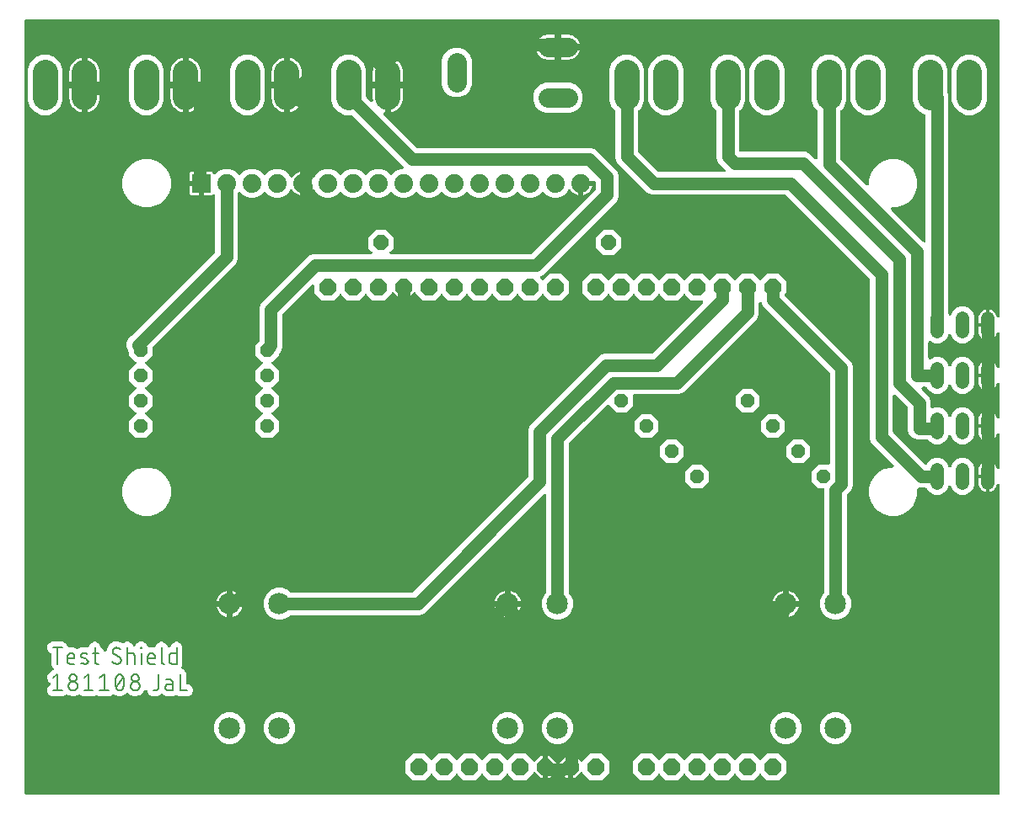
<source format=gbr>
G04 EAGLE Gerber RS-274X export*
G75*
%MOMM*%
%FSLAX34Y34*%
%LPD*%
%INTop Copper*%
%IPPOS*%
%AMOC8*
5,1,8,0,0,1.08239X$1,22.5*%
G01*
%ADD10C,0.152400*%
%ADD11C,2.514600*%
%ADD12C,1.981200*%
%ADD13R,1.879600X1.879600*%
%ADD14C,1.879600*%
%ADD15P,1.649562X8X22.500000*%
%ADD16P,1.429621X8X22.500000*%
%ADD17P,1.429621X8X202.500000*%
%ADD18C,2.159000*%
%ADD19C,1.320800*%
%ADD20P,1.814519X8X22.500000*%
%ADD21C,1.270000*%

G36*
X988342Y10164D02*
X988342Y10164D01*
X988368Y10162D01*
X988515Y10184D01*
X988662Y10201D01*
X988687Y10209D01*
X988713Y10213D01*
X988851Y10268D01*
X988990Y10318D01*
X989012Y10332D01*
X989037Y10342D01*
X989158Y10427D01*
X989283Y10507D01*
X989301Y10526D01*
X989323Y10541D01*
X989422Y10651D01*
X989525Y10758D01*
X989539Y10780D01*
X989556Y10800D01*
X989628Y10930D01*
X989704Y11057D01*
X989712Y11082D01*
X989725Y11105D01*
X989765Y11248D01*
X989810Y11389D01*
X989812Y11415D01*
X989820Y11440D01*
X989839Y11684D01*
X989839Y321166D01*
X989833Y321221D01*
X989835Y321276D01*
X989813Y321393D01*
X989799Y321512D01*
X989781Y321564D01*
X989770Y321619D01*
X989722Y321728D01*
X989682Y321840D01*
X989652Y321887D01*
X989629Y321937D01*
X989558Y322033D01*
X989493Y322133D01*
X989453Y322171D01*
X989420Y322216D01*
X989328Y322292D01*
X989242Y322375D01*
X989195Y322404D01*
X989152Y322439D01*
X989046Y322493D01*
X988943Y322554D01*
X988890Y322571D01*
X988841Y322596D01*
X988725Y322624D01*
X988611Y322660D01*
X988556Y322665D01*
X988502Y322678D01*
X988383Y322679D01*
X988264Y322688D01*
X988209Y322680D01*
X988153Y322680D01*
X988037Y322654D01*
X987919Y322636D01*
X987867Y322616D01*
X987813Y322604D01*
X987706Y322552D01*
X987595Y322508D01*
X987550Y322476D01*
X987500Y322452D01*
X987407Y322377D01*
X987309Y322309D01*
X987272Y322268D01*
X987229Y322233D01*
X987156Y322139D01*
X987076Y322050D01*
X987049Y322001D01*
X987015Y321958D01*
X986965Y321849D01*
X986907Y321745D01*
X986892Y321692D01*
X986869Y321641D01*
X986836Y321505D01*
X986375Y320086D01*
X985721Y318803D01*
X984875Y317639D01*
X983857Y316621D01*
X982693Y315775D01*
X981410Y315121D01*
X980042Y314676D01*
X979931Y314659D01*
X979931Y329692D01*
X979928Y329718D01*
X979930Y329744D01*
X979908Y329891D01*
X979891Y330038D01*
X979883Y330063D01*
X979879Y330089D01*
X979836Y330196D01*
X979857Y330272D01*
X979902Y330413D01*
X979904Y330439D01*
X979912Y330464D01*
X979931Y330708D01*
X979931Y345741D01*
X980042Y345724D01*
X981410Y345279D01*
X982693Y344625D01*
X983857Y343779D01*
X984875Y342761D01*
X985721Y341597D01*
X986375Y340314D01*
X986830Y338915D01*
X986833Y338888D01*
X986873Y338776D01*
X986905Y338661D01*
X986931Y338612D01*
X986950Y338560D01*
X987015Y338460D01*
X987072Y338355D01*
X987109Y338314D01*
X987139Y338267D01*
X987225Y338184D01*
X987305Y338095D01*
X987350Y338063D01*
X987390Y338025D01*
X987492Y337964D01*
X987590Y337895D01*
X987641Y337875D01*
X987689Y337846D01*
X987802Y337810D01*
X987913Y337765D01*
X987968Y337757D01*
X988021Y337740D01*
X988140Y337730D01*
X988258Y337712D01*
X988313Y337716D01*
X988368Y337712D01*
X988486Y337730D01*
X988605Y337739D01*
X988658Y337755D01*
X988713Y337764D01*
X988824Y337808D01*
X988938Y337844D01*
X988985Y337872D01*
X989037Y337892D01*
X989135Y337960D01*
X989237Y338021D01*
X989277Y338060D01*
X989323Y338091D01*
X989403Y338180D01*
X989489Y338262D01*
X989519Y338309D01*
X989556Y338350D01*
X989614Y338454D01*
X989679Y338554D01*
X989698Y338607D01*
X989725Y338655D01*
X989757Y338770D01*
X989798Y338882D01*
X989805Y338937D01*
X989820Y338990D01*
X989838Y339215D01*
X989839Y339228D01*
X989839Y339231D01*
X989839Y339234D01*
X989839Y371966D01*
X989833Y372021D01*
X989835Y372076D01*
X989813Y372193D01*
X989799Y372312D01*
X989781Y372364D01*
X989770Y372419D01*
X989722Y372528D01*
X989682Y372640D01*
X989652Y372687D01*
X989629Y372737D01*
X989558Y372833D01*
X989493Y372933D01*
X989453Y372971D01*
X989420Y373016D01*
X989328Y373092D01*
X989242Y373175D01*
X989195Y373204D01*
X989152Y373239D01*
X989046Y373293D01*
X988943Y373354D01*
X988890Y373371D01*
X988841Y373396D01*
X988725Y373424D01*
X988611Y373460D01*
X988556Y373465D01*
X988502Y373478D01*
X988383Y373479D01*
X988264Y373488D01*
X988209Y373480D01*
X988153Y373480D01*
X988037Y373454D01*
X987919Y373436D01*
X987867Y373416D01*
X987813Y373404D01*
X987706Y373352D01*
X987595Y373308D01*
X987550Y373276D01*
X987500Y373252D01*
X987407Y373177D01*
X987309Y373109D01*
X987272Y373068D01*
X987229Y373033D01*
X987156Y372939D01*
X987076Y372850D01*
X987049Y372801D01*
X987015Y372758D01*
X986965Y372649D01*
X986907Y372545D01*
X986892Y372492D01*
X986869Y372441D01*
X986836Y372305D01*
X986375Y370886D01*
X985721Y369603D01*
X984875Y368439D01*
X983857Y367421D01*
X982693Y366575D01*
X981410Y365921D01*
X980042Y365476D01*
X979931Y365459D01*
X979931Y380492D01*
X979928Y380518D01*
X979930Y380544D01*
X979908Y380691D01*
X979891Y380838D01*
X979883Y380863D01*
X979879Y380889D01*
X979836Y380996D01*
X979857Y381072D01*
X979902Y381213D01*
X979904Y381239D01*
X979912Y381264D01*
X979931Y381508D01*
X979931Y396541D01*
X980042Y396524D01*
X981410Y396079D01*
X982693Y395425D01*
X983857Y394579D01*
X984875Y393561D01*
X985721Y392397D01*
X986375Y391114D01*
X986830Y389715D01*
X986833Y389688D01*
X986873Y389576D01*
X986905Y389461D01*
X986931Y389412D01*
X986950Y389360D01*
X987015Y389260D01*
X987072Y389155D01*
X987109Y389114D01*
X987139Y389067D01*
X987225Y388984D01*
X987304Y388895D01*
X987350Y388864D01*
X987390Y388825D01*
X987492Y388764D01*
X987590Y388695D01*
X987641Y388675D01*
X987689Y388646D01*
X987802Y388610D01*
X987913Y388565D01*
X987968Y388557D01*
X988021Y388540D01*
X988140Y388530D01*
X988258Y388512D01*
X988313Y388516D01*
X988368Y388512D01*
X988486Y388530D01*
X988605Y388539D01*
X988658Y388555D01*
X988713Y388564D01*
X988824Y388608D01*
X988937Y388643D01*
X988985Y388672D01*
X989037Y388692D01*
X989135Y388760D01*
X989237Y388821D01*
X989277Y388860D01*
X989323Y388891D01*
X989403Y388980D01*
X989489Y389062D01*
X989519Y389109D01*
X989556Y389150D01*
X989614Y389255D01*
X989679Y389354D01*
X989698Y389406D01*
X989725Y389455D01*
X989757Y389570D01*
X989798Y389682D01*
X989805Y389737D01*
X989820Y389790D01*
X989838Y390015D01*
X989839Y390028D01*
X989839Y390031D01*
X989839Y390034D01*
X989839Y422766D01*
X989833Y422821D01*
X989835Y422876D01*
X989813Y422994D01*
X989799Y423112D01*
X989781Y423164D01*
X989770Y423219D01*
X989722Y423328D01*
X989682Y423440D01*
X989652Y423487D01*
X989629Y423537D01*
X989558Y423633D01*
X989493Y423733D01*
X989453Y423771D01*
X989420Y423816D01*
X989328Y423892D01*
X989242Y423975D01*
X989195Y424003D01*
X989152Y424039D01*
X989045Y424093D01*
X988943Y424154D01*
X988890Y424171D01*
X988841Y424196D01*
X988725Y424224D01*
X988611Y424260D01*
X988556Y424265D01*
X988502Y424278D01*
X988383Y424278D01*
X988264Y424288D01*
X988209Y424280D01*
X988154Y424280D01*
X988037Y424254D01*
X987919Y424236D01*
X987868Y424216D01*
X987814Y424204D01*
X987706Y424152D01*
X987595Y424108D01*
X987550Y424076D01*
X987500Y424052D01*
X987407Y423977D01*
X987309Y423909D01*
X987272Y423868D01*
X987229Y423833D01*
X987156Y423739D01*
X987076Y423650D01*
X987049Y423601D01*
X987015Y423558D01*
X986965Y423449D01*
X986907Y423345D01*
X986892Y423292D01*
X986869Y423241D01*
X986836Y423105D01*
X986375Y421686D01*
X985721Y420403D01*
X984875Y419239D01*
X983857Y418221D01*
X982693Y417375D01*
X981410Y416721D01*
X980042Y416276D01*
X979931Y416259D01*
X979931Y431292D01*
X979928Y431318D01*
X979930Y431344D01*
X979908Y431491D01*
X979891Y431638D01*
X979883Y431663D01*
X979879Y431689D01*
X979836Y431796D01*
X979857Y431872D01*
X979902Y432013D01*
X979904Y432039D01*
X979912Y432064D01*
X979931Y432308D01*
X979931Y447341D01*
X980042Y447324D01*
X981410Y446879D01*
X982693Y446225D01*
X983857Y445379D01*
X984875Y444361D01*
X985721Y443197D01*
X986375Y441914D01*
X986830Y440515D01*
X986833Y440488D01*
X986873Y440376D01*
X986905Y440261D01*
X986931Y440212D01*
X986950Y440160D01*
X987015Y440060D01*
X987072Y439955D01*
X987109Y439914D01*
X987139Y439867D01*
X987225Y439784D01*
X987305Y439695D01*
X987350Y439664D01*
X987390Y439625D01*
X987492Y439564D01*
X987590Y439495D01*
X987641Y439475D01*
X987689Y439446D01*
X987803Y439410D01*
X987913Y439365D01*
X987968Y439357D01*
X988021Y439340D01*
X988140Y439330D01*
X988258Y439312D01*
X988313Y439316D01*
X988368Y439312D01*
X988486Y439330D01*
X988605Y439339D01*
X988658Y439355D01*
X988713Y439364D01*
X988824Y439408D01*
X988938Y439444D01*
X988985Y439472D01*
X989037Y439492D01*
X989135Y439560D01*
X989237Y439621D01*
X989277Y439660D01*
X989323Y439691D01*
X989403Y439780D01*
X989489Y439863D01*
X989519Y439909D01*
X989556Y439950D01*
X989614Y440054D01*
X989679Y440155D01*
X989698Y440207D01*
X989725Y440255D01*
X989757Y440370D01*
X989798Y440482D01*
X989805Y440537D01*
X989820Y440591D01*
X989838Y440816D01*
X989839Y440828D01*
X989839Y440831D01*
X989839Y440834D01*
X989839Y473566D01*
X989833Y473621D01*
X989835Y473676D01*
X989813Y473794D01*
X989799Y473912D01*
X989781Y473964D01*
X989770Y474019D01*
X989722Y474128D01*
X989682Y474240D01*
X989652Y474287D01*
X989629Y474337D01*
X989558Y474433D01*
X989493Y474533D01*
X989453Y474571D01*
X989420Y474616D01*
X989328Y474692D01*
X989242Y474775D01*
X989195Y474803D01*
X989152Y474839D01*
X989045Y474893D01*
X988943Y474954D01*
X988890Y474971D01*
X988841Y474996D01*
X988725Y475024D01*
X988611Y475060D01*
X988556Y475065D01*
X988502Y475078D01*
X988383Y475078D01*
X988264Y475088D01*
X988209Y475080D01*
X988154Y475080D01*
X988037Y475054D01*
X987919Y475036D01*
X987868Y475016D01*
X987814Y475004D01*
X987706Y474952D01*
X987595Y474908D01*
X987550Y474876D01*
X987500Y474852D01*
X987407Y474777D01*
X987309Y474709D01*
X987272Y474668D01*
X987229Y474633D01*
X987156Y474539D01*
X987076Y474450D01*
X987049Y474401D01*
X987015Y474358D01*
X986965Y474249D01*
X986907Y474145D01*
X986892Y474092D01*
X986869Y474041D01*
X986836Y473905D01*
X986375Y472486D01*
X985721Y471203D01*
X984875Y470039D01*
X983857Y469021D01*
X982693Y468175D01*
X981410Y467521D01*
X980042Y467076D01*
X979931Y467059D01*
X979931Y482092D01*
X979928Y482118D01*
X979930Y482144D01*
X979908Y482291D01*
X979891Y482438D01*
X979883Y482463D01*
X979879Y482489D01*
X979836Y482596D01*
X979857Y482672D01*
X979902Y482813D01*
X979904Y482839D01*
X979912Y482864D01*
X979931Y483108D01*
X979931Y498141D01*
X980042Y498124D01*
X981410Y497679D01*
X982693Y497025D01*
X983857Y496179D01*
X984875Y495161D01*
X985721Y493997D01*
X986375Y492714D01*
X986830Y491315D01*
X986833Y491288D01*
X986873Y491176D01*
X986905Y491061D01*
X986931Y491012D01*
X986950Y490960D01*
X987015Y490860D01*
X987072Y490755D01*
X987109Y490714D01*
X987139Y490667D01*
X987225Y490584D01*
X987305Y490495D01*
X987350Y490464D01*
X987390Y490425D01*
X987492Y490364D01*
X987590Y490295D01*
X987641Y490275D01*
X987689Y490246D01*
X987803Y490210D01*
X987913Y490165D01*
X987968Y490157D01*
X988021Y490140D01*
X988140Y490130D01*
X988258Y490112D01*
X988313Y490116D01*
X988368Y490112D01*
X988486Y490130D01*
X988605Y490139D01*
X988658Y490155D01*
X988713Y490164D01*
X988824Y490208D01*
X988938Y490244D01*
X988985Y490272D01*
X989037Y490292D01*
X989135Y490360D01*
X989237Y490421D01*
X989277Y490460D01*
X989323Y490491D01*
X989403Y490580D01*
X989489Y490663D01*
X989519Y490709D01*
X989556Y490750D01*
X989614Y490854D01*
X989679Y490955D01*
X989698Y491007D01*
X989725Y491055D01*
X989757Y491170D01*
X989798Y491282D01*
X989805Y491337D01*
X989820Y491391D01*
X989838Y491616D01*
X989839Y491628D01*
X989839Y491631D01*
X989839Y491634D01*
X989839Y788316D01*
X989836Y788342D01*
X989838Y788368D01*
X989816Y788515D01*
X989799Y788662D01*
X989791Y788687D01*
X989787Y788713D01*
X989732Y788851D01*
X989682Y788990D01*
X989668Y789012D01*
X989658Y789037D01*
X989573Y789158D01*
X989493Y789283D01*
X989474Y789301D01*
X989459Y789323D01*
X989349Y789422D01*
X989242Y789525D01*
X989220Y789539D01*
X989200Y789556D01*
X989070Y789628D01*
X988943Y789704D01*
X988918Y789712D01*
X988895Y789725D01*
X988752Y789765D01*
X988611Y789810D01*
X988585Y789812D01*
X988560Y789820D01*
X988316Y789839D01*
X11684Y789839D01*
X11658Y789836D01*
X11632Y789838D01*
X11485Y789816D01*
X11338Y789799D01*
X11313Y789791D01*
X11287Y789787D01*
X11149Y789732D01*
X11010Y789682D01*
X10988Y789668D01*
X10963Y789658D01*
X10842Y789573D01*
X10717Y789493D01*
X10699Y789474D01*
X10677Y789459D01*
X10578Y789349D01*
X10475Y789242D01*
X10461Y789220D01*
X10444Y789200D01*
X10372Y789070D01*
X10296Y788943D01*
X10288Y788918D01*
X10275Y788895D01*
X10235Y788752D01*
X10190Y788611D01*
X10188Y788585D01*
X10180Y788560D01*
X10161Y788316D01*
X10161Y11684D01*
X10164Y11658D01*
X10162Y11632D01*
X10184Y11485D01*
X10201Y11338D01*
X10209Y11313D01*
X10213Y11287D01*
X10268Y11149D01*
X10318Y11010D01*
X10332Y10988D01*
X10342Y10963D01*
X10427Y10842D01*
X10507Y10717D01*
X10526Y10699D01*
X10541Y10677D01*
X10651Y10578D01*
X10758Y10475D01*
X10780Y10461D01*
X10800Y10444D01*
X10930Y10372D01*
X11057Y10296D01*
X11082Y10288D01*
X11105Y10275D01*
X11248Y10235D01*
X11389Y10190D01*
X11415Y10188D01*
X11440Y10180D01*
X11684Y10161D01*
X988316Y10161D01*
X988342Y10164D01*
G37*
%LPC*%
G36*
X879819Y290739D02*
X879819Y290739D01*
X873674Y292386D01*
X868165Y295567D01*
X863667Y300065D01*
X860486Y305574D01*
X858839Y311719D01*
X858839Y318081D01*
X860486Y324226D01*
X863667Y329735D01*
X868165Y334233D01*
X873674Y337414D01*
X879819Y339061D01*
X882144Y339061D01*
X882244Y339072D01*
X882344Y339074D01*
X882416Y339092D01*
X882490Y339101D01*
X882585Y339134D01*
X882682Y339159D01*
X882748Y339193D01*
X882818Y339218D01*
X882903Y339273D01*
X882992Y339319D01*
X883049Y339367D01*
X883111Y339407D01*
X883181Y339479D01*
X883257Y339544D01*
X883302Y339604D01*
X883353Y339658D01*
X883405Y339744D01*
X883465Y339825D01*
X883494Y339893D01*
X883532Y339957D01*
X883563Y340053D01*
X883603Y340145D01*
X883616Y340218D01*
X883638Y340289D01*
X883646Y340389D01*
X883664Y340488D01*
X883660Y340562D01*
X883666Y340636D01*
X883651Y340736D01*
X883646Y340836D01*
X883626Y340907D01*
X883615Y340981D01*
X883578Y341074D01*
X883550Y341171D01*
X883513Y341236D01*
X883486Y341305D01*
X883429Y341387D01*
X883380Y341475D01*
X883314Y341551D01*
X883287Y341591D01*
X883261Y341615D01*
X883221Y341661D01*
X861530Y363353D01*
X859789Y367554D01*
X859789Y528034D01*
X859775Y528160D01*
X859768Y528286D01*
X859755Y528332D01*
X859749Y528380D01*
X859707Y528499D01*
X859672Y528621D01*
X859648Y528663D01*
X859632Y528709D01*
X859563Y528815D01*
X859502Y528925D01*
X859462Y528971D01*
X859443Y529001D01*
X859408Y529035D01*
X859384Y529063D01*
X859378Y529073D01*
X859371Y529078D01*
X859343Y529111D01*
X775491Y612963D01*
X775392Y613042D01*
X775298Y613126D01*
X775256Y613150D01*
X775218Y613180D01*
X775104Y613234D01*
X774993Y613295D01*
X774947Y613308D01*
X774903Y613329D01*
X774780Y613355D01*
X774658Y613390D01*
X774597Y613395D01*
X774563Y613402D01*
X774515Y613401D01*
X774414Y613409D01*
X640346Y613409D01*
X636145Y615150D01*
X605498Y645797D01*
X603757Y649998D01*
X603757Y697161D01*
X603755Y697181D01*
X603756Y697199D01*
X603743Y697291D01*
X603736Y697412D01*
X603723Y697459D01*
X603717Y697507D01*
X603705Y697542D01*
X603705Y697543D01*
X603701Y697552D01*
X603675Y697626D01*
X603640Y697747D01*
X603616Y697789D01*
X603600Y697835D01*
X603531Y697941D01*
X603470Y698051D01*
X603430Y698098D01*
X603411Y698128D01*
X603376Y698161D01*
X603311Y698238D01*
X600222Y701327D01*
X597534Y707815D01*
X597534Y739985D01*
X600222Y746473D01*
X605188Y751439D01*
X611676Y754127D01*
X618700Y754127D01*
X625188Y751439D01*
X630154Y746473D01*
X632842Y739985D01*
X632842Y707815D01*
X630154Y701327D01*
X627065Y698238D01*
X626986Y698139D01*
X626902Y698045D01*
X626878Y698003D01*
X626848Y697965D01*
X626794Y697851D01*
X626733Y697740D01*
X626720Y697693D01*
X626699Y697650D01*
X626673Y697526D01*
X626659Y697476D01*
X626648Y697442D01*
X626647Y697435D01*
X626638Y697404D01*
X626633Y697344D01*
X626626Y697309D01*
X626627Y697261D01*
X626619Y697161D01*
X626619Y657638D01*
X626633Y657512D01*
X626640Y657386D01*
X626653Y657340D01*
X626659Y657292D01*
X626701Y657173D01*
X626736Y657051D01*
X626760Y657009D01*
X626776Y656963D01*
X626845Y656857D01*
X626906Y656747D01*
X626946Y656701D01*
X626965Y656671D01*
X627000Y656637D01*
X627065Y656561D01*
X646909Y636717D01*
X647008Y636638D01*
X647102Y636554D01*
X647144Y636530D01*
X647182Y636500D01*
X647296Y636446D01*
X647407Y636385D01*
X647453Y636372D01*
X647497Y636351D01*
X647620Y636325D01*
X647742Y636290D01*
X647803Y636285D01*
X647837Y636278D01*
X647885Y636279D01*
X647986Y636271D01*
X712946Y636271D01*
X713046Y636282D01*
X713146Y636284D01*
X713219Y636302D01*
X713293Y636311D01*
X713387Y636344D01*
X713484Y636369D01*
X713551Y636403D01*
X713621Y636428D01*
X713705Y636483D01*
X713794Y636529D01*
X713851Y636577D01*
X713913Y636617D01*
X713983Y636689D01*
X714060Y636754D01*
X714104Y636814D01*
X714156Y636868D01*
X714207Y636954D01*
X714267Y637035D01*
X714296Y637103D01*
X714334Y637167D01*
X714365Y637262D01*
X714405Y637355D01*
X714418Y637428D01*
X714441Y637499D01*
X714449Y637599D01*
X714467Y637698D01*
X714463Y637772D01*
X714469Y637846D01*
X714454Y637946D01*
X714449Y638046D01*
X714428Y638117D01*
X714417Y638191D01*
X714380Y638284D01*
X714352Y638381D01*
X714316Y638446D01*
X714288Y638515D01*
X714231Y638597D01*
X714182Y638685D01*
X714117Y638761D01*
X714089Y638801D01*
X714063Y638825D01*
X714023Y638871D01*
X707098Y645797D01*
X705357Y649998D01*
X705357Y697161D01*
X705355Y697181D01*
X705356Y697199D01*
X705343Y697291D01*
X705336Y697412D01*
X705323Y697459D01*
X705317Y697507D01*
X705305Y697542D01*
X705305Y697543D01*
X705301Y697552D01*
X705275Y697626D01*
X705240Y697747D01*
X705216Y697789D01*
X705200Y697835D01*
X705131Y697941D01*
X705070Y698051D01*
X705030Y698098D01*
X705011Y698128D01*
X704976Y698161D01*
X704911Y698238D01*
X701822Y701327D01*
X699134Y707815D01*
X699134Y739985D01*
X701822Y746473D01*
X706788Y751439D01*
X713276Y754127D01*
X720300Y754127D01*
X726788Y751439D01*
X731754Y746473D01*
X734442Y739985D01*
X734442Y707815D01*
X731754Y701327D01*
X728665Y698238D01*
X728586Y698139D01*
X728502Y698045D01*
X728478Y698003D01*
X728448Y697965D01*
X728394Y697851D01*
X728333Y697740D01*
X728320Y697693D01*
X728299Y697650D01*
X728273Y697526D01*
X728259Y697476D01*
X728248Y697442D01*
X728247Y697435D01*
X728238Y697404D01*
X728233Y697344D01*
X728226Y697309D01*
X728227Y697261D01*
X728219Y697161D01*
X728219Y658114D01*
X728222Y658088D01*
X728220Y658062D01*
X728242Y657915D01*
X728259Y657768D01*
X728267Y657743D01*
X728271Y657717D01*
X728326Y657579D01*
X728376Y657440D01*
X728390Y657418D01*
X728400Y657393D01*
X728485Y657272D01*
X728565Y657147D01*
X728584Y657129D01*
X728599Y657107D01*
X728709Y657008D01*
X728816Y656905D01*
X728838Y656891D01*
X728858Y656874D01*
X728988Y656802D01*
X729115Y656726D01*
X729140Y656718D01*
X729163Y656705D01*
X729306Y656665D01*
X729447Y656620D01*
X729473Y656618D01*
X729498Y656610D01*
X729742Y656591D01*
X794754Y656591D01*
X798955Y654850D01*
X804357Y649449D01*
X804435Y649386D01*
X804508Y649316D01*
X804572Y649278D01*
X804630Y649232D01*
X804721Y649189D01*
X804807Y649138D01*
X804878Y649115D01*
X804945Y649083D01*
X805043Y649062D01*
X805139Y649031D01*
X805213Y649025D01*
X805286Y649010D01*
X805386Y649011D01*
X805486Y649003D01*
X805560Y649014D01*
X805634Y649016D01*
X805731Y649040D01*
X805831Y649055D01*
X805900Y649082D01*
X805972Y649101D01*
X806062Y649147D01*
X806155Y649184D01*
X806216Y649226D01*
X806282Y649260D01*
X806359Y649325D01*
X806441Y649383D01*
X806491Y649438D01*
X806547Y649486D01*
X806607Y649567D01*
X806674Y649641D01*
X806710Y649707D01*
X806755Y649766D01*
X806794Y649859D01*
X806843Y649946D01*
X806863Y650018D01*
X806893Y650086D01*
X806910Y650185D01*
X806938Y650282D01*
X806946Y650382D01*
X806954Y650429D01*
X806952Y650465D01*
X806957Y650526D01*
X806957Y697161D01*
X806955Y697181D01*
X806956Y697199D01*
X806943Y697291D01*
X806936Y697412D01*
X806923Y697459D01*
X806917Y697507D01*
X806905Y697542D01*
X806905Y697543D01*
X806901Y697552D01*
X806875Y697626D01*
X806840Y697747D01*
X806816Y697789D01*
X806800Y697835D01*
X806731Y697941D01*
X806670Y698051D01*
X806630Y698098D01*
X806611Y698128D01*
X806576Y698161D01*
X806511Y698238D01*
X803422Y701327D01*
X800734Y707815D01*
X800734Y739985D01*
X803422Y746473D01*
X808388Y751439D01*
X814876Y754127D01*
X821900Y754127D01*
X828388Y751439D01*
X833354Y746473D01*
X836042Y739985D01*
X836042Y707815D01*
X833354Y701327D01*
X830265Y698238D01*
X830186Y698139D01*
X830102Y698045D01*
X830078Y698003D01*
X830048Y697965D01*
X829994Y697851D01*
X829933Y697740D01*
X829920Y697693D01*
X829899Y697650D01*
X829873Y697526D01*
X829859Y697476D01*
X829848Y697442D01*
X829847Y697435D01*
X829838Y697404D01*
X829833Y697344D01*
X829826Y697309D01*
X829827Y697261D01*
X829819Y697161D01*
X829819Y650018D01*
X829833Y649892D01*
X829840Y649766D01*
X829853Y649720D01*
X829859Y649672D01*
X829901Y649553D01*
X829936Y649431D01*
X829960Y649389D01*
X829976Y649343D01*
X830045Y649237D01*
X830106Y649127D01*
X830146Y649081D01*
X830165Y649051D01*
X830200Y649017D01*
X830265Y648941D01*
X856239Y622967D01*
X856317Y622904D01*
X856390Y622834D01*
X856454Y622796D01*
X856512Y622750D01*
X856603Y622707D01*
X856689Y622656D01*
X856760Y622633D01*
X856827Y622601D01*
X856925Y622580D01*
X857021Y622549D01*
X857095Y622543D01*
X857168Y622528D01*
X857268Y622529D01*
X857368Y622521D01*
X857442Y622532D01*
X857516Y622534D01*
X857613Y622558D01*
X857713Y622573D01*
X857782Y622600D01*
X857854Y622619D01*
X857944Y622665D01*
X858037Y622702D01*
X858098Y622744D01*
X858164Y622778D01*
X858241Y622843D01*
X858323Y622901D01*
X858373Y622956D01*
X858429Y623004D01*
X858489Y623085D01*
X858556Y623159D01*
X858592Y623225D01*
X858637Y623284D01*
X858676Y623377D01*
X858725Y623464D01*
X858745Y623536D01*
X858775Y623604D01*
X858792Y623703D01*
X858820Y623800D01*
X858828Y623900D01*
X858836Y623947D01*
X858834Y623983D01*
X858839Y624044D01*
X858839Y628081D01*
X860486Y634226D01*
X863667Y639735D01*
X868165Y644233D01*
X873674Y647414D01*
X879819Y649061D01*
X886181Y649061D01*
X892326Y647414D01*
X897835Y644233D01*
X902333Y639735D01*
X905514Y634226D01*
X907161Y628081D01*
X907161Y621719D01*
X905514Y615574D01*
X902333Y610065D01*
X897835Y605567D01*
X892326Y602386D01*
X886181Y600739D01*
X882144Y600739D01*
X882044Y600728D01*
X881944Y600726D01*
X881871Y600708D01*
X881797Y600699D01*
X881703Y600666D01*
X881606Y600641D01*
X881539Y600607D01*
X881469Y600582D01*
X881385Y600527D01*
X881296Y600481D01*
X881239Y600433D01*
X881177Y600393D01*
X881107Y600321D01*
X881030Y600256D01*
X880986Y600196D01*
X880934Y600142D01*
X880883Y600056D01*
X880823Y599975D01*
X880794Y599907D01*
X880756Y599843D01*
X880725Y599747D01*
X880685Y599655D01*
X880672Y599582D01*
X880649Y599511D01*
X880641Y599411D01*
X880623Y599312D01*
X880627Y599238D01*
X880621Y599164D01*
X880636Y599064D01*
X880641Y598964D01*
X880662Y598893D01*
X880673Y598819D01*
X880710Y598726D01*
X880738Y598629D01*
X880774Y598564D01*
X880802Y598495D01*
X880859Y598413D01*
X880908Y598325D01*
X880973Y598249D01*
X881001Y598209D01*
X881027Y598185D01*
X881067Y598139D01*
X913041Y566165D01*
X913068Y566137D01*
X913147Y566075D01*
X913220Y566004D01*
X913283Y565966D01*
X913341Y565920D01*
X913432Y565877D01*
X913519Y565826D01*
X913589Y565803D01*
X913656Y565771D01*
X913755Y565750D01*
X913851Y565719D01*
X913925Y565713D01*
X913997Y565698D01*
X914098Y565699D01*
X914198Y565691D01*
X914271Y565702D01*
X914345Y565704D01*
X914443Y565728D01*
X914543Y565743D01*
X914612Y565770D01*
X914683Y565788D01*
X914773Y565834D01*
X914867Y565872D01*
X914928Y565914D01*
X914993Y565948D01*
X915070Y566013D01*
X915153Y566071D01*
X915202Y566126D01*
X915259Y566174D01*
X915319Y566255D01*
X915386Y566329D01*
X915422Y566394D01*
X915466Y566454D01*
X915506Y566546D01*
X915555Y566634D01*
X915575Y566706D01*
X915604Y566774D01*
X915622Y566873D01*
X915650Y566970D01*
X915658Y567069D01*
X915666Y567117D01*
X915664Y567153D01*
X915669Y567214D01*
X915669Y692990D01*
X915661Y693066D01*
X915662Y693142D01*
X915641Y693238D01*
X915629Y693336D01*
X915604Y693408D01*
X915587Y693483D01*
X915545Y693571D01*
X915512Y693664D01*
X915470Y693728D01*
X915438Y693797D01*
X915376Y693874D01*
X915323Y693957D01*
X915268Y694010D01*
X915220Y694070D01*
X915143Y694131D01*
X915072Y694199D01*
X915007Y694238D01*
X914947Y694286D01*
X914813Y694354D01*
X914773Y694378D01*
X914755Y694384D01*
X914729Y694397D01*
X909988Y696361D01*
X905022Y701327D01*
X902334Y707815D01*
X902334Y739985D01*
X905022Y746473D01*
X909988Y751439D01*
X916476Y754127D01*
X923500Y754127D01*
X929988Y751439D01*
X934954Y746473D01*
X937642Y739985D01*
X937642Y715923D01*
X937642Y715921D01*
X937642Y715919D01*
X937662Y715748D01*
X937682Y715577D01*
X937682Y715575D01*
X937683Y715573D01*
X937758Y715340D01*
X938531Y713474D01*
X938531Y493671D01*
X938536Y493621D01*
X938534Y493570D01*
X938556Y493448D01*
X938571Y493325D01*
X938588Y493277D01*
X938597Y493228D01*
X938646Y493113D01*
X938688Y492996D01*
X938715Y492954D01*
X938735Y492908D01*
X938810Y492808D01*
X938877Y492704D01*
X938913Y492669D01*
X938943Y492628D01*
X939038Y492548D01*
X939128Y492461D01*
X939171Y492436D01*
X939209Y492403D01*
X939320Y492346D01*
X939427Y492283D01*
X939475Y492267D01*
X939520Y492244D01*
X939640Y492214D01*
X939759Y492176D01*
X939809Y492172D01*
X939858Y492160D01*
X939982Y492158D01*
X940106Y492148D01*
X940156Y492156D01*
X940206Y492155D01*
X940328Y492182D01*
X940451Y492200D01*
X940498Y492219D01*
X940547Y492229D01*
X940659Y492283D01*
X940775Y492329D01*
X940816Y492358D01*
X940862Y492379D01*
X940959Y492457D01*
X941061Y492528D01*
X941095Y492565D01*
X941134Y492597D01*
X941211Y492694D01*
X941294Y492787D01*
X941319Y492831D01*
X941350Y492870D01*
X941461Y493088D01*
X942594Y495823D01*
X945881Y499110D01*
X950176Y500889D01*
X954824Y500889D01*
X959119Y499110D01*
X962406Y495823D01*
X964185Y491528D01*
X964185Y473672D01*
X962406Y469377D01*
X959119Y466090D01*
X954824Y464311D01*
X950176Y464311D01*
X945881Y466090D01*
X942594Y469377D01*
X941207Y472725D01*
X941159Y472813D01*
X941119Y472905D01*
X941074Y472965D01*
X941038Y473030D01*
X940971Y473104D01*
X940911Y473185D01*
X940854Y473233D01*
X940804Y473288D01*
X940721Y473345D01*
X940645Y473410D01*
X940578Y473444D01*
X940517Y473486D01*
X940424Y473523D01*
X940334Y473569D01*
X940262Y473587D01*
X940193Y473614D01*
X940094Y473629D01*
X939996Y473653D01*
X939922Y473654D01*
X939848Y473665D01*
X939748Y473657D01*
X939648Y473658D01*
X939575Y473642D01*
X939501Y473636D01*
X939405Y473605D01*
X939307Y473584D01*
X939240Y473552D01*
X939169Y473529D01*
X939083Y473477D01*
X938992Y473434D01*
X938934Y473388D01*
X938871Y473349D01*
X938798Y473279D01*
X938720Y473217D01*
X938674Y473158D01*
X938621Y473106D01*
X938566Y473022D01*
X938504Y472943D01*
X938458Y472854D01*
X938432Y472813D01*
X938420Y472779D01*
X938393Y472725D01*
X937006Y469377D01*
X933719Y466090D01*
X929424Y464311D01*
X924776Y464311D01*
X920317Y466158D01*
X920172Y466200D01*
X920029Y466245D01*
X920005Y466247D01*
X919982Y466254D01*
X919831Y466261D01*
X919682Y466273D01*
X919658Y466270D01*
X919634Y466271D01*
X919486Y466244D01*
X919337Y466222D01*
X919315Y466213D01*
X919291Y466208D01*
X919153Y466148D01*
X919013Y466093D01*
X918993Y466079D01*
X918971Y466069D01*
X918850Y465980D01*
X918727Y465894D01*
X918711Y465876D01*
X918691Y465862D01*
X918594Y465747D01*
X918494Y465635D01*
X918482Y465614D01*
X918466Y465595D01*
X918398Y465462D01*
X918325Y465330D01*
X918319Y465307D01*
X918308Y465285D01*
X918271Y465140D01*
X918230Y464995D01*
X918228Y464965D01*
X918223Y464947D01*
X918223Y464900D01*
X918211Y464751D01*
X918211Y449649D01*
X918228Y449500D01*
X918240Y449350D01*
X918248Y449327D01*
X918251Y449303D01*
X918301Y449162D01*
X918347Y449018D01*
X918360Y448998D01*
X918368Y448975D01*
X918450Y448848D01*
X918527Y448720D01*
X918544Y448702D01*
X918557Y448682D01*
X918666Y448577D01*
X918770Y448470D01*
X918790Y448457D01*
X918808Y448440D01*
X918937Y448363D01*
X919063Y448281D01*
X919086Y448273D01*
X919107Y448261D01*
X919250Y448215D01*
X919392Y448165D01*
X919416Y448162D01*
X919439Y448155D01*
X919588Y448143D01*
X919738Y448126D01*
X919762Y448129D01*
X919786Y448127D01*
X919934Y448149D01*
X920084Y448167D01*
X920112Y448176D01*
X920131Y448178D01*
X920174Y448196D01*
X920317Y448242D01*
X924776Y450089D01*
X929424Y450089D01*
X933719Y448310D01*
X937006Y445023D01*
X938393Y441675D01*
X938441Y441587D01*
X938482Y441495D01*
X938526Y441435D01*
X938562Y441370D01*
X938629Y441296D01*
X938689Y441215D01*
X938746Y441167D01*
X938796Y441112D01*
X938879Y441055D01*
X938955Y440990D01*
X939022Y440956D01*
X939083Y440914D01*
X939176Y440877D01*
X939266Y440831D01*
X939338Y440813D01*
X939407Y440786D01*
X939506Y440771D01*
X939604Y440747D01*
X939678Y440746D01*
X939752Y440735D01*
X939852Y440743D01*
X939952Y440742D01*
X940025Y440758D01*
X940099Y440764D01*
X940195Y440795D01*
X940293Y440816D01*
X940360Y440848D01*
X940431Y440871D01*
X940517Y440923D01*
X940608Y440966D01*
X940666Y441012D01*
X940729Y441051D01*
X940802Y441121D01*
X940880Y441183D01*
X940926Y441242D01*
X940979Y441294D01*
X941034Y441378D01*
X941096Y441457D01*
X941142Y441546D01*
X941168Y441587D01*
X941180Y441621D01*
X941207Y441675D01*
X942594Y445023D01*
X945881Y448310D01*
X950176Y450089D01*
X954824Y450089D01*
X959119Y448310D01*
X962406Y445023D01*
X964185Y440728D01*
X964185Y422872D01*
X962406Y418577D01*
X959119Y415290D01*
X954824Y413511D01*
X950176Y413511D01*
X945881Y415290D01*
X942594Y418577D01*
X941207Y421925D01*
X941159Y422013D01*
X941119Y422105D01*
X941074Y422165D01*
X941038Y422230D01*
X940971Y422304D01*
X940911Y422385D01*
X940854Y422433D01*
X940804Y422488D01*
X940721Y422545D01*
X940645Y422610D01*
X940578Y422644D01*
X940517Y422686D01*
X940424Y422723D01*
X940334Y422769D01*
X940262Y422787D01*
X940193Y422814D01*
X940094Y422829D01*
X939996Y422853D01*
X939922Y422854D01*
X939848Y422865D01*
X939748Y422857D01*
X939648Y422858D01*
X939575Y422842D01*
X939501Y422836D01*
X939405Y422805D01*
X939307Y422784D01*
X939240Y422752D01*
X939169Y422729D01*
X939083Y422677D01*
X938992Y422634D01*
X938934Y422588D01*
X938871Y422549D01*
X938798Y422479D01*
X938720Y422417D01*
X938674Y422358D01*
X938621Y422306D01*
X938566Y422222D01*
X938504Y422143D01*
X938458Y422054D01*
X938432Y422013D01*
X938420Y421979D01*
X938393Y421925D01*
X937006Y418577D01*
X933719Y415290D01*
X929424Y413511D01*
X924776Y413511D01*
X920481Y415290D01*
X917194Y418577D01*
X916841Y419429D01*
X916804Y419496D01*
X916776Y419567D01*
X916720Y419648D01*
X916672Y419734D01*
X916621Y419790D01*
X916577Y419853D01*
X916504Y419919D01*
X916438Y419992D01*
X916375Y420035D01*
X916318Y420086D01*
X916232Y420134D01*
X916151Y420190D01*
X916080Y420218D01*
X916013Y420255D01*
X915918Y420282D01*
X915827Y420318D01*
X915751Y420329D01*
X915678Y420350D01*
X915529Y420362D01*
X915482Y420369D01*
X915463Y420367D01*
X915434Y420369D01*
X912909Y420369D01*
X912809Y420358D01*
X912709Y420356D01*
X912637Y420338D01*
X912563Y420329D01*
X912468Y420296D01*
X912371Y420271D01*
X912305Y420237D01*
X912235Y420212D01*
X912150Y420157D01*
X912061Y420111D01*
X912004Y420063D01*
X911942Y420023D01*
X911872Y419951D01*
X911796Y419886D01*
X911751Y419826D01*
X911700Y419772D01*
X911648Y419686D01*
X911588Y419605D01*
X911559Y419537D01*
X911521Y419473D01*
X911490Y419377D01*
X911450Y419285D01*
X911437Y419212D01*
X911415Y419141D01*
X911406Y419041D01*
X911389Y418942D01*
X911393Y418868D01*
X911387Y418794D01*
X911401Y418694D01*
X911407Y418594D01*
X911427Y418523D01*
X911438Y418449D01*
X911475Y418356D01*
X911503Y418259D01*
X911540Y418194D01*
X911567Y418125D01*
X911624Y418043D01*
X911673Y417955D01*
X911738Y417879D01*
X911766Y417839D01*
X911792Y417815D01*
X911832Y417769D01*
X919010Y410590D01*
X920751Y406389D01*
X920751Y399901D01*
X920768Y399752D01*
X920780Y399602D01*
X920788Y399579D01*
X920791Y399555D01*
X920841Y399414D01*
X920887Y399270D01*
X920900Y399250D01*
X920908Y399227D01*
X920990Y399100D01*
X921067Y398972D01*
X921084Y398954D01*
X921097Y398934D01*
X921205Y398829D01*
X921310Y398722D01*
X921330Y398709D01*
X921348Y398692D01*
X921477Y398615D01*
X921603Y398534D01*
X921626Y398525D01*
X921647Y398513D01*
X921790Y398467D01*
X921932Y398417D01*
X921956Y398414D01*
X921979Y398407D01*
X922128Y398395D01*
X922278Y398378D01*
X922302Y398381D01*
X922326Y398379D01*
X922475Y398401D01*
X922624Y398419D01*
X922652Y398428D01*
X922671Y398431D01*
X922715Y398448D01*
X922857Y398494D01*
X924776Y399289D01*
X929424Y399289D01*
X933719Y397510D01*
X937006Y394223D01*
X938393Y390875D01*
X938441Y390787D01*
X938482Y390695D01*
X938526Y390635D01*
X938562Y390570D01*
X938629Y390496D01*
X938689Y390415D01*
X938746Y390367D01*
X938796Y390312D01*
X938879Y390255D01*
X938955Y390190D01*
X939022Y390156D01*
X939083Y390114D01*
X939176Y390077D01*
X939266Y390031D01*
X939338Y390013D01*
X939407Y389986D01*
X939506Y389971D01*
X939604Y389947D01*
X939678Y389946D01*
X939752Y389935D01*
X939852Y389943D01*
X939952Y389942D01*
X940025Y389958D01*
X940099Y389964D01*
X940195Y389995D01*
X940293Y390016D01*
X940360Y390048D01*
X940431Y390071D01*
X940517Y390123D01*
X940608Y390166D01*
X940666Y390212D01*
X940729Y390251D01*
X940802Y390321D01*
X940880Y390383D01*
X940926Y390442D01*
X940979Y390494D01*
X941034Y390578D01*
X941096Y390657D01*
X941142Y390746D01*
X941168Y390787D01*
X941180Y390821D01*
X941207Y390875D01*
X942594Y394223D01*
X945881Y397510D01*
X950176Y399289D01*
X954824Y399289D01*
X959119Y397510D01*
X962406Y394223D01*
X964185Y389928D01*
X964185Y372072D01*
X962406Y367777D01*
X959119Y364490D01*
X954824Y362711D01*
X950176Y362711D01*
X945881Y364490D01*
X942594Y367777D01*
X941207Y371125D01*
X941159Y371213D01*
X941119Y371305D01*
X941074Y371365D01*
X941038Y371430D01*
X940971Y371504D01*
X940911Y371585D01*
X940854Y371633D01*
X940804Y371688D01*
X940721Y371745D01*
X940645Y371810D01*
X940578Y371844D01*
X940517Y371886D01*
X940424Y371923D01*
X940334Y371969D01*
X940262Y371987D01*
X940193Y372014D01*
X940093Y372029D01*
X939996Y372053D01*
X939922Y372054D01*
X939848Y372065D01*
X939748Y372057D01*
X939648Y372058D01*
X939575Y372042D01*
X939501Y372036D01*
X939405Y372005D01*
X939307Y371984D01*
X939240Y371952D01*
X939169Y371929D01*
X939083Y371877D01*
X938992Y371834D01*
X938934Y371788D01*
X938871Y371749D01*
X938798Y371679D01*
X938720Y371617D01*
X938674Y371558D01*
X938621Y371506D01*
X938566Y371422D01*
X938504Y371343D01*
X938458Y371254D01*
X938432Y371213D01*
X938420Y371179D01*
X938393Y371125D01*
X937006Y367777D01*
X933719Y364490D01*
X929424Y362711D01*
X924776Y362711D01*
X920481Y364490D01*
X918388Y366583D01*
X918289Y366662D01*
X918195Y366746D01*
X918153Y366770D01*
X918115Y366800D01*
X918001Y366854D01*
X917890Y366915D01*
X917844Y366928D01*
X917800Y366949D01*
X917677Y366975D01*
X917555Y367010D01*
X917494Y367015D01*
X917459Y367022D01*
X917411Y367021D01*
X917311Y367029D01*
X907046Y367029D01*
X902845Y368770D01*
X899630Y371985D01*
X897889Y376186D01*
X897889Y398750D01*
X897875Y398875D01*
X897868Y399001D01*
X897855Y399048D01*
X897849Y399096D01*
X897807Y399215D01*
X897772Y399336D01*
X897748Y399378D01*
X897732Y399424D01*
X897663Y399530D01*
X897602Y399640D01*
X897562Y399687D01*
X897543Y399717D01*
X897508Y399750D01*
X897443Y399827D01*
X885251Y412019D01*
X885173Y412081D01*
X885100Y412151D01*
X885036Y412189D01*
X884978Y412235D01*
X884887Y412278D01*
X884801Y412330D01*
X884730Y412352D01*
X884663Y412384D01*
X884565Y412405D01*
X884469Y412436D01*
X884395Y412442D01*
X884322Y412458D01*
X884222Y412456D01*
X884122Y412464D01*
X884048Y412453D01*
X883974Y412452D01*
X883877Y412427D01*
X883777Y412412D01*
X883708Y412385D01*
X883636Y412367D01*
X883546Y412321D01*
X883453Y412284D01*
X883392Y412241D01*
X883326Y412207D01*
X883249Y412142D01*
X883167Y412085D01*
X883117Y412029D01*
X883061Y411981D01*
X883001Y411900D01*
X882934Y411826D01*
X882898Y411761D01*
X882853Y411701D01*
X882814Y411609D01*
X882765Y411521D01*
X882745Y411449D01*
X882715Y411381D01*
X882698Y411282D01*
X882670Y411185D01*
X882662Y411085D01*
X882654Y411038D01*
X882656Y411002D01*
X882651Y410942D01*
X882651Y375193D01*
X882665Y375068D01*
X882672Y374942D01*
X882685Y374895D01*
X882691Y374847D01*
X882733Y374728D01*
X882768Y374607D01*
X882792Y374565D01*
X882808Y374519D01*
X882877Y374413D01*
X882938Y374303D01*
X882978Y374256D01*
X882997Y374226D01*
X883032Y374193D01*
X883097Y374116D01*
X914585Y342628D01*
X914703Y342535D01*
X914818Y342437D01*
X914839Y342426D01*
X914858Y342411D01*
X914994Y342347D01*
X915128Y342279D01*
X915151Y342273D01*
X915173Y342262D01*
X915320Y342231D01*
X915466Y342195D01*
X915490Y342194D01*
X915514Y342189D01*
X915664Y342192D01*
X915815Y342189D01*
X915838Y342195D01*
X915862Y342195D01*
X916008Y342232D01*
X916155Y342264D01*
X916177Y342274D01*
X916200Y342280D01*
X916334Y342349D01*
X916470Y342414D01*
X916489Y342429D01*
X916510Y342440D01*
X916625Y342537D01*
X916742Y342631D01*
X916757Y342650D01*
X916776Y342666D01*
X916865Y342786D01*
X916958Y342904D01*
X916971Y342930D01*
X916983Y342946D01*
X917002Y342989D01*
X917070Y343122D01*
X917194Y343423D01*
X920481Y346710D01*
X924776Y348489D01*
X929424Y348489D01*
X933719Y346710D01*
X937006Y343423D01*
X938393Y340075D01*
X938427Y340013D01*
X938438Y339985D01*
X938449Y339969D01*
X938482Y339895D01*
X938526Y339835D01*
X938562Y339770D01*
X938629Y339696D01*
X938689Y339615D01*
X938746Y339567D01*
X938796Y339512D01*
X938879Y339455D01*
X938955Y339390D01*
X939022Y339356D01*
X939083Y339314D01*
X939176Y339277D01*
X939266Y339231D01*
X939338Y339213D01*
X939407Y339186D01*
X939506Y339171D01*
X939604Y339147D01*
X939678Y339146D01*
X939752Y339135D01*
X939852Y339143D01*
X939952Y339142D01*
X940025Y339158D01*
X940099Y339164D01*
X940195Y339195D01*
X940293Y339216D01*
X940360Y339248D01*
X940431Y339271D01*
X940517Y339323D01*
X940608Y339366D01*
X940666Y339412D01*
X940729Y339451D01*
X940802Y339521D01*
X940880Y339583D01*
X940926Y339642D01*
X940979Y339694D01*
X941034Y339778D01*
X941096Y339857D01*
X941142Y339946D01*
X941168Y339987D01*
X941180Y340021D01*
X941207Y340075D01*
X942594Y343423D01*
X945881Y346710D01*
X950176Y348489D01*
X954824Y348489D01*
X959119Y346710D01*
X962406Y343423D01*
X964185Y339128D01*
X964185Y321272D01*
X962406Y316977D01*
X959119Y313690D01*
X954824Y311911D01*
X950176Y311911D01*
X945881Y313690D01*
X942594Y316977D01*
X941207Y320325D01*
X941159Y320413D01*
X941119Y320505D01*
X941074Y320565D01*
X941038Y320630D01*
X940971Y320704D01*
X940911Y320785D01*
X940854Y320833D01*
X940804Y320888D01*
X940721Y320945D01*
X940645Y321010D01*
X940578Y321044D01*
X940517Y321086D01*
X940424Y321123D01*
X940334Y321169D01*
X940262Y321187D01*
X940193Y321214D01*
X940093Y321229D01*
X939996Y321253D01*
X939922Y321254D01*
X939848Y321265D01*
X939748Y321257D01*
X939648Y321258D01*
X939575Y321242D01*
X939501Y321236D01*
X939405Y321205D01*
X939307Y321184D01*
X939240Y321152D01*
X939169Y321129D01*
X939083Y321077D01*
X938992Y321034D01*
X938934Y320988D01*
X938871Y320949D01*
X938798Y320879D01*
X938720Y320817D01*
X938674Y320758D01*
X938621Y320706D01*
X938566Y320622D01*
X938504Y320543D01*
X938458Y320454D01*
X938432Y320413D01*
X938420Y320379D01*
X938393Y320325D01*
X937006Y316977D01*
X933719Y313690D01*
X929424Y311911D01*
X924776Y311911D01*
X920481Y313690D01*
X917194Y316977D01*
X916841Y317829D01*
X916804Y317896D01*
X916776Y317967D01*
X916720Y318048D01*
X916672Y318134D01*
X916621Y318190D01*
X916577Y318253D01*
X916504Y318319D01*
X916438Y318392D01*
X916375Y318435D01*
X916318Y318486D01*
X916232Y318534D01*
X916151Y318590D01*
X916080Y318618D01*
X916013Y318655D01*
X915918Y318682D01*
X915827Y318718D01*
X915751Y318729D01*
X915678Y318750D01*
X915529Y318762D01*
X915482Y318769D01*
X915463Y318767D01*
X915434Y318769D01*
X908684Y318769D01*
X908658Y318766D01*
X908632Y318768D01*
X908485Y318746D01*
X908338Y318729D01*
X908313Y318721D01*
X908287Y318717D01*
X908149Y318662D01*
X908010Y318612D01*
X907988Y318598D01*
X907963Y318588D01*
X907842Y318503D01*
X907717Y318423D01*
X907699Y318404D01*
X907677Y318389D01*
X907578Y318279D01*
X907475Y318172D01*
X907461Y318150D01*
X907444Y318130D01*
X907372Y318000D01*
X907296Y317873D01*
X907288Y317848D01*
X907275Y317825D01*
X907235Y317682D01*
X907190Y317541D01*
X907188Y317515D01*
X907180Y317490D01*
X907161Y317246D01*
X907161Y311719D01*
X905514Y305574D01*
X902333Y300065D01*
X897835Y295567D01*
X892326Y292386D01*
X886181Y290739D01*
X879819Y290739D01*
G37*
%LPD*%
%LPC*%
G36*
X263142Y186324D02*
X263142Y186324D01*
X257307Y188741D01*
X252841Y193207D01*
X250424Y199042D01*
X250424Y205358D01*
X252841Y211193D01*
X257307Y215659D01*
X263142Y218076D01*
X269458Y218076D01*
X275293Y215659D01*
X276875Y214077D01*
X276974Y213998D01*
X277068Y213914D01*
X277110Y213890D01*
X277148Y213860D01*
X277262Y213806D01*
X277373Y213745D01*
X277419Y213732D01*
X277463Y213711D01*
X277586Y213685D01*
X277708Y213650D01*
X277769Y213645D01*
X277804Y213638D01*
X277852Y213639D01*
X277952Y213631D01*
X400034Y213631D01*
X400160Y213645D01*
X400286Y213652D01*
X400332Y213665D01*
X400380Y213671D01*
X400499Y213713D01*
X400621Y213748D01*
X400663Y213772D01*
X400709Y213788D01*
X400815Y213857D01*
X400925Y213918D01*
X400971Y213958D01*
X401001Y213977D01*
X401035Y214012D01*
X401111Y214077D01*
X516043Y329009D01*
X516112Y329095D01*
X516133Y329117D01*
X516138Y329126D01*
X516206Y329202D01*
X516230Y329244D01*
X516260Y329282D01*
X516314Y329396D01*
X516375Y329507D01*
X516388Y329553D01*
X516409Y329597D01*
X516435Y329720D01*
X516470Y329842D01*
X516475Y329903D01*
X516482Y329937D01*
X516481Y329985D01*
X516489Y330086D01*
X516489Y377642D01*
X518230Y381844D01*
X588290Y451904D01*
X592492Y453645D01*
X640048Y453645D01*
X640174Y453659D01*
X640300Y453666D01*
X640346Y453679D01*
X640394Y453685D01*
X640513Y453727D01*
X640635Y453762D01*
X640677Y453786D01*
X640723Y453802D01*
X640829Y453871D01*
X640939Y453932D01*
X640985Y453972D01*
X641015Y453991D01*
X641049Y454026D01*
X641125Y454091D01*
X691671Y504637D01*
X691734Y504715D01*
X691804Y504788D01*
X691842Y504852D01*
X691888Y504910D01*
X691931Y505001D01*
X691982Y505087D01*
X692005Y505158D01*
X692037Y505225D01*
X692058Y505323D01*
X692089Y505419D01*
X692095Y505493D01*
X692110Y505566D01*
X692109Y505666D01*
X692117Y505766D01*
X692106Y505840D01*
X692104Y505914D01*
X692080Y506011D01*
X692065Y506111D01*
X692038Y506180D01*
X692019Y506252D01*
X691973Y506342D01*
X691936Y506435D01*
X691894Y506496D01*
X691860Y506562D01*
X691795Y506639D01*
X691737Y506721D01*
X691682Y506771D01*
X691634Y506827D01*
X691553Y506887D01*
X691479Y506954D01*
X691413Y506990D01*
X691354Y507035D01*
X691261Y507074D01*
X691174Y507123D01*
X691102Y507143D01*
X691034Y507173D01*
X690935Y507190D01*
X690838Y507218D01*
X690738Y507226D01*
X690691Y507234D01*
X690655Y507232D01*
X690594Y507237D01*
X680224Y507237D01*
X674177Y513284D01*
X674157Y513300D01*
X674140Y513320D01*
X674020Y513408D01*
X673904Y513500D01*
X673880Y513512D01*
X673859Y513527D01*
X673723Y513586D01*
X673589Y513649D01*
X673563Y513655D01*
X673539Y513665D01*
X673393Y513691D01*
X673248Y513723D01*
X673222Y513722D01*
X673196Y513727D01*
X673048Y513719D01*
X672900Y513717D01*
X672874Y513710D01*
X672848Y513709D01*
X672706Y513668D01*
X672562Y513632D01*
X672539Y513620D01*
X672513Y513612D01*
X672384Y513540D01*
X672252Y513472D01*
X672232Y513455D01*
X672209Y513442D01*
X672023Y513284D01*
X665976Y507237D01*
X654824Y507237D01*
X648777Y513284D01*
X648757Y513300D01*
X648740Y513320D01*
X648620Y513408D01*
X648504Y513500D01*
X648480Y513512D01*
X648459Y513527D01*
X648323Y513586D01*
X648189Y513649D01*
X648163Y513655D01*
X648139Y513665D01*
X647993Y513691D01*
X647848Y513723D01*
X647822Y513722D01*
X647796Y513727D01*
X647648Y513719D01*
X647500Y513717D01*
X647474Y513710D01*
X647448Y513709D01*
X647306Y513668D01*
X647162Y513632D01*
X647139Y513620D01*
X647113Y513612D01*
X646984Y513540D01*
X646852Y513472D01*
X646832Y513455D01*
X646809Y513442D01*
X646623Y513284D01*
X640576Y507237D01*
X629424Y507237D01*
X623377Y513284D01*
X623357Y513300D01*
X623340Y513320D01*
X623220Y513408D01*
X623104Y513500D01*
X623080Y513512D01*
X623059Y513527D01*
X622923Y513586D01*
X622789Y513649D01*
X622763Y513655D01*
X622739Y513665D01*
X622593Y513691D01*
X622448Y513723D01*
X622422Y513722D01*
X622396Y513727D01*
X622248Y513719D01*
X622100Y513717D01*
X622074Y513710D01*
X622048Y513709D01*
X621906Y513668D01*
X621762Y513632D01*
X621739Y513620D01*
X621713Y513612D01*
X621584Y513540D01*
X621452Y513472D01*
X621432Y513455D01*
X621409Y513442D01*
X621223Y513284D01*
X615176Y507237D01*
X604024Y507237D01*
X597977Y513284D01*
X597957Y513300D01*
X597940Y513320D01*
X597820Y513408D01*
X597704Y513500D01*
X597680Y513512D01*
X597659Y513527D01*
X597523Y513586D01*
X597389Y513649D01*
X597363Y513655D01*
X597339Y513665D01*
X597193Y513691D01*
X597048Y513723D01*
X597022Y513722D01*
X596996Y513727D01*
X596848Y513719D01*
X596700Y513717D01*
X596674Y513710D01*
X596648Y513709D01*
X596506Y513668D01*
X596362Y513632D01*
X596339Y513620D01*
X596313Y513612D01*
X596184Y513540D01*
X596052Y513472D01*
X596032Y513455D01*
X596009Y513442D01*
X595823Y513284D01*
X589776Y507237D01*
X578624Y507237D01*
X570737Y515124D01*
X570737Y526276D01*
X578624Y534163D01*
X589776Y534163D01*
X595823Y528116D01*
X595843Y528100D01*
X595860Y528080D01*
X595980Y527992D01*
X596096Y527900D01*
X596120Y527888D01*
X596141Y527873D01*
X596277Y527814D01*
X596411Y527751D01*
X596437Y527745D01*
X596461Y527735D01*
X596607Y527709D01*
X596752Y527677D01*
X596778Y527678D01*
X596804Y527673D01*
X596952Y527681D01*
X597100Y527683D01*
X597126Y527690D01*
X597152Y527691D01*
X597294Y527732D01*
X597438Y527768D01*
X597461Y527780D01*
X597487Y527788D01*
X597616Y527860D01*
X597748Y527928D01*
X597768Y527945D01*
X597791Y527958D01*
X597977Y528116D01*
X604024Y534163D01*
X615176Y534163D01*
X621223Y528116D01*
X621243Y528100D01*
X621260Y528080D01*
X621380Y527992D01*
X621496Y527900D01*
X621520Y527888D01*
X621541Y527873D01*
X621677Y527814D01*
X621811Y527751D01*
X621837Y527745D01*
X621861Y527735D01*
X622007Y527709D01*
X622152Y527677D01*
X622178Y527678D01*
X622204Y527673D01*
X622352Y527681D01*
X622500Y527683D01*
X622526Y527690D01*
X622552Y527691D01*
X622694Y527732D01*
X622838Y527768D01*
X622861Y527780D01*
X622887Y527788D01*
X623016Y527860D01*
X623148Y527928D01*
X623168Y527945D01*
X623191Y527958D01*
X623377Y528116D01*
X629424Y534163D01*
X640576Y534163D01*
X646623Y528116D01*
X646643Y528100D01*
X646660Y528080D01*
X646780Y527992D01*
X646896Y527900D01*
X646920Y527888D01*
X646941Y527873D01*
X647077Y527814D01*
X647211Y527751D01*
X647237Y527745D01*
X647261Y527735D01*
X647407Y527709D01*
X647552Y527677D01*
X647578Y527678D01*
X647604Y527673D01*
X647752Y527681D01*
X647900Y527683D01*
X647926Y527690D01*
X647952Y527691D01*
X648094Y527732D01*
X648238Y527768D01*
X648261Y527780D01*
X648287Y527788D01*
X648416Y527860D01*
X648548Y527928D01*
X648568Y527945D01*
X648591Y527958D01*
X648777Y528116D01*
X654824Y534163D01*
X665976Y534163D01*
X672023Y528116D01*
X672043Y528100D01*
X672060Y528080D01*
X672180Y527992D01*
X672296Y527900D01*
X672320Y527888D01*
X672341Y527873D01*
X672477Y527814D01*
X672611Y527751D01*
X672637Y527745D01*
X672661Y527735D01*
X672807Y527709D01*
X672952Y527677D01*
X672978Y527678D01*
X673004Y527673D01*
X673152Y527681D01*
X673300Y527683D01*
X673326Y527690D01*
X673352Y527691D01*
X673494Y527732D01*
X673638Y527768D01*
X673661Y527780D01*
X673687Y527788D01*
X673816Y527860D01*
X673948Y527928D01*
X673968Y527945D01*
X673991Y527958D01*
X674177Y528116D01*
X680224Y534163D01*
X691376Y534163D01*
X697423Y528116D01*
X697443Y528100D01*
X697460Y528080D01*
X697580Y527992D01*
X697696Y527900D01*
X697720Y527888D01*
X697741Y527873D01*
X697877Y527814D01*
X698011Y527751D01*
X698037Y527745D01*
X698061Y527735D01*
X698207Y527709D01*
X698352Y527677D01*
X698378Y527678D01*
X698404Y527673D01*
X698552Y527681D01*
X698700Y527683D01*
X698726Y527690D01*
X698752Y527691D01*
X698894Y527732D01*
X699038Y527768D01*
X699061Y527780D01*
X699087Y527788D01*
X699216Y527860D01*
X699348Y527928D01*
X699368Y527945D01*
X699391Y527958D01*
X699577Y528116D01*
X705624Y534163D01*
X716776Y534163D01*
X722823Y528116D01*
X722843Y528100D01*
X722860Y528080D01*
X722980Y527992D01*
X723096Y527900D01*
X723120Y527888D01*
X723141Y527873D01*
X723277Y527814D01*
X723411Y527751D01*
X723437Y527745D01*
X723461Y527735D01*
X723607Y527709D01*
X723752Y527677D01*
X723778Y527678D01*
X723804Y527673D01*
X723952Y527681D01*
X724100Y527683D01*
X724126Y527690D01*
X724152Y527691D01*
X724294Y527732D01*
X724438Y527768D01*
X724461Y527780D01*
X724487Y527788D01*
X724616Y527860D01*
X724748Y527928D01*
X724768Y527945D01*
X724791Y527958D01*
X724977Y528116D01*
X731024Y534163D01*
X742176Y534163D01*
X748223Y528116D01*
X748243Y528100D01*
X748260Y528080D01*
X748380Y527992D01*
X748496Y527900D01*
X748520Y527888D01*
X748541Y527873D01*
X748677Y527814D01*
X748811Y527751D01*
X748837Y527745D01*
X748861Y527735D01*
X749007Y527709D01*
X749152Y527677D01*
X749178Y527678D01*
X749204Y527673D01*
X749352Y527681D01*
X749500Y527683D01*
X749526Y527690D01*
X749552Y527691D01*
X749694Y527732D01*
X749838Y527768D01*
X749861Y527780D01*
X749887Y527788D01*
X750016Y527860D01*
X750148Y527928D01*
X750168Y527945D01*
X750191Y527958D01*
X750377Y528116D01*
X756424Y534163D01*
X767576Y534163D01*
X775463Y526276D01*
X775463Y515124D01*
X774329Y513990D01*
X774313Y513970D01*
X774293Y513953D01*
X774205Y513833D01*
X774113Y513717D01*
X774102Y513694D01*
X774086Y513672D01*
X774027Y513536D01*
X773964Y513402D01*
X773958Y513376D01*
X773948Y513352D01*
X773922Y513206D01*
X773891Y513061D01*
X773891Y513035D01*
X773886Y513009D01*
X773894Y512861D01*
X773896Y512713D01*
X773903Y512688D01*
X773904Y512661D01*
X773945Y512519D01*
X773981Y512375D01*
X773993Y512352D01*
X774001Y512327D01*
X774073Y512197D01*
X774141Y512065D01*
X774158Y512045D01*
X774171Y512022D01*
X774329Y511836D01*
X840524Y445641D01*
X842265Y441440D01*
X842265Y320456D01*
X840524Y316255D01*
X837095Y312825D01*
X836977Y312707D01*
X836898Y312608D01*
X836814Y312515D01*
X836790Y312472D01*
X836760Y312434D01*
X836706Y312320D01*
X836645Y312210D01*
X836632Y312163D01*
X836611Y312119D01*
X836585Y311996D01*
X836550Y311874D01*
X836545Y311813D01*
X836538Y311779D01*
X836539Y311731D01*
X836531Y311630D01*
X836531Y213852D01*
X836545Y213726D01*
X836552Y213600D01*
X836565Y213554D01*
X836571Y213506D01*
X836613Y213387D01*
X836648Y213265D01*
X836672Y213223D01*
X836688Y213178D01*
X836757Y213071D01*
X836818Y212961D01*
X836858Y212915D01*
X836877Y212885D01*
X836912Y212851D01*
X836977Y212775D01*
X838559Y211193D01*
X840976Y205358D01*
X840976Y199042D01*
X838559Y193207D01*
X834093Y188741D01*
X828258Y186324D01*
X821942Y186324D01*
X816107Y188741D01*
X811641Y193207D01*
X809224Y199042D01*
X809224Y205358D01*
X811641Y211193D01*
X813223Y212775D01*
X813302Y212874D01*
X813386Y212968D01*
X813410Y213010D01*
X813440Y213048D01*
X813494Y213162D01*
X813555Y213273D01*
X813568Y213319D01*
X813589Y213363D01*
X813615Y213486D01*
X813650Y213608D01*
X813655Y213669D01*
X813662Y213704D01*
X813661Y213752D01*
X813669Y213852D01*
X813669Y316992D01*
X813666Y317018D01*
X813668Y317044D01*
X813646Y317191D01*
X813629Y317338D01*
X813621Y317363D01*
X813617Y317389D01*
X813562Y317527D01*
X813512Y317666D01*
X813498Y317688D01*
X813488Y317713D01*
X813403Y317834D01*
X813323Y317959D01*
X813304Y317977D01*
X813289Y317999D01*
X813179Y318098D01*
X813072Y318201D01*
X813050Y318215D01*
X813030Y318232D01*
X812900Y318304D01*
X812773Y318380D01*
X812748Y318388D01*
X812725Y318401D01*
X812582Y318441D01*
X812441Y318486D01*
X812415Y318488D01*
X812390Y318496D01*
X812146Y318515D01*
X807960Y318515D01*
X801115Y325360D01*
X801115Y335040D01*
X807960Y341885D01*
X817880Y341885D01*
X817906Y341888D01*
X817932Y341886D01*
X818079Y341908D01*
X818226Y341925D01*
X818251Y341933D01*
X818277Y341937D01*
X818415Y341992D01*
X818554Y342042D01*
X818576Y342056D01*
X818601Y342066D01*
X818722Y342151D01*
X818847Y342231D01*
X818865Y342250D01*
X818887Y342265D01*
X818986Y342375D01*
X819089Y342482D01*
X819103Y342504D01*
X819120Y342524D01*
X819192Y342654D01*
X819268Y342781D01*
X819276Y342806D01*
X819289Y342829D01*
X819329Y342972D01*
X819374Y343113D01*
X819376Y343139D01*
X819384Y343164D01*
X819403Y343408D01*
X819403Y433800D01*
X819389Y433926D01*
X819382Y434052D01*
X819369Y434098D01*
X819363Y434146D01*
X819321Y434265D01*
X819286Y434387D01*
X819262Y434429D01*
X819246Y434475D01*
X819177Y434581D01*
X819116Y434691D01*
X819076Y434737D01*
X819057Y434767D01*
X819022Y434801D01*
X818957Y434877D01*
X755739Y498095D01*
X752310Y501525D01*
X750961Y504780D01*
X750937Y504824D01*
X750920Y504871D01*
X750852Y504976D01*
X750792Y505085D01*
X750758Y505122D01*
X750731Y505164D01*
X750641Y505251D01*
X750558Y505343D01*
X750516Y505371D01*
X750480Y505406D01*
X750373Y505470D01*
X750271Y505541D01*
X750224Y505559D01*
X750181Y505585D01*
X750063Y505623D01*
X749947Y505669D01*
X749897Y505676D01*
X749849Y505691D01*
X749725Y505701D01*
X749602Y505719D01*
X749552Y505715D01*
X749502Y505719D01*
X749379Y505701D01*
X749255Y505691D01*
X749207Y505675D01*
X749157Y505668D01*
X749042Y505622D01*
X748923Y505583D01*
X748880Y505557D01*
X748833Y505539D01*
X748731Y505468D01*
X748625Y505404D01*
X748588Y505369D01*
X748547Y505340D01*
X748464Y505248D01*
X748375Y505161D01*
X748347Y505119D01*
X748314Y505081D01*
X748254Y504972D01*
X748186Y504868D01*
X748169Y504820D01*
X748145Y504776D01*
X748111Y504656D01*
X748070Y504539D01*
X748064Y504489D01*
X748050Y504441D01*
X748031Y504197D01*
X748031Y493026D01*
X746290Y488825D01*
X672209Y414744D01*
X668008Y413003D01*
X622808Y413003D01*
X622782Y413000D01*
X622756Y413002D01*
X622609Y412980D01*
X622462Y412963D01*
X622437Y412955D01*
X622411Y412951D01*
X622273Y412896D01*
X622134Y412846D01*
X622112Y412832D01*
X622087Y412822D01*
X621966Y412737D01*
X621841Y412657D01*
X621823Y412638D01*
X621801Y412623D01*
X621702Y412513D01*
X621599Y412406D01*
X621585Y412384D01*
X621568Y412364D01*
X621496Y412234D01*
X621420Y412107D01*
X621412Y412082D01*
X621399Y412059D01*
X621359Y411916D01*
X621314Y411775D01*
X621312Y411749D01*
X621304Y411724D01*
X621285Y411480D01*
X621285Y401560D01*
X614440Y394715D01*
X604760Y394715D01*
X597746Y401730D01*
X597725Y401746D01*
X597708Y401766D01*
X597589Y401854D01*
X597473Y401946D01*
X597449Y401958D01*
X597428Y401973D01*
X597292Y402032D01*
X597157Y402095D01*
X597132Y402101D01*
X597108Y402111D01*
X596962Y402137D01*
X596817Y402169D01*
X596791Y402168D01*
X596765Y402173D01*
X596616Y402165D01*
X596468Y402163D01*
X596443Y402156D01*
X596417Y402155D01*
X596274Y402114D01*
X596130Y402078D01*
X596107Y402066D01*
X596082Y402058D01*
X595953Y401986D01*
X595820Y401918D01*
X595800Y401901D01*
X595778Y401888D01*
X595591Y401730D01*
X557577Y363715D01*
X557498Y363616D01*
X557414Y363522D01*
X557390Y363480D01*
X557360Y363442D01*
X557306Y363328D01*
X557245Y363217D01*
X557232Y363171D01*
X557211Y363127D01*
X557185Y363004D01*
X557150Y362882D01*
X557145Y362821D01*
X557138Y362786D01*
X557139Y362738D01*
X557131Y362638D01*
X557131Y213852D01*
X557145Y213726D01*
X557152Y213600D01*
X557165Y213554D01*
X557171Y213506D01*
X557213Y213387D01*
X557248Y213265D01*
X557272Y213223D01*
X557288Y213178D01*
X557357Y213071D01*
X557418Y212961D01*
X557458Y212915D01*
X557477Y212885D01*
X557512Y212851D01*
X557577Y212775D01*
X559159Y211193D01*
X561576Y205358D01*
X561576Y199042D01*
X559159Y193207D01*
X554693Y188741D01*
X548858Y186324D01*
X542542Y186324D01*
X536707Y188741D01*
X532241Y193207D01*
X529824Y199042D01*
X529824Y205358D01*
X532241Y211193D01*
X533823Y212775D01*
X533902Y212874D01*
X533986Y212968D01*
X534010Y213010D01*
X534040Y213048D01*
X534094Y213162D01*
X534155Y213273D01*
X534168Y213319D01*
X534189Y213363D01*
X534215Y213486D01*
X534250Y213608D01*
X534255Y213669D01*
X534262Y213704D01*
X534261Y213752D01*
X534269Y213852D01*
X534269Y311226D01*
X534258Y311326D01*
X534256Y311426D01*
X534238Y311499D01*
X534229Y311573D01*
X534196Y311667D01*
X534171Y311764D01*
X534137Y311831D01*
X534112Y311901D01*
X534057Y311985D01*
X534011Y312074D01*
X533963Y312131D01*
X533923Y312193D01*
X533851Y312263D01*
X533786Y312340D01*
X533726Y312384D01*
X533672Y312436D01*
X533586Y312487D01*
X533505Y312547D01*
X533437Y312576D01*
X533373Y312614D01*
X533277Y312645D01*
X533185Y312685D01*
X533112Y312698D01*
X533041Y312721D01*
X532941Y312729D01*
X532842Y312747D01*
X532768Y312743D01*
X532694Y312749D01*
X532594Y312734D01*
X532494Y312729D01*
X532423Y312708D01*
X532349Y312697D01*
X532256Y312660D01*
X532159Y312632D01*
X532094Y312596D01*
X532025Y312568D01*
X531943Y312511D01*
X531855Y312462D01*
X531779Y312397D01*
X531739Y312369D01*
X531715Y312343D01*
X531669Y312303D01*
X411875Y192510D01*
X407674Y190769D01*
X277952Y190769D01*
X277826Y190755D01*
X277700Y190748D01*
X277654Y190735D01*
X277606Y190729D01*
X277487Y190687D01*
X277365Y190652D01*
X277323Y190628D01*
X277278Y190612D01*
X277171Y190543D01*
X277061Y190482D01*
X277015Y190442D01*
X276985Y190423D01*
X276951Y190388D01*
X276875Y190323D01*
X275293Y188741D01*
X269458Y186324D01*
X263142Y186324D01*
G37*
%LPD*%
%LPC*%
G36*
X249160Y369315D02*
X249160Y369315D01*
X242315Y376160D01*
X242315Y385840D01*
X249098Y392623D01*
X249114Y392643D01*
X249134Y392660D01*
X249223Y392780D01*
X249315Y392896D01*
X249326Y392920D01*
X249342Y392941D01*
X249400Y393077D01*
X249464Y393211D01*
X249469Y393237D01*
X249480Y393261D01*
X249506Y393407D01*
X249537Y393552D01*
X249537Y393578D01*
X249541Y393604D01*
X249534Y393752D01*
X249531Y393900D01*
X249525Y393926D01*
X249523Y393952D01*
X249482Y394094D01*
X249446Y394238D01*
X249434Y394261D01*
X249427Y394287D01*
X249355Y394416D01*
X249287Y394548D01*
X249270Y394568D01*
X249257Y394591D01*
X249098Y394777D01*
X242315Y401560D01*
X242315Y411240D01*
X249098Y418023D01*
X249114Y418043D01*
X249134Y418060D01*
X249223Y418180D01*
X249315Y418296D01*
X249326Y418320D01*
X249342Y418341D01*
X249400Y418477D01*
X249464Y418611D01*
X249469Y418637D01*
X249480Y418661D01*
X249506Y418807D01*
X249537Y418952D01*
X249537Y418978D01*
X249541Y419004D01*
X249534Y419152D01*
X249531Y419300D01*
X249525Y419326D01*
X249523Y419352D01*
X249482Y419494D01*
X249446Y419638D01*
X249434Y419661D01*
X249427Y419687D01*
X249355Y419816D01*
X249287Y419948D01*
X249270Y419968D01*
X249257Y419991D01*
X249098Y420177D01*
X242315Y426960D01*
X242315Y436640D01*
X249098Y443423D01*
X249114Y443443D01*
X249134Y443460D01*
X249223Y443580D01*
X249315Y443696D01*
X249326Y443720D01*
X249342Y443741D01*
X249400Y443877D01*
X249464Y444011D01*
X249469Y444037D01*
X249480Y444061D01*
X249506Y444207D01*
X249537Y444352D01*
X249537Y444378D01*
X249541Y444404D01*
X249534Y444552D01*
X249531Y444700D01*
X249525Y444726D01*
X249523Y444752D01*
X249482Y444894D01*
X249446Y445038D01*
X249434Y445061D01*
X249427Y445087D01*
X249355Y445216D01*
X249287Y445348D01*
X249270Y445368D01*
X249257Y445391D01*
X249098Y445577D01*
X242315Y452360D01*
X242315Y462040D01*
X245933Y465658D01*
X246012Y465757D01*
X246096Y465851D01*
X246120Y465893D01*
X246150Y465931D01*
X246204Y466045D01*
X246265Y466156D01*
X246278Y466202D01*
X246299Y466246D01*
X246325Y466369D01*
X246360Y466491D01*
X246365Y466552D01*
X246372Y466587D01*
X246371Y466635D01*
X246379Y466735D01*
X246379Y500114D01*
X248120Y504315D01*
X295785Y551980D01*
X299986Y553721D01*
X358090Y553721D01*
X358190Y553732D01*
X358290Y553734D01*
X358363Y553752D01*
X358437Y553761D01*
X358531Y553794D01*
X358628Y553819D01*
X358695Y553853D01*
X358765Y553878D01*
X358849Y553933D01*
X358938Y553979D01*
X358995Y554027D01*
X359057Y554067D01*
X359127Y554139D01*
X359204Y554204D01*
X359248Y554264D01*
X359300Y554318D01*
X359351Y554404D01*
X359411Y554485D01*
X359440Y554553D01*
X359478Y554617D01*
X359509Y554713D01*
X359549Y554805D01*
X359562Y554878D01*
X359585Y554949D01*
X359593Y555049D01*
X359611Y555148D01*
X359607Y555222D01*
X359613Y555296D01*
X359598Y555396D01*
X359593Y555496D01*
X359572Y555567D01*
X359561Y555641D01*
X359524Y555734D01*
X359496Y555831D01*
X359460Y555896D01*
X359432Y555965D01*
X359375Y556047D01*
X359326Y556135D01*
X359261Y556211D01*
X359233Y556251D01*
X359207Y556275D01*
X359167Y556321D01*
X355599Y559889D01*
X355599Y570411D01*
X363039Y577851D01*
X373561Y577851D01*
X381001Y570411D01*
X381001Y559889D01*
X377433Y556321D01*
X377370Y556243D01*
X377300Y556170D01*
X377262Y556106D01*
X377216Y556048D01*
X377173Y555957D01*
X377122Y555871D01*
X377099Y555800D01*
X377067Y555733D01*
X377046Y555635D01*
X377015Y555539D01*
X377009Y555465D01*
X376994Y555392D01*
X376995Y555292D01*
X376987Y555192D01*
X376998Y555118D01*
X377000Y555044D01*
X377024Y554947D01*
X377039Y554847D01*
X377067Y554778D01*
X377085Y554706D01*
X377131Y554616D01*
X377168Y554523D01*
X377210Y554462D01*
X377244Y554396D01*
X377309Y554319D01*
X377367Y554237D01*
X377422Y554187D01*
X377470Y554131D01*
X377551Y554071D01*
X377625Y554004D01*
X377691Y553968D01*
X377750Y553923D01*
X377843Y553884D01*
X377931Y553835D01*
X378002Y553815D01*
X378070Y553785D01*
X378169Y553768D01*
X378266Y553740D01*
X378366Y553732D01*
X378413Y553724D01*
X378449Y553726D01*
X378510Y553721D01*
X519144Y553721D01*
X519270Y553735D01*
X519396Y553742D01*
X519442Y553755D01*
X519490Y553761D01*
X519609Y553803D01*
X519731Y553838D01*
X519773Y553862D01*
X519819Y553878D01*
X519925Y553947D01*
X520035Y554008D01*
X520081Y554048D01*
X520111Y554067D01*
X520145Y554102D01*
X520221Y554167D01*
X583753Y617699D01*
X583832Y617798D01*
X583916Y617892D01*
X583940Y617934D01*
X583970Y617972D01*
X584024Y618086D01*
X584085Y618197D01*
X584098Y618243D01*
X584119Y618287D01*
X584145Y618410D01*
X584180Y618532D01*
X584185Y618593D01*
X584192Y618627D01*
X584191Y618675D01*
X584199Y618776D01*
X584199Y625824D01*
X584185Y625950D01*
X584178Y626076D01*
X584165Y626122D01*
X584159Y626170D01*
X584117Y626289D01*
X584082Y626411D01*
X584058Y626453D01*
X584042Y626499D01*
X583973Y626605D01*
X583912Y626715D01*
X583872Y626761D01*
X583853Y626791D01*
X583818Y626825D01*
X583753Y626901D01*
X583524Y627130D01*
X583489Y627159D01*
X583458Y627193D01*
X583352Y627267D01*
X583251Y627347D01*
X583210Y627366D01*
X583173Y627393D01*
X583053Y627441D01*
X582936Y627496D01*
X582892Y627505D01*
X582849Y627522D01*
X582722Y627542D01*
X582596Y627569D01*
X582550Y627568D01*
X582505Y627575D01*
X582376Y627565D01*
X582247Y627563D01*
X582203Y627552D01*
X582157Y627549D01*
X582034Y627510D01*
X581909Y627478D01*
X581869Y627457D01*
X581825Y627444D01*
X581818Y627439D01*
X570016Y627439D01*
X569990Y627436D01*
X569964Y627438D01*
X569817Y627416D01*
X569670Y627399D01*
X569645Y627391D01*
X569619Y627387D01*
X569482Y627332D01*
X569342Y627282D01*
X569320Y627268D01*
X569295Y627258D01*
X569174Y627173D01*
X569049Y627093D01*
X569031Y627074D01*
X569009Y627059D01*
X568910Y626949D01*
X568807Y626842D01*
X568793Y626820D01*
X568776Y626800D01*
X568704Y626670D01*
X568628Y626543D01*
X568620Y626518D01*
X568607Y626495D01*
X568567Y626352D01*
X568522Y626211D01*
X568520Y626185D01*
X568513Y626160D01*
X568493Y625916D01*
X568493Y625407D01*
X567984Y625407D01*
X567958Y625404D01*
X567932Y625406D01*
X567785Y625384D01*
X567638Y625367D01*
X567613Y625358D01*
X567587Y625354D01*
X567449Y625300D01*
X567310Y625250D01*
X567288Y625235D01*
X567263Y625226D01*
X567142Y625141D01*
X567017Y625061D01*
X566999Y625042D01*
X566977Y625027D01*
X566878Y624917D01*
X566775Y624810D01*
X566761Y624787D01*
X566744Y624768D01*
X566672Y624638D01*
X566596Y624511D01*
X566588Y624486D01*
X566575Y624463D01*
X566535Y624320D01*
X566490Y624179D01*
X566487Y624153D01*
X566480Y624128D01*
X566461Y623884D01*
X566461Y613215D01*
X566204Y613255D01*
X564417Y613836D01*
X562743Y614689D01*
X561222Y615794D01*
X559894Y617122D01*
X559044Y618291D01*
X558980Y618362D01*
X558923Y618438D01*
X558862Y618490D01*
X558809Y618548D01*
X558730Y618602D01*
X558657Y618664D01*
X558586Y618700D01*
X558521Y618744D01*
X558432Y618779D01*
X558346Y618822D01*
X558270Y618842D01*
X558196Y618870D01*
X558101Y618883D01*
X558008Y618906D01*
X557929Y618908D01*
X557851Y618919D01*
X557756Y618910D01*
X557660Y618912D01*
X557582Y618895D01*
X557504Y618888D01*
X557413Y618858D01*
X557319Y618837D01*
X557248Y618803D01*
X557173Y618778D01*
X557091Y618729D01*
X557005Y618687D01*
X556943Y618638D01*
X556875Y618597D01*
X556807Y618530D01*
X556732Y618470D01*
X556683Y618408D01*
X556627Y618352D01*
X556576Y618272D01*
X556516Y618197D01*
X556467Y618100D01*
X556440Y618058D01*
X556429Y618027D01*
X556405Y617979D01*
X555874Y616698D01*
X551802Y612626D01*
X546480Y610421D01*
X540720Y610421D01*
X535398Y612626D01*
X531977Y616047D01*
X531957Y616063D01*
X531940Y616083D01*
X531820Y616171D01*
X531704Y616264D01*
X531680Y616275D01*
X531659Y616290D01*
X531523Y616349D01*
X531389Y616412D01*
X531363Y616418D01*
X531339Y616428D01*
X531193Y616455D01*
X531048Y616486D01*
X531022Y616485D01*
X530996Y616490D01*
X530848Y616482D01*
X530700Y616480D01*
X530674Y616473D01*
X530648Y616472D01*
X530506Y616431D01*
X530362Y616395D01*
X530339Y616383D01*
X530313Y616376D01*
X530184Y616303D01*
X530052Y616235D01*
X530032Y616218D01*
X530009Y616205D01*
X529823Y616047D01*
X526402Y612626D01*
X521080Y610421D01*
X515320Y610421D01*
X509998Y612626D01*
X506577Y616047D01*
X506557Y616063D01*
X506540Y616083D01*
X506420Y616171D01*
X506304Y616264D01*
X506280Y616275D01*
X506259Y616290D01*
X506123Y616349D01*
X505989Y616412D01*
X505963Y616418D01*
X505939Y616428D01*
X505793Y616455D01*
X505648Y616486D01*
X505622Y616485D01*
X505596Y616490D01*
X505448Y616482D01*
X505300Y616480D01*
X505274Y616473D01*
X505248Y616472D01*
X505106Y616431D01*
X504962Y616395D01*
X504939Y616383D01*
X504913Y616376D01*
X504784Y616303D01*
X504652Y616235D01*
X504632Y616218D01*
X504609Y616205D01*
X504423Y616047D01*
X501002Y612626D01*
X495680Y610421D01*
X489920Y610421D01*
X484598Y612626D01*
X481177Y616047D01*
X481157Y616063D01*
X481140Y616083D01*
X481020Y616171D01*
X480904Y616264D01*
X480880Y616275D01*
X480859Y616290D01*
X480723Y616349D01*
X480589Y616412D01*
X480563Y616418D01*
X480539Y616428D01*
X480393Y616455D01*
X480248Y616486D01*
X480222Y616485D01*
X480196Y616490D01*
X480048Y616482D01*
X479900Y616480D01*
X479874Y616473D01*
X479848Y616472D01*
X479706Y616431D01*
X479562Y616395D01*
X479539Y616383D01*
X479513Y616376D01*
X479384Y616303D01*
X479252Y616235D01*
X479232Y616218D01*
X479209Y616205D01*
X479023Y616047D01*
X475602Y612626D01*
X470280Y610421D01*
X464520Y610421D01*
X459198Y612626D01*
X455777Y616047D01*
X455757Y616063D01*
X455740Y616083D01*
X455620Y616171D01*
X455504Y616264D01*
X455480Y616275D01*
X455459Y616290D01*
X455323Y616349D01*
X455189Y616412D01*
X455163Y616418D01*
X455139Y616428D01*
X454993Y616455D01*
X454848Y616486D01*
X454822Y616485D01*
X454796Y616490D01*
X454648Y616482D01*
X454500Y616480D01*
X454474Y616473D01*
X454448Y616472D01*
X454306Y616431D01*
X454162Y616395D01*
X454139Y616383D01*
X454113Y616376D01*
X453984Y616303D01*
X453852Y616235D01*
X453832Y616218D01*
X453809Y616205D01*
X453623Y616047D01*
X450202Y612626D01*
X444880Y610421D01*
X439120Y610421D01*
X433798Y612626D01*
X430377Y616047D01*
X430357Y616063D01*
X430340Y616083D01*
X430220Y616171D01*
X430104Y616264D01*
X430080Y616275D01*
X430059Y616290D01*
X429923Y616349D01*
X429789Y616412D01*
X429763Y616418D01*
X429739Y616428D01*
X429593Y616455D01*
X429448Y616486D01*
X429422Y616485D01*
X429396Y616490D01*
X429248Y616482D01*
X429100Y616480D01*
X429074Y616473D01*
X429048Y616472D01*
X428906Y616431D01*
X428762Y616395D01*
X428739Y616383D01*
X428713Y616376D01*
X428584Y616303D01*
X428452Y616235D01*
X428432Y616218D01*
X428409Y616205D01*
X428223Y616047D01*
X424802Y612626D01*
X419480Y610421D01*
X413720Y610421D01*
X408398Y612626D01*
X404977Y616047D01*
X404957Y616063D01*
X404940Y616083D01*
X404820Y616171D01*
X404704Y616264D01*
X404680Y616275D01*
X404659Y616290D01*
X404523Y616349D01*
X404389Y616412D01*
X404363Y616418D01*
X404339Y616428D01*
X404193Y616455D01*
X404048Y616486D01*
X404022Y616485D01*
X403996Y616490D01*
X403848Y616482D01*
X403700Y616480D01*
X403674Y616473D01*
X403648Y616472D01*
X403506Y616431D01*
X403362Y616395D01*
X403339Y616383D01*
X403313Y616376D01*
X403184Y616303D01*
X403052Y616235D01*
X403032Y616218D01*
X403009Y616205D01*
X402823Y616047D01*
X399402Y612626D01*
X394080Y610421D01*
X388320Y610421D01*
X382998Y612626D01*
X379577Y616047D01*
X379557Y616063D01*
X379540Y616083D01*
X379420Y616171D01*
X379304Y616264D01*
X379280Y616275D01*
X379259Y616290D01*
X379123Y616349D01*
X378989Y616412D01*
X378963Y616418D01*
X378939Y616428D01*
X378793Y616455D01*
X378648Y616486D01*
X378622Y616485D01*
X378596Y616490D01*
X378448Y616482D01*
X378300Y616480D01*
X378274Y616473D01*
X378248Y616472D01*
X378106Y616431D01*
X377962Y616395D01*
X377939Y616383D01*
X377913Y616376D01*
X377784Y616303D01*
X377652Y616235D01*
X377632Y616218D01*
X377609Y616205D01*
X377423Y616047D01*
X374002Y612626D01*
X368680Y610421D01*
X362920Y610421D01*
X357598Y612626D01*
X354177Y616047D01*
X354157Y616063D01*
X354140Y616083D01*
X354020Y616171D01*
X353904Y616264D01*
X353880Y616275D01*
X353859Y616290D01*
X353723Y616349D01*
X353589Y616412D01*
X353563Y616418D01*
X353539Y616428D01*
X353393Y616455D01*
X353248Y616486D01*
X353222Y616485D01*
X353196Y616490D01*
X353048Y616482D01*
X352900Y616480D01*
X352874Y616473D01*
X352848Y616472D01*
X352706Y616431D01*
X352562Y616395D01*
X352539Y616383D01*
X352513Y616376D01*
X352384Y616303D01*
X352252Y616235D01*
X352232Y616218D01*
X352209Y616205D01*
X352023Y616047D01*
X348602Y612626D01*
X343280Y610421D01*
X337520Y610421D01*
X332198Y612626D01*
X328777Y616047D01*
X328757Y616063D01*
X328740Y616083D01*
X328620Y616171D01*
X328504Y616264D01*
X328480Y616275D01*
X328459Y616290D01*
X328323Y616349D01*
X328189Y616412D01*
X328163Y616418D01*
X328139Y616428D01*
X327993Y616455D01*
X327848Y616486D01*
X327822Y616485D01*
X327796Y616490D01*
X327648Y616482D01*
X327500Y616480D01*
X327474Y616473D01*
X327448Y616472D01*
X327306Y616431D01*
X327162Y616395D01*
X327139Y616383D01*
X327113Y616376D01*
X326984Y616303D01*
X326852Y616235D01*
X326832Y616218D01*
X326809Y616205D01*
X326623Y616047D01*
X323202Y612626D01*
X317880Y610421D01*
X312120Y610421D01*
X306798Y612626D01*
X302726Y616698D01*
X302195Y617979D01*
X302149Y618062D01*
X302111Y618150D01*
X302064Y618214D01*
X302026Y618283D01*
X301962Y618354D01*
X301905Y618431D01*
X301845Y618483D01*
X301792Y618542D01*
X301713Y618596D01*
X301640Y618658D01*
X301570Y618695D01*
X301505Y618740D01*
X301416Y618775D01*
X301331Y618819D01*
X301254Y618839D01*
X301181Y618868D01*
X301086Y618882D01*
X300994Y618905D01*
X300914Y618907D01*
X300836Y618918D01*
X300741Y618910D01*
X300645Y618912D01*
X300568Y618896D01*
X300489Y618889D01*
X300398Y618860D01*
X300304Y618840D01*
X300233Y618807D01*
X300157Y618782D01*
X300075Y618733D01*
X299989Y618693D01*
X299926Y618644D01*
X299858Y618603D01*
X299790Y618536D01*
X299715Y618477D01*
X299644Y618394D01*
X299608Y618360D01*
X299591Y618332D01*
X299556Y618291D01*
X298706Y617122D01*
X297378Y615794D01*
X295857Y614689D01*
X294183Y613836D01*
X292396Y613255D01*
X292139Y613215D01*
X292139Y623884D01*
X292136Y623910D01*
X292138Y623936D01*
X292116Y624083D01*
X292099Y624230D01*
X292091Y624255D01*
X292087Y624281D01*
X292032Y624418D01*
X291982Y624558D01*
X291968Y624580D01*
X291958Y624605D01*
X291873Y624726D01*
X291793Y624851D01*
X291774Y624869D01*
X291759Y624891D01*
X291743Y624905D01*
X291825Y624990D01*
X291839Y625013D01*
X291856Y625032D01*
X291928Y625162D01*
X292004Y625289D01*
X292012Y625314D01*
X292025Y625337D01*
X292065Y625480D01*
X292110Y625621D01*
X292112Y625647D01*
X292120Y625672D01*
X292139Y625916D01*
X292139Y636585D01*
X292396Y636545D01*
X294183Y635964D01*
X295857Y635111D01*
X297378Y634006D01*
X298706Y632678D01*
X299556Y631509D01*
X299620Y631438D01*
X299677Y631362D01*
X299738Y631310D01*
X299791Y631252D01*
X299870Y631198D01*
X299943Y631136D01*
X300014Y631100D01*
X300079Y631056D01*
X300168Y631021D01*
X300254Y630978D01*
X300330Y630959D01*
X300404Y630930D01*
X300499Y630917D01*
X300592Y630894D01*
X300671Y630892D01*
X300749Y630881D01*
X300844Y630890D01*
X300940Y630888D01*
X301018Y630905D01*
X301096Y630912D01*
X301187Y630942D01*
X301281Y630963D01*
X301352Y630997D01*
X301427Y631022D01*
X301509Y631071D01*
X301595Y631113D01*
X301657Y631162D01*
X301725Y631203D01*
X301793Y631270D01*
X301868Y631330D01*
X301917Y631392D01*
X301973Y631448D01*
X302025Y631528D01*
X302084Y631603D01*
X302133Y631700D01*
X302160Y631742D01*
X302170Y631773D01*
X302195Y631821D01*
X302726Y633102D01*
X306798Y637174D01*
X312120Y639379D01*
X317880Y639379D01*
X323202Y637174D01*
X326623Y633753D01*
X326643Y633737D01*
X326660Y633717D01*
X326780Y633629D01*
X326896Y633536D01*
X326920Y633525D01*
X326941Y633510D01*
X327077Y633451D01*
X327211Y633388D01*
X327237Y633382D01*
X327261Y633372D01*
X327407Y633345D01*
X327552Y633314D01*
X327578Y633315D01*
X327604Y633310D01*
X327752Y633318D01*
X327900Y633320D01*
X327926Y633327D01*
X327952Y633328D01*
X328094Y633369D01*
X328238Y633405D01*
X328261Y633417D01*
X328287Y633424D01*
X328416Y633497D01*
X328548Y633565D01*
X328568Y633582D01*
X328591Y633595D01*
X328777Y633753D01*
X332198Y637174D01*
X337520Y639379D01*
X343280Y639379D01*
X348602Y637174D01*
X352023Y633753D01*
X352043Y633737D01*
X352060Y633717D01*
X352180Y633629D01*
X352296Y633536D01*
X352320Y633525D01*
X352341Y633510D01*
X352477Y633451D01*
X352611Y633388D01*
X352637Y633382D01*
X352661Y633372D01*
X352807Y633345D01*
X352952Y633314D01*
X352978Y633315D01*
X353004Y633310D01*
X353152Y633318D01*
X353300Y633320D01*
X353326Y633327D01*
X353352Y633328D01*
X353494Y633369D01*
X353638Y633405D01*
X353661Y633417D01*
X353687Y633424D01*
X353816Y633497D01*
X353948Y633565D01*
X353968Y633582D01*
X353991Y633595D01*
X354177Y633753D01*
X357598Y637174D01*
X362920Y639379D01*
X368680Y639379D01*
X374002Y637174D01*
X377423Y633753D01*
X377443Y633737D01*
X377460Y633717D01*
X377580Y633629D01*
X377696Y633536D01*
X377720Y633525D01*
X377741Y633510D01*
X377877Y633451D01*
X378011Y633388D01*
X378037Y633382D01*
X378061Y633372D01*
X378207Y633345D01*
X378352Y633314D01*
X378378Y633315D01*
X378404Y633310D01*
X378552Y633318D01*
X378700Y633320D01*
X378726Y633327D01*
X378752Y633328D01*
X378894Y633369D01*
X379038Y633405D01*
X379061Y633417D01*
X379087Y633424D01*
X379216Y633497D01*
X379348Y633565D01*
X379368Y633582D01*
X379391Y633595D01*
X379577Y633753D01*
X382998Y637174D01*
X388320Y639379D01*
X389798Y639379D01*
X389898Y639390D01*
X389999Y639392D01*
X390071Y639410D01*
X390145Y639419D01*
X390239Y639452D01*
X390337Y639477D01*
X390403Y639511D01*
X390473Y639536D01*
X390557Y639591D01*
X390646Y639637D01*
X390703Y639685D01*
X390765Y639725D01*
X390835Y639797D01*
X390912Y639862D01*
X390956Y639922D01*
X391008Y639976D01*
X391059Y640062D01*
X391119Y640143D01*
X391148Y640211D01*
X391186Y640275D01*
X391217Y640370D01*
X391257Y640463D01*
X391270Y640536D01*
X391293Y640607D01*
X391301Y640707D01*
X391319Y640806D01*
X391315Y640880D01*
X391321Y640954D01*
X391306Y641053D01*
X391301Y641154D01*
X391280Y641225D01*
X391269Y641299D01*
X391232Y641392D01*
X391204Y641489D01*
X391168Y641554D01*
X391140Y641623D01*
X391083Y641705D01*
X391034Y641793D01*
X390969Y641869D01*
X390941Y641909D01*
X390915Y641933D01*
X390875Y641979D01*
X390145Y642709D01*
X339627Y693227D01*
X339528Y693306D01*
X339434Y693390D01*
X339392Y693414D01*
X339354Y693444D01*
X339240Y693498D01*
X339129Y693559D01*
X339083Y693572D01*
X339039Y693593D01*
X338916Y693619D01*
X338794Y693654D01*
X338733Y693659D01*
X338699Y693666D01*
X338651Y693665D01*
X338550Y693673D01*
X332276Y693673D01*
X325788Y696361D01*
X320822Y701327D01*
X318134Y707815D01*
X318134Y739985D01*
X320822Y746473D01*
X325788Y751439D01*
X332276Y754127D01*
X339300Y754127D01*
X345788Y751439D01*
X350754Y746473D01*
X353442Y739985D01*
X353442Y712375D01*
X353445Y712350D01*
X353443Y712327D01*
X353457Y712230D01*
X353463Y712123D01*
X353476Y712077D01*
X353482Y712029D01*
X353492Y712001D01*
X353494Y711982D01*
X353527Y711900D01*
X353559Y711788D01*
X353583Y711746D01*
X353599Y711700D01*
X353618Y711672D01*
X353623Y711658D01*
X353668Y711593D01*
X353729Y711484D01*
X353769Y711438D01*
X353788Y711408D01*
X353816Y711381D01*
X353822Y711372D01*
X353833Y711362D01*
X353888Y711298D01*
X357951Y707234D01*
X357971Y707218D01*
X357988Y707199D01*
X358108Y707110D01*
X358224Y707017D01*
X358248Y707007D01*
X358268Y706991D01*
X358405Y706932D01*
X358540Y706869D01*
X358565Y706863D01*
X358588Y706853D01*
X358735Y706826D01*
X358880Y706795D01*
X358906Y706796D01*
X358931Y706791D01*
X359080Y706799D01*
X359229Y706801D01*
X359253Y706807D01*
X359279Y706809D01*
X359422Y706850D01*
X359567Y706886D01*
X359589Y706898D01*
X359614Y706905D01*
X359744Y706977D01*
X359876Y707046D01*
X359896Y707062D01*
X359918Y707075D01*
X360028Y707175D01*
X360142Y707272D01*
X360157Y707292D01*
X360176Y707309D01*
X360260Y707432D01*
X360349Y707552D01*
X360359Y707575D01*
X360374Y707596D01*
X360428Y707736D01*
X360487Y707872D01*
X360492Y707897D01*
X360501Y707921D01*
X360522Y708068D01*
X360549Y708215D01*
X360547Y708241D01*
X360551Y708266D01*
X360539Y708510D01*
X360298Y710336D01*
X360298Y720853D01*
X372365Y720853D01*
X372365Y696457D01*
X372247Y696459D01*
X372222Y696454D01*
X372196Y696454D01*
X372051Y696417D01*
X371906Y696386D01*
X371883Y696375D01*
X371858Y696369D01*
X371725Y696300D01*
X371591Y696236D01*
X371571Y696221D01*
X371548Y696209D01*
X371435Y696112D01*
X371318Y696020D01*
X371302Y696000D01*
X371283Y695983D01*
X371194Y695863D01*
X371102Y695746D01*
X371091Y695723D01*
X371076Y695703D01*
X371017Y695566D01*
X370953Y695431D01*
X370948Y695406D01*
X370938Y695383D01*
X370911Y695236D01*
X370880Y695090D01*
X370881Y695065D01*
X370876Y695040D01*
X370884Y694891D01*
X370886Y694742D01*
X370893Y694717D01*
X370894Y694692D01*
X370935Y694549D01*
X370972Y694404D01*
X370983Y694381D01*
X370990Y694357D01*
X371063Y694227D01*
X371132Y694094D01*
X371148Y694075D01*
X371161Y694053D01*
X371319Y693866D01*
X404339Y660847D01*
X404438Y660768D01*
X404532Y660684D01*
X404574Y660660D01*
X404612Y660630D01*
X404726Y660576D01*
X404837Y660515D01*
X404883Y660502D01*
X404927Y660481D01*
X405050Y660455D01*
X405172Y660420D01*
X405233Y660415D01*
X405267Y660408D01*
X405315Y660409D01*
X405416Y660401D01*
X580124Y660401D01*
X584325Y658660D01*
X605320Y637665D01*
X607061Y633464D01*
X607061Y611136D01*
X605320Y606935D01*
X530985Y532600D01*
X529071Y531807D01*
X528939Y531733D01*
X528806Y531665D01*
X528788Y531649D01*
X528766Y531637D01*
X528655Y531536D01*
X528541Y531439D01*
X528526Y531419D01*
X528508Y531403D01*
X528423Y531279D01*
X528333Y531159D01*
X528324Y531137D01*
X528310Y531117D01*
X528255Y530976D01*
X528195Y530839D01*
X528191Y530815D01*
X528182Y530792D01*
X528160Y530644D01*
X528134Y530496D01*
X528135Y530471D01*
X528131Y530448D01*
X528144Y530297D01*
X528152Y530148D01*
X528158Y530124D01*
X528160Y530100D01*
X528207Y529957D01*
X528248Y529813D01*
X528260Y529792D01*
X528267Y529769D01*
X528345Y529640D01*
X528418Y529509D01*
X528437Y529486D01*
X528447Y529470D01*
X528480Y529436D01*
X528577Y529322D01*
X529783Y528116D01*
X529803Y528100D01*
X529820Y528080D01*
X529940Y527992D01*
X530056Y527900D01*
X530080Y527888D01*
X530101Y527873D01*
X530237Y527814D01*
X530371Y527751D01*
X530397Y527745D01*
X530421Y527735D01*
X530567Y527709D01*
X530712Y527677D01*
X530738Y527678D01*
X530764Y527673D01*
X530912Y527681D01*
X531060Y527683D01*
X531086Y527690D01*
X531112Y527691D01*
X531255Y527732D01*
X531398Y527768D01*
X531421Y527780D01*
X531447Y527788D01*
X531576Y527860D01*
X531708Y527928D01*
X531728Y527945D01*
X531751Y527958D01*
X531937Y528116D01*
X537984Y534163D01*
X549136Y534163D01*
X557023Y526276D01*
X557023Y515124D01*
X549136Y507237D01*
X537984Y507237D01*
X531937Y513284D01*
X531917Y513300D01*
X531900Y513320D01*
X531780Y513408D01*
X531664Y513500D01*
X531640Y513512D01*
X531619Y513527D01*
X531483Y513586D01*
X531349Y513649D01*
X531323Y513655D01*
X531299Y513665D01*
X531153Y513691D01*
X531008Y513723D01*
X530982Y513722D01*
X530956Y513727D01*
X530808Y513719D01*
X530660Y513717D01*
X530634Y513710D01*
X530608Y513709D01*
X530466Y513668D01*
X530322Y513632D01*
X530299Y513620D01*
X530273Y513612D01*
X530144Y513540D01*
X530012Y513472D01*
X529992Y513455D01*
X529969Y513442D01*
X529783Y513284D01*
X523736Y507237D01*
X512584Y507237D01*
X506537Y513284D01*
X506517Y513300D01*
X506500Y513320D01*
X506380Y513408D01*
X506264Y513500D01*
X506240Y513512D01*
X506219Y513527D01*
X506083Y513586D01*
X505949Y513649D01*
X505923Y513655D01*
X505899Y513665D01*
X505753Y513691D01*
X505608Y513723D01*
X505582Y513722D01*
X505556Y513727D01*
X505408Y513719D01*
X505260Y513717D01*
X505234Y513710D01*
X505208Y513709D01*
X505066Y513668D01*
X504922Y513632D01*
X504899Y513620D01*
X504873Y513612D01*
X504744Y513540D01*
X504612Y513472D01*
X504592Y513455D01*
X504569Y513442D01*
X504383Y513284D01*
X498336Y507237D01*
X487184Y507237D01*
X481137Y513284D01*
X481117Y513300D01*
X481100Y513320D01*
X480980Y513408D01*
X480864Y513500D01*
X480840Y513512D01*
X480819Y513527D01*
X480683Y513586D01*
X480549Y513649D01*
X480523Y513655D01*
X480499Y513665D01*
X480353Y513691D01*
X480208Y513723D01*
X480182Y513722D01*
X480156Y513727D01*
X480008Y513719D01*
X479860Y513717D01*
X479834Y513710D01*
X479808Y513709D01*
X479666Y513668D01*
X479522Y513632D01*
X479499Y513620D01*
X479473Y513612D01*
X479344Y513540D01*
X479212Y513472D01*
X479192Y513455D01*
X479169Y513442D01*
X478983Y513284D01*
X472936Y507237D01*
X461784Y507237D01*
X455737Y513284D01*
X455717Y513300D01*
X455700Y513320D01*
X455580Y513408D01*
X455464Y513500D01*
X455440Y513512D01*
X455419Y513527D01*
X455283Y513586D01*
X455149Y513649D01*
X455123Y513655D01*
X455099Y513665D01*
X454953Y513691D01*
X454808Y513723D01*
X454782Y513722D01*
X454756Y513727D01*
X454608Y513719D01*
X454460Y513717D01*
X454434Y513710D01*
X454408Y513709D01*
X454266Y513668D01*
X454122Y513632D01*
X454099Y513620D01*
X454073Y513612D01*
X453944Y513540D01*
X453812Y513472D01*
X453792Y513455D01*
X453769Y513442D01*
X453583Y513284D01*
X447536Y507237D01*
X436384Y507237D01*
X430337Y513284D01*
X430317Y513300D01*
X430300Y513320D01*
X430180Y513408D01*
X430064Y513500D01*
X430040Y513512D01*
X430019Y513527D01*
X429883Y513586D01*
X429749Y513649D01*
X429723Y513655D01*
X429699Y513665D01*
X429553Y513691D01*
X429408Y513723D01*
X429382Y513722D01*
X429356Y513727D01*
X429208Y513719D01*
X429060Y513717D01*
X429034Y513710D01*
X429008Y513709D01*
X428866Y513668D01*
X428722Y513632D01*
X428699Y513620D01*
X428673Y513612D01*
X428544Y513540D01*
X428412Y513472D01*
X428392Y513455D01*
X428369Y513442D01*
X428183Y513284D01*
X422136Y507237D01*
X410984Y507237D01*
X403141Y515080D01*
X403121Y515096D01*
X403104Y515116D01*
X402984Y515204D01*
X402868Y515296D01*
X402844Y515308D01*
X402823Y515323D01*
X402687Y515382D01*
X402553Y515445D01*
X402527Y515451D01*
X402503Y515461D01*
X402357Y515488D01*
X402212Y515519D01*
X402186Y515518D01*
X402160Y515523D01*
X402012Y515515D01*
X401864Y515513D01*
X401838Y515506D01*
X401812Y515505D01*
X401670Y515464D01*
X401526Y515428D01*
X401502Y515416D01*
X401477Y515408D01*
X401348Y515336D01*
X401216Y515268D01*
X401196Y515251D01*
X401173Y515238D01*
X400987Y515080D01*
X395684Y509777D01*
X393659Y509777D01*
X393659Y519724D01*
X393656Y519750D01*
X393658Y519776D01*
X393636Y519923D01*
X393619Y520070D01*
X393611Y520095D01*
X393607Y520121D01*
X393552Y520258D01*
X393502Y520398D01*
X393488Y520420D01*
X393478Y520445D01*
X393393Y520566D01*
X393313Y520691D01*
X393294Y520709D01*
X393279Y520731D01*
X393169Y520830D01*
X393062Y520933D01*
X393040Y520947D01*
X393020Y520964D01*
X392890Y521036D01*
X392763Y521112D01*
X392738Y521120D01*
X392715Y521133D01*
X392572Y521173D01*
X392431Y521218D01*
X392405Y521220D01*
X392380Y521227D01*
X392136Y521247D01*
X390184Y521247D01*
X390158Y521244D01*
X390132Y521246D01*
X389985Y521224D01*
X389838Y521207D01*
X389813Y521198D01*
X389787Y521194D01*
X389649Y521140D01*
X389510Y521090D01*
X389488Y521075D01*
X389463Y521066D01*
X389342Y520981D01*
X389217Y520901D01*
X389199Y520882D01*
X389177Y520867D01*
X389078Y520757D01*
X388975Y520650D01*
X388961Y520627D01*
X388944Y520608D01*
X388872Y520478D01*
X388796Y520351D01*
X388788Y520326D01*
X388775Y520303D01*
X388735Y520160D01*
X388690Y520019D01*
X388687Y519993D01*
X388680Y519968D01*
X388661Y519724D01*
X388661Y509777D01*
X386636Y509777D01*
X381333Y515080D01*
X381313Y515096D01*
X381296Y515116D01*
X381176Y515204D01*
X381060Y515296D01*
X381036Y515308D01*
X381015Y515323D01*
X380879Y515382D01*
X380745Y515445D01*
X380719Y515451D01*
X380695Y515461D01*
X380549Y515488D01*
X380404Y515519D01*
X380378Y515518D01*
X380352Y515523D01*
X380204Y515515D01*
X380056Y515513D01*
X380030Y515506D01*
X380004Y515505D01*
X379862Y515464D01*
X379718Y515428D01*
X379695Y515416D01*
X379669Y515408D01*
X379540Y515336D01*
X379408Y515268D01*
X379388Y515251D01*
X379365Y515238D01*
X379179Y515080D01*
X371336Y507237D01*
X360184Y507237D01*
X354137Y513284D01*
X354117Y513300D01*
X354100Y513320D01*
X353980Y513408D01*
X353864Y513500D01*
X353840Y513512D01*
X353819Y513527D01*
X353683Y513586D01*
X353549Y513649D01*
X353523Y513655D01*
X353499Y513665D01*
X353353Y513691D01*
X353208Y513723D01*
X353182Y513722D01*
X353156Y513727D01*
X353008Y513719D01*
X352860Y513717D01*
X352834Y513710D01*
X352808Y513709D01*
X352666Y513668D01*
X352522Y513632D01*
X352499Y513620D01*
X352473Y513612D01*
X352344Y513540D01*
X352212Y513472D01*
X352192Y513455D01*
X352169Y513442D01*
X351983Y513284D01*
X345936Y507237D01*
X334784Y507237D01*
X328737Y513284D01*
X328717Y513300D01*
X328700Y513320D01*
X328580Y513408D01*
X328464Y513500D01*
X328440Y513512D01*
X328419Y513527D01*
X328283Y513586D01*
X328149Y513649D01*
X328123Y513655D01*
X328099Y513665D01*
X327953Y513691D01*
X327808Y513723D01*
X327782Y513722D01*
X327756Y513727D01*
X327608Y513719D01*
X327460Y513717D01*
X327434Y513710D01*
X327408Y513709D01*
X327266Y513668D01*
X327122Y513632D01*
X327099Y513620D01*
X327073Y513612D01*
X326944Y513540D01*
X326812Y513472D01*
X326792Y513455D01*
X326769Y513442D01*
X326583Y513284D01*
X320536Y507237D01*
X309384Y507237D01*
X301497Y515124D01*
X301497Y521684D01*
X301486Y521784D01*
X301484Y521884D01*
X301466Y521957D01*
X301457Y522031D01*
X301424Y522125D01*
X301399Y522222D01*
X301365Y522289D01*
X301340Y522359D01*
X301285Y522443D01*
X301239Y522532D01*
X301191Y522589D01*
X301151Y522651D01*
X301079Y522721D01*
X301014Y522798D01*
X300954Y522842D01*
X300900Y522894D01*
X300814Y522945D01*
X300733Y523005D01*
X300665Y523034D01*
X300601Y523072D01*
X300505Y523103D01*
X300413Y523143D01*
X300340Y523156D01*
X300269Y523179D01*
X300169Y523187D01*
X300070Y523205D01*
X299996Y523201D01*
X299922Y523207D01*
X299822Y523192D01*
X299722Y523187D01*
X299651Y523166D01*
X299577Y523155D01*
X299484Y523118D01*
X299387Y523090D01*
X299322Y523054D01*
X299253Y523026D01*
X299171Y522969D01*
X299083Y522920D01*
X299007Y522855D01*
X298967Y522827D01*
X298943Y522801D01*
X298897Y522761D01*
X269687Y493551D01*
X269608Y493452D01*
X269524Y493358D01*
X269500Y493316D01*
X269470Y493278D01*
X269416Y493164D01*
X269355Y493053D01*
X269342Y493007D01*
X269321Y492963D01*
X269295Y492840D01*
X269260Y492718D01*
X269255Y492657D01*
X269248Y492623D01*
X269249Y492575D01*
X269241Y492474D01*
X269241Y463201D01*
X269245Y463162D01*
X269256Y462985D01*
X269447Y461646D01*
X269288Y461025D01*
X269279Y460957D01*
X269260Y460891D01*
X269247Y460720D01*
X269241Y460680D01*
X269242Y460667D01*
X269241Y460647D01*
X269241Y460006D01*
X268723Y458756D01*
X268712Y458719D01*
X268655Y458551D01*
X268319Y457240D01*
X267934Y456728D01*
X267900Y456669D01*
X267857Y456615D01*
X267779Y456463D01*
X267759Y456427D01*
X267755Y456414D01*
X267746Y456397D01*
X267501Y455805D01*
X266544Y454848D01*
X266520Y454818D01*
X266402Y454685D01*
X265989Y454135D01*
X265980Y454119D01*
X265968Y454105D01*
X265892Y453968D01*
X265814Y453834D01*
X265808Y453816D01*
X265799Y453800D01*
X265757Y453649D01*
X265711Y453501D01*
X265709Y453482D01*
X265704Y453464D01*
X265685Y453221D01*
X265685Y452360D01*
X258902Y445577D01*
X258886Y445557D01*
X258866Y445540D01*
X258777Y445420D01*
X258685Y445304D01*
X258674Y445280D01*
X258658Y445259D01*
X258600Y445123D01*
X258536Y444989D01*
X258531Y444963D01*
X258520Y444939D01*
X258494Y444793D01*
X258463Y444648D01*
X258463Y444622D01*
X258459Y444596D01*
X258466Y444448D01*
X258469Y444300D01*
X258475Y444274D01*
X258477Y444248D01*
X258518Y444106D01*
X258554Y443962D01*
X258566Y443938D01*
X258573Y443913D01*
X258645Y443784D01*
X258713Y443652D01*
X258730Y443632D01*
X258743Y443609D01*
X258902Y443423D01*
X265685Y436640D01*
X265685Y426960D01*
X258902Y420177D01*
X258886Y420157D01*
X258866Y420140D01*
X258777Y420020D01*
X258685Y419904D01*
X258674Y419880D01*
X258658Y419859D01*
X258600Y419723D01*
X258536Y419589D01*
X258531Y419563D01*
X258520Y419539D01*
X258494Y419393D01*
X258463Y419248D01*
X258463Y419222D01*
X258459Y419196D01*
X258466Y419048D01*
X258469Y418900D01*
X258475Y418874D01*
X258477Y418848D01*
X258518Y418706D01*
X258554Y418562D01*
X258566Y418538D01*
X258573Y418513D01*
X258646Y418384D01*
X258713Y418252D01*
X258730Y418232D01*
X258743Y418209D01*
X258902Y418023D01*
X265685Y411240D01*
X265685Y401560D01*
X258902Y394777D01*
X258886Y394757D01*
X258866Y394740D01*
X258777Y394620D01*
X258685Y394504D01*
X258674Y394480D01*
X258658Y394459D01*
X258600Y394323D01*
X258536Y394189D01*
X258531Y394163D01*
X258520Y394139D01*
X258494Y393993D01*
X258463Y393848D01*
X258463Y393822D01*
X258459Y393796D01*
X258466Y393648D01*
X258469Y393500D01*
X258475Y393474D01*
X258477Y393448D01*
X258518Y393306D01*
X258554Y393162D01*
X258566Y393138D01*
X258573Y393113D01*
X258645Y392984D01*
X258713Y392852D01*
X258730Y392832D01*
X258743Y392809D01*
X258902Y392623D01*
X265685Y385840D01*
X265685Y376160D01*
X258840Y369315D01*
X249160Y369315D01*
G37*
%LPD*%
%LPC*%
G36*
X122160Y369315D02*
X122160Y369315D01*
X115315Y376160D01*
X115315Y385840D01*
X122098Y392623D01*
X122114Y392643D01*
X122134Y392660D01*
X122223Y392780D01*
X122315Y392896D01*
X122326Y392920D01*
X122342Y392941D01*
X122400Y393077D01*
X122464Y393211D01*
X122469Y393237D01*
X122480Y393261D01*
X122506Y393407D01*
X122537Y393552D01*
X122537Y393578D01*
X122541Y393604D01*
X122534Y393752D01*
X122531Y393900D01*
X122525Y393926D01*
X122523Y393952D01*
X122482Y394094D01*
X122446Y394238D01*
X122434Y394261D01*
X122427Y394287D01*
X122355Y394416D01*
X122287Y394548D01*
X122270Y394568D01*
X122257Y394591D01*
X122098Y394777D01*
X115315Y401560D01*
X115315Y411240D01*
X122098Y418023D01*
X122114Y418043D01*
X122134Y418060D01*
X122223Y418180D01*
X122315Y418296D01*
X122326Y418320D01*
X122342Y418341D01*
X122400Y418477D01*
X122464Y418611D01*
X122469Y418637D01*
X122480Y418661D01*
X122506Y418807D01*
X122537Y418952D01*
X122537Y418978D01*
X122541Y419004D01*
X122534Y419152D01*
X122531Y419300D01*
X122525Y419326D01*
X122523Y419352D01*
X122482Y419494D01*
X122446Y419638D01*
X122434Y419661D01*
X122427Y419687D01*
X122355Y419816D01*
X122287Y419948D01*
X122270Y419968D01*
X122257Y419991D01*
X122098Y420177D01*
X115315Y426960D01*
X115315Y436640D01*
X122098Y443423D01*
X122114Y443443D01*
X122134Y443460D01*
X122223Y443580D01*
X122315Y443696D01*
X122326Y443720D01*
X122342Y443741D01*
X122400Y443877D01*
X122464Y444011D01*
X122469Y444037D01*
X122480Y444061D01*
X122506Y444207D01*
X122537Y444352D01*
X122537Y444378D01*
X122541Y444404D01*
X122534Y444552D01*
X122531Y444700D01*
X122525Y444726D01*
X122523Y444752D01*
X122482Y444894D01*
X122446Y445038D01*
X122434Y445061D01*
X122427Y445087D01*
X122355Y445216D01*
X122287Y445348D01*
X122270Y445368D01*
X122257Y445391D01*
X122098Y445577D01*
X115315Y452360D01*
X115315Y454628D01*
X115301Y454754D01*
X115294Y454880D01*
X115281Y454927D01*
X115275Y454975D01*
X115233Y455093D01*
X115198Y455215D01*
X115174Y455257D01*
X115158Y455303D01*
X115089Y455409D01*
X115028Y455519D01*
X114988Y455565D01*
X114969Y455595D01*
X114934Y455629D01*
X114869Y455705D01*
X114769Y455805D01*
X114075Y457481D01*
X114056Y457515D01*
X114030Y457579D01*
X113219Y459202D01*
X113207Y459373D01*
X113184Y459493D01*
X113170Y459615D01*
X113150Y459678D01*
X113143Y459715D01*
X113124Y459758D01*
X113095Y459848D01*
X113029Y460006D01*
X113029Y461820D01*
X113025Y461859D01*
X113025Y461928D01*
X112897Y463738D01*
X112951Y463900D01*
X112976Y464020D01*
X113010Y464138D01*
X113015Y464204D01*
X113023Y464241D01*
X113022Y464288D01*
X113029Y464382D01*
X113029Y464554D01*
X113724Y466230D01*
X113734Y466267D01*
X113761Y466331D01*
X114335Y468052D01*
X114447Y468181D01*
X114516Y468283D01*
X114592Y468379D01*
X114623Y468438D01*
X114644Y468469D01*
X114661Y468513D01*
X114704Y468596D01*
X114769Y468755D01*
X116052Y470038D01*
X116077Y470069D01*
X116126Y470117D01*
X117314Y471487D01*
X117468Y471564D01*
X117571Y471631D01*
X117677Y471691D01*
X117728Y471733D01*
X117760Y471754D01*
X117792Y471788D01*
X117864Y471849D01*
X201483Y555469D01*
X201562Y555568D01*
X201646Y555662D01*
X201670Y555704D01*
X201700Y555742D01*
X201754Y555856D01*
X201815Y555967D01*
X201828Y556013D01*
X201849Y556057D01*
X201875Y556180D01*
X201910Y556302D01*
X201915Y556363D01*
X201922Y556397D01*
X201921Y556445D01*
X201929Y556546D01*
X201929Y612763D01*
X201918Y612862D01*
X201916Y612963D01*
X201898Y613035D01*
X201889Y613109D01*
X201856Y613204D01*
X201831Y613301D01*
X201797Y613367D01*
X201772Y613437D01*
X201717Y613521D01*
X201671Y613611D01*
X201623Y613667D01*
X201583Y613730D01*
X201511Y613800D01*
X201446Y613876D01*
X201386Y613920D01*
X201332Y613972D01*
X201246Y614024D01*
X201165Y614083D01*
X201097Y614113D01*
X201033Y614151D01*
X200938Y614181D01*
X200845Y614221D01*
X200772Y614234D01*
X200701Y614257D01*
X200601Y614265D01*
X200502Y614283D01*
X200428Y614279D01*
X200354Y614285D01*
X200255Y614270D01*
X200154Y614265D01*
X200083Y614244D01*
X200009Y614233D01*
X199916Y614196D01*
X199819Y614168D01*
X199754Y614132D01*
X199685Y614105D01*
X199603Y614047D01*
X199515Y613998D01*
X199439Y613933D01*
X199399Y613906D01*
X199375Y613879D01*
X199329Y613840D01*
X198958Y613469D01*
X198379Y613134D01*
X197733Y612961D01*
X190539Y612961D01*
X190539Y623884D01*
X190536Y623910D01*
X190538Y623936D01*
X190516Y624083D01*
X190499Y624230D01*
X190491Y624255D01*
X190487Y624281D01*
X190432Y624418D01*
X190382Y624558D01*
X190368Y624580D01*
X190358Y624605D01*
X190273Y624726D01*
X190193Y624851D01*
X190174Y624869D01*
X190159Y624891D01*
X190143Y624905D01*
X190225Y624990D01*
X190239Y625013D01*
X190256Y625032D01*
X190328Y625162D01*
X190404Y625289D01*
X190412Y625314D01*
X190425Y625337D01*
X190465Y625480D01*
X190510Y625621D01*
X190512Y625647D01*
X190520Y625672D01*
X190539Y625916D01*
X190539Y636839D01*
X197733Y636839D01*
X198379Y636666D01*
X198958Y636331D01*
X199431Y635858D01*
X199766Y635279D01*
X199830Y635038D01*
X199858Y634967D01*
X199877Y634894D01*
X199922Y634805D01*
X199958Y634713D01*
X200001Y634651D01*
X200036Y634584D01*
X200100Y634508D01*
X200157Y634427D01*
X200213Y634376D01*
X200262Y634318D01*
X200342Y634260D01*
X200415Y634193D01*
X200481Y634156D01*
X200542Y634111D01*
X200633Y634072D01*
X200720Y634024D01*
X200793Y634003D01*
X200862Y633973D01*
X200960Y633956D01*
X201055Y633929D01*
X201131Y633925D01*
X201205Y633912D01*
X201304Y633917D01*
X201403Y633912D01*
X201478Y633926D01*
X201553Y633929D01*
X201648Y633957D01*
X201746Y633975D01*
X201815Y634005D01*
X201888Y634026D01*
X201975Y634074D01*
X202065Y634114D01*
X202126Y634159D01*
X202192Y634196D01*
X202307Y634294D01*
X202345Y634322D01*
X202357Y634336D01*
X202379Y634355D01*
X205198Y637174D01*
X210520Y639379D01*
X216280Y639379D01*
X221602Y637174D01*
X225023Y633753D01*
X225043Y633737D01*
X225060Y633717D01*
X225180Y633629D01*
X225296Y633536D01*
X225320Y633525D01*
X225341Y633510D01*
X225477Y633451D01*
X225611Y633388D01*
X225637Y633382D01*
X225661Y633372D01*
X225807Y633345D01*
X225952Y633314D01*
X225978Y633315D01*
X226004Y633310D01*
X226152Y633318D01*
X226300Y633320D01*
X226326Y633327D01*
X226352Y633328D01*
X226494Y633369D01*
X226638Y633405D01*
X226661Y633417D01*
X226687Y633424D01*
X226816Y633497D01*
X226948Y633565D01*
X226968Y633582D01*
X226991Y633595D01*
X227177Y633753D01*
X230598Y637174D01*
X235920Y639379D01*
X241680Y639379D01*
X247002Y637174D01*
X250423Y633753D01*
X250443Y633737D01*
X250460Y633717D01*
X250580Y633629D01*
X250696Y633536D01*
X250720Y633525D01*
X250741Y633510D01*
X250877Y633451D01*
X251011Y633388D01*
X251037Y633382D01*
X251061Y633372D01*
X251207Y633345D01*
X251352Y633314D01*
X251378Y633315D01*
X251404Y633310D01*
X251552Y633318D01*
X251700Y633320D01*
X251726Y633327D01*
X251752Y633328D01*
X251894Y633369D01*
X252038Y633405D01*
X252061Y633417D01*
X252087Y633424D01*
X252216Y633497D01*
X252348Y633565D01*
X252368Y633582D01*
X252391Y633595D01*
X252577Y633753D01*
X255998Y637174D01*
X261320Y639379D01*
X267080Y639379D01*
X272402Y637174D01*
X276474Y633102D01*
X277005Y631821D01*
X277051Y631738D01*
X277089Y631650D01*
X277136Y631586D01*
X277174Y631517D01*
X277238Y631446D01*
X277295Y631369D01*
X277355Y631317D01*
X277408Y631258D01*
X277487Y631204D01*
X277560Y631142D01*
X277630Y631105D01*
X277695Y631060D01*
X277784Y631025D01*
X277869Y630981D01*
X277946Y630961D01*
X278019Y630932D01*
X278114Y630918D01*
X278206Y630895D01*
X278286Y630893D01*
X278364Y630882D01*
X278459Y630890D01*
X278555Y630888D01*
X278632Y630904D01*
X278711Y630911D01*
X278802Y630940D01*
X278896Y630960D01*
X278967Y630993D01*
X279043Y631018D01*
X279125Y631067D01*
X279211Y631107D01*
X279274Y631156D01*
X279342Y631197D01*
X279410Y631264D01*
X279485Y631323D01*
X279556Y631406D01*
X279592Y631440D01*
X279609Y631468D01*
X279644Y631509D01*
X280494Y632678D01*
X281822Y634006D01*
X283343Y635111D01*
X285017Y635964D01*
X286804Y636545D01*
X287061Y636585D01*
X287061Y625916D01*
X287064Y625890D01*
X287062Y625864D01*
X287084Y625717D01*
X287101Y625570D01*
X287109Y625545D01*
X287113Y625519D01*
X287168Y625382D01*
X287218Y625242D01*
X287232Y625220D01*
X287242Y625195D01*
X287327Y625074D01*
X287407Y624949D01*
X287426Y624931D01*
X287441Y624909D01*
X287457Y624895D01*
X287375Y624810D01*
X287361Y624787D01*
X287344Y624768D01*
X287272Y624638D01*
X287196Y624511D01*
X287188Y624486D01*
X287175Y624463D01*
X287135Y624320D01*
X287090Y624179D01*
X287087Y624153D01*
X287080Y624128D01*
X287061Y623884D01*
X287061Y613215D01*
X286804Y613255D01*
X285017Y613836D01*
X283343Y614689D01*
X281822Y615794D01*
X280494Y617122D01*
X279644Y618291D01*
X279580Y618362D01*
X279523Y618438D01*
X279462Y618490D01*
X279409Y618548D01*
X279330Y618602D01*
X279257Y618664D01*
X279186Y618700D01*
X279121Y618744D01*
X279032Y618779D01*
X278946Y618822D01*
X278870Y618841D01*
X278796Y618870D01*
X278701Y618883D01*
X278608Y618906D01*
X278529Y618908D01*
X278451Y618919D01*
X278356Y618910D01*
X278260Y618912D01*
X278182Y618895D01*
X278104Y618888D01*
X278013Y618858D01*
X277919Y618837D01*
X277848Y618803D01*
X277773Y618778D01*
X277691Y618729D01*
X277605Y618687D01*
X277543Y618638D01*
X277475Y618597D01*
X277407Y618530D01*
X277332Y618470D01*
X277283Y618408D01*
X277227Y618352D01*
X277175Y618272D01*
X277116Y618197D01*
X277067Y618100D01*
X277040Y618058D01*
X277030Y618027D01*
X277005Y617979D01*
X276474Y616698D01*
X272402Y612626D01*
X267080Y610421D01*
X261320Y610421D01*
X255998Y612626D01*
X252577Y616047D01*
X252557Y616063D01*
X252540Y616083D01*
X252420Y616171D01*
X252304Y616264D01*
X252280Y616275D01*
X252259Y616290D01*
X252123Y616349D01*
X251989Y616412D01*
X251963Y616418D01*
X251939Y616428D01*
X251793Y616455D01*
X251648Y616486D01*
X251622Y616485D01*
X251596Y616490D01*
X251448Y616482D01*
X251300Y616480D01*
X251274Y616473D01*
X251248Y616472D01*
X251106Y616431D01*
X250962Y616395D01*
X250939Y616383D01*
X250913Y616376D01*
X250784Y616303D01*
X250652Y616235D01*
X250632Y616218D01*
X250609Y616205D01*
X250423Y616047D01*
X247002Y612626D01*
X241680Y610421D01*
X235920Y610421D01*
X230598Y612626D01*
X227391Y615833D01*
X227313Y615895D01*
X227240Y615965D01*
X227176Y616003D01*
X227118Y616050D01*
X227027Y616092D01*
X226941Y616144D01*
X226870Y616167D01*
X226803Y616198D01*
X226705Y616220D01*
X226609Y616250D01*
X226535Y616256D01*
X226462Y616272D01*
X226362Y616270D01*
X226262Y616278D01*
X226188Y616267D01*
X226114Y616266D01*
X226017Y616241D01*
X225917Y616226D01*
X225848Y616199D01*
X225776Y616181D01*
X225687Y616135D01*
X225593Y616098D01*
X225532Y616055D01*
X225466Y616021D01*
X225390Y615956D01*
X225307Y615899D01*
X225257Y615844D01*
X225201Y615795D01*
X225141Y615715D01*
X225074Y615640D01*
X225038Y615575D01*
X224993Y615515D01*
X224954Y615423D01*
X224905Y615335D01*
X224885Y615263D01*
X224855Y615195D01*
X224838Y615096D01*
X224810Y615000D01*
X224802Y614900D01*
X224794Y614852D01*
X224796Y614816D01*
X224791Y614756D01*
X224791Y548906D01*
X223050Y544705D01*
X139131Y460785D01*
X139052Y460686D01*
X138968Y460593D01*
X138944Y460550D01*
X138914Y460512D01*
X138860Y460398D01*
X138799Y460287D01*
X138786Y460241D01*
X138765Y460197D01*
X138739Y460074D01*
X138704Y459952D01*
X138699Y459891D01*
X138692Y459857D01*
X138693Y459809D01*
X138685Y459708D01*
X138685Y452360D01*
X131902Y445577D01*
X131886Y445557D01*
X131866Y445540D01*
X131777Y445420D01*
X131685Y445304D01*
X131674Y445280D01*
X131658Y445259D01*
X131600Y445123D01*
X131536Y444989D01*
X131531Y444963D01*
X131520Y444939D01*
X131494Y444793D01*
X131463Y444648D01*
X131463Y444622D01*
X131459Y444596D01*
X131466Y444448D01*
X131469Y444300D01*
X131475Y444274D01*
X131477Y444248D01*
X131518Y444106D01*
X131554Y443962D01*
X131566Y443938D01*
X131573Y443913D01*
X131645Y443784D01*
X131713Y443652D01*
X131730Y443632D01*
X131743Y443609D01*
X131902Y443423D01*
X138685Y436640D01*
X138685Y426960D01*
X131902Y420177D01*
X131886Y420157D01*
X131866Y420140D01*
X131777Y420020D01*
X131685Y419904D01*
X131674Y419880D01*
X131658Y419859D01*
X131600Y419723D01*
X131536Y419589D01*
X131531Y419563D01*
X131520Y419539D01*
X131494Y419393D01*
X131463Y419248D01*
X131463Y419222D01*
X131459Y419196D01*
X131466Y419048D01*
X131469Y418900D01*
X131475Y418874D01*
X131477Y418848D01*
X131518Y418706D01*
X131554Y418562D01*
X131566Y418538D01*
X131573Y418513D01*
X131646Y418384D01*
X131713Y418252D01*
X131730Y418232D01*
X131743Y418209D01*
X131902Y418023D01*
X138685Y411240D01*
X138685Y401560D01*
X131902Y394777D01*
X131886Y394757D01*
X131866Y394740D01*
X131777Y394620D01*
X131685Y394504D01*
X131674Y394480D01*
X131658Y394459D01*
X131600Y394323D01*
X131536Y394189D01*
X131531Y394163D01*
X131520Y394139D01*
X131494Y393993D01*
X131463Y393848D01*
X131463Y393822D01*
X131459Y393796D01*
X131466Y393648D01*
X131469Y393500D01*
X131475Y393474D01*
X131477Y393448D01*
X131518Y393306D01*
X131554Y393162D01*
X131566Y393138D01*
X131573Y393113D01*
X131645Y392984D01*
X131713Y392852D01*
X131730Y392832D01*
X131743Y392809D01*
X131902Y392623D01*
X138685Y385840D01*
X138685Y376160D01*
X131840Y369315D01*
X122160Y369315D01*
G37*
%LPD*%
%LPC*%
G36*
X116924Y110005D02*
X116924Y110005D01*
X114418Y112003D01*
X114294Y112081D01*
X114172Y112163D01*
X114146Y112173D01*
X114122Y112188D01*
X113983Y112236D01*
X113846Y112288D01*
X113819Y112292D01*
X113793Y112301D01*
X113646Y112315D01*
X113501Y112335D01*
X113473Y112333D01*
X113446Y112336D01*
X113301Y112317D01*
X113154Y112303D01*
X113128Y112294D01*
X113100Y112291D01*
X112963Y112239D01*
X112824Y112193D01*
X112800Y112178D01*
X112774Y112168D01*
X112652Y112087D01*
X112527Y112010D01*
X112502Y111987D01*
X112484Y111975D01*
X112451Y111939D01*
X112347Y111844D01*
X111357Y110767D01*
X107829Y109219D01*
X103976Y109219D01*
X100224Y110865D01*
X100136Y110893D01*
X100052Y110929D01*
X99970Y110944D01*
X99891Y110968D01*
X99800Y110974D01*
X99709Y110991D01*
X99626Y110987D01*
X99544Y110992D01*
X99453Y110978D01*
X99361Y110973D01*
X99281Y110950D01*
X99200Y110937D01*
X99114Y110902D01*
X99026Y110876D01*
X98954Y110836D01*
X98877Y110805D01*
X98802Y110751D01*
X98722Y110706D01*
X98634Y110632D01*
X98593Y110603D01*
X98573Y110580D01*
X98535Y110548D01*
X98096Y110109D01*
X95949Y109219D01*
X84593Y109219D01*
X83039Y109863D01*
X82917Y109898D01*
X82798Y109940D01*
X82750Y109946D01*
X82703Y109959D01*
X82577Y109965D01*
X82452Y109979D01*
X82403Y109974D01*
X82355Y109976D01*
X82231Y109953D01*
X82105Y109938D01*
X82048Y109920D01*
X82012Y109913D01*
X81968Y109894D01*
X81873Y109863D01*
X80318Y109219D01*
X68962Y109219D01*
X66815Y110109D01*
X66417Y110506D01*
X66327Y110578D01*
X66242Y110657D01*
X66191Y110686D01*
X66144Y110723D01*
X66040Y110772D01*
X65940Y110830D01*
X65883Y110847D01*
X65829Y110872D01*
X65716Y110896D01*
X65606Y110929D01*
X65546Y110933D01*
X65488Y110945D01*
X65373Y110943D01*
X65258Y110950D01*
X65199Y110940D01*
X65140Y110939D01*
X65028Y110911D01*
X64914Y110892D01*
X64859Y110869D01*
X64802Y110854D01*
X64699Y110802D01*
X64593Y110757D01*
X64530Y110714D01*
X64492Y110695D01*
X64458Y110666D01*
X64390Y110620D01*
X63619Y110005D01*
X59009Y108953D01*
X54399Y110005D01*
X53627Y110620D01*
X53530Y110681D01*
X53437Y110750D01*
X53382Y110774D01*
X53332Y110805D01*
X53223Y110842D01*
X53117Y110888D01*
X53058Y110899D01*
X53002Y110918D01*
X52887Y110929D01*
X52774Y110950D01*
X52714Y110947D01*
X52655Y110953D01*
X52541Y110938D01*
X52426Y110932D01*
X52369Y110915D01*
X52310Y110908D01*
X52202Y110867D01*
X52091Y110835D01*
X52039Y110806D01*
X51983Y110785D01*
X51888Y110721D01*
X51787Y110665D01*
X51728Y110615D01*
X51693Y110592D01*
X51663Y110560D01*
X51600Y110506D01*
X51203Y110109D01*
X49055Y109219D01*
X37700Y109219D01*
X35552Y110109D01*
X33909Y111752D01*
X33019Y113900D01*
X33019Y116224D01*
X33909Y118372D01*
X35552Y120015D01*
X35571Y120023D01*
X35585Y120031D01*
X35600Y120035D01*
X35737Y120115D01*
X35875Y120192D01*
X35887Y120203D01*
X35901Y120211D01*
X36016Y120320D01*
X36133Y120426D01*
X36143Y120440D01*
X36154Y120451D01*
X36241Y120582D01*
X36332Y120713D01*
X36337Y120728D01*
X36346Y120742D01*
X36401Y120890D01*
X36459Y121037D01*
X36462Y121053D01*
X36467Y121068D01*
X36487Y121225D01*
X36510Y121382D01*
X36509Y121398D01*
X36511Y121414D01*
X36494Y121570D01*
X36481Y121729D01*
X36476Y121745D01*
X36475Y121761D01*
X36423Y121910D01*
X36374Y122061D01*
X36366Y122075D01*
X36360Y122090D01*
X36276Y122224D01*
X36194Y122360D01*
X36183Y122371D01*
X36175Y122385D01*
X36062Y122496D01*
X35952Y122609D01*
X35938Y122618D01*
X35926Y122630D01*
X35722Y122764D01*
X35026Y123148D01*
X33574Y124963D01*
X32927Y127196D01*
X33183Y129506D01*
X34304Y131542D01*
X39087Y135368D01*
X39165Y135446D01*
X39249Y135518D01*
X39287Y135569D01*
X39332Y135615D01*
X39390Y135709D01*
X39456Y135798D01*
X39481Y135857D01*
X39515Y135912D01*
X39550Y136017D01*
X39594Y136118D01*
X39605Y136181D01*
X39626Y136242D01*
X39636Y136352D01*
X39655Y136461D01*
X39652Y136525D01*
X39658Y136589D01*
X39643Y136699D01*
X39638Y136809D01*
X39620Y136871D01*
X39611Y136935D01*
X39571Y137038D01*
X39541Y137144D01*
X39510Y137200D01*
X39487Y137260D01*
X39425Y137352D01*
X39371Y137448D01*
X39316Y137512D01*
X39291Y137549D01*
X39261Y137577D01*
X39250Y137590D01*
X39245Y137597D01*
X39240Y137602D01*
X39212Y137634D01*
X38424Y138422D01*
X37535Y140570D01*
X37535Y151196D01*
X37526Y151272D01*
X37527Y151348D01*
X37506Y151444D01*
X37495Y151542D01*
X37469Y151614D01*
X37453Y151689D01*
X37411Y151777D01*
X37377Y151870D01*
X37336Y151934D01*
X37303Y152003D01*
X37242Y152080D01*
X37188Y152163D01*
X37133Y152216D01*
X37086Y152276D01*
X37009Y152337D01*
X36938Y152405D01*
X36872Y152444D01*
X36812Y152492D01*
X36679Y152560D01*
X36639Y152584D01*
X36621Y152590D01*
X36594Y152603D01*
X35552Y153035D01*
X33909Y154678D01*
X33019Y156826D01*
X33019Y159150D01*
X33909Y161298D01*
X35552Y162941D01*
X37700Y163831D01*
X49055Y163831D01*
X51203Y162941D01*
X52846Y161298D01*
X53652Y159352D01*
X53689Y159286D01*
X53717Y159215D01*
X53774Y159134D01*
X53821Y159048D01*
X53873Y158991D01*
X53916Y158928D01*
X53989Y158863D01*
X54056Y158790D01*
X54118Y158746D01*
X54175Y158695D01*
X54261Y158647D01*
X54342Y158591D01*
X54413Y158563D01*
X54480Y158526D01*
X54575Y158500D01*
X54666Y158464D01*
X54742Y158452D01*
X54816Y158432D01*
X54964Y158420D01*
X55011Y158413D01*
X55030Y158414D01*
X55059Y158412D01*
X59458Y158412D01*
X62432Y156695D01*
X62581Y156630D01*
X62732Y156563D01*
X62742Y156561D01*
X62752Y156557D01*
X62912Y156527D01*
X63074Y156496D01*
X63084Y156496D01*
X63095Y156494D01*
X63258Y156502D01*
X63422Y156508D01*
X63432Y156511D01*
X63443Y156512D01*
X63600Y156557D01*
X63759Y156600D01*
X63770Y156605D01*
X63778Y156608D01*
X63805Y156623D01*
X63978Y156708D01*
X66869Y158445D01*
X69200Y158411D01*
X72537Y158364D01*
X72968Y158170D01*
X73015Y158155D01*
X73059Y158132D01*
X73180Y158102D01*
X73300Y158064D01*
X73349Y158060D01*
X73397Y158048D01*
X73522Y158046D01*
X73647Y158037D01*
X73696Y158044D01*
X73745Y158043D01*
X73868Y158070D01*
X73992Y158089D01*
X74038Y158107D01*
X74086Y158118D01*
X74199Y158171D01*
X74315Y158218D01*
X74356Y158246D01*
X74401Y158267D01*
X74499Y158345D01*
X74601Y158417D01*
X74634Y158454D01*
X74673Y158485D01*
X74751Y158583D01*
X74834Y158676D01*
X74858Y158719D01*
X74889Y158758D01*
X75000Y158976D01*
X75962Y161298D01*
X77606Y162941D01*
X79753Y163831D01*
X82077Y163831D01*
X84225Y162941D01*
X85868Y161298D01*
X86758Y159150D01*
X86758Y158987D01*
X86767Y158912D01*
X86766Y158835D01*
X86787Y158739D01*
X86798Y158641D01*
X86824Y158569D01*
X86840Y158495D01*
X86882Y158406D01*
X86915Y158313D01*
X86957Y158249D01*
X86990Y158180D01*
X87051Y158103D01*
X87104Y158020D01*
X87159Y157967D01*
X87207Y157907D01*
X87284Y157847D01*
X87355Y157778D01*
X87421Y157739D01*
X87481Y157692D01*
X87614Y157623D01*
X87654Y157599D01*
X87672Y157593D01*
X87698Y157580D01*
X87837Y157523D01*
X89481Y155879D01*
X89939Y154773D01*
X89963Y154729D01*
X89980Y154682D01*
X90048Y154577D01*
X90108Y154469D01*
X90142Y154431D01*
X90169Y154389D01*
X90259Y154303D01*
X90342Y154211D01*
X90384Y154182D01*
X90420Y154147D01*
X90527Y154083D01*
X90629Y154012D01*
X90676Y153994D01*
X90719Y153968D01*
X90837Y153930D01*
X90953Y153885D01*
X91003Y153877D01*
X91051Y153862D01*
X91175Y153852D01*
X91298Y153834D01*
X91348Y153838D01*
X91398Y153834D01*
X91521Y153852D01*
X91645Y153863D01*
X91693Y153878D01*
X91743Y153886D01*
X91859Y153932D01*
X91977Y153970D01*
X92020Y153996D01*
X92067Y154014D01*
X92169Y154085D01*
X92276Y154149D01*
X92312Y154185D01*
X92353Y154213D01*
X92436Y154305D01*
X92526Y154392D01*
X92553Y154435D01*
X92587Y154472D01*
X92647Y154581D01*
X92714Y154686D01*
X92731Y154733D01*
X92755Y154777D01*
X92789Y154897D01*
X92830Y155014D01*
X92836Y155064D01*
X92850Y155112D01*
X92869Y155356D01*
X92869Y156909D01*
X95403Y161297D01*
X99791Y163831D01*
X100859Y163831D01*
X100860Y163831D01*
X102325Y163831D01*
X104372Y163831D01*
X108282Y162527D01*
X108297Y162518D01*
X108372Y162463D01*
X108448Y162431D01*
X108518Y162389D01*
X108607Y162362D01*
X108692Y162325D01*
X108773Y162311D01*
X108851Y162286D01*
X108944Y162280D01*
X109035Y162263D01*
X109117Y162268D01*
X109199Y162262D01*
X109291Y162277D01*
X109383Y162281D01*
X109462Y162304D01*
X109543Y162317D01*
X109629Y162352D01*
X109718Y162378D01*
X109790Y162418D01*
X109866Y162449D01*
X109941Y162503D01*
X110022Y162548D01*
X110109Y162622D01*
X110150Y162651D01*
X110170Y162674D01*
X110209Y162707D01*
X110443Y162941D01*
X112591Y163831D01*
X114915Y163831D01*
X117063Y162941D01*
X118706Y161298D01*
X119136Y160259D01*
X119185Y160171D01*
X119225Y160079D01*
X119270Y160019D01*
X119306Y159954D01*
X119373Y159880D01*
X119433Y159799D01*
X119490Y159751D01*
X119540Y159696D01*
X119622Y159639D01*
X119699Y159574D01*
X119765Y159540D01*
X119827Y159498D01*
X119920Y159461D01*
X120009Y159415D01*
X120081Y159397D01*
X120151Y159370D01*
X120250Y159355D01*
X120348Y159331D01*
X120422Y159330D01*
X120496Y159319D01*
X120596Y159328D01*
X120696Y159326D01*
X120769Y159342D01*
X120843Y159348D01*
X120938Y159379D01*
X121037Y159400D01*
X121104Y159432D01*
X121174Y159455D01*
X121260Y159507D01*
X121351Y159550D01*
X121409Y159597D01*
X121473Y159635D01*
X121545Y159705D01*
X121624Y159767D01*
X121670Y159826D01*
X121723Y159878D01*
X121777Y159962D01*
X121840Y160041D01*
X121885Y160131D01*
X121911Y160171D01*
X121923Y160205D01*
X121951Y160259D01*
X122381Y161298D01*
X124025Y162941D01*
X126172Y163831D01*
X129400Y163831D01*
X131547Y162941D01*
X133191Y161298D01*
X133997Y159352D01*
X134034Y159285D01*
X134062Y159215D01*
X134118Y159134D01*
X134166Y159048D01*
X134217Y158991D01*
X134261Y158928D01*
X134334Y158863D01*
X134400Y158790D01*
X134463Y158746D01*
X134520Y158695D01*
X134606Y158647D01*
X134687Y158591D01*
X134758Y158563D01*
X134825Y158526D01*
X134920Y158500D01*
X135011Y158464D01*
X135087Y158452D01*
X135160Y158432D01*
X135309Y158420D01*
X135356Y158413D01*
X135375Y158414D01*
X135404Y158412D01*
X140414Y158412D01*
X140483Y158395D01*
X140531Y158394D01*
X140579Y158386D01*
X140705Y158392D01*
X140831Y158390D01*
X140879Y158400D01*
X140927Y158403D01*
X141048Y158437D01*
X141172Y158464D01*
X141216Y158485D01*
X141262Y158499D01*
X141372Y158560D01*
X141486Y158614D01*
X141524Y158644D01*
X141567Y158668D01*
X141660Y158753D01*
X141759Y158831D01*
X141789Y158870D01*
X141825Y158902D01*
X141897Y159006D01*
X141975Y159105D01*
X142003Y159160D01*
X142023Y159189D01*
X142041Y159234D01*
X142086Y159323D01*
X142904Y161298D01*
X144548Y162941D01*
X146695Y163831D01*
X149020Y163831D01*
X151167Y162941D01*
X152811Y161298D01*
X153784Y158947D01*
X153845Y158837D01*
X153899Y158724D01*
X153930Y158685D01*
X153954Y158642D01*
X154038Y158549D01*
X154116Y158451D01*
X154155Y158421D01*
X154188Y158384D01*
X154291Y158313D01*
X154390Y158235D01*
X154434Y158214D01*
X154474Y158186D01*
X154591Y158140D01*
X154705Y158087D01*
X154753Y158076D01*
X154799Y158058D01*
X154923Y158040D01*
X155046Y158014D01*
X155095Y158015D01*
X155143Y158008D01*
X155269Y158018D01*
X155394Y158020D01*
X155442Y158032D01*
X155491Y158036D01*
X155610Y158075D01*
X155732Y158106D01*
X155788Y158132D01*
X155822Y158144D01*
X155863Y158168D01*
X155953Y158211D01*
X156483Y158516D01*
X156524Y158536D01*
X156617Y158569D01*
X156681Y158611D01*
X156750Y158644D01*
X156827Y158705D01*
X156910Y158758D01*
X156963Y158813D01*
X157022Y158861D01*
X157083Y158938D01*
X157152Y159009D01*
X157191Y159075D01*
X157238Y159135D01*
X157307Y159268D01*
X157331Y159308D01*
X157336Y159326D01*
X157350Y159352D01*
X158156Y161298D01*
X159799Y162941D01*
X161947Y163831D01*
X164271Y163831D01*
X166418Y162941D01*
X168062Y161298D01*
X168951Y159150D01*
X168951Y140570D01*
X168147Y138628D01*
X168140Y138603D01*
X168128Y138579D01*
X168092Y138436D01*
X168051Y138293D01*
X168050Y138267D01*
X168044Y138241D01*
X168042Y138093D01*
X168035Y137945D01*
X168039Y137919D01*
X168039Y137893D01*
X168070Y137748D01*
X168097Y137602D01*
X168108Y137578D01*
X168113Y137552D01*
X168177Y137418D01*
X168236Y137282D01*
X168252Y137261D01*
X168263Y137238D01*
X168355Y137121D01*
X168444Y137003D01*
X168464Y136986D01*
X168480Y136965D01*
X168597Y136873D01*
X168710Y136777D01*
X168733Y136765D01*
X168754Y136749D01*
X168972Y136638D01*
X169856Y136271D01*
X171500Y134628D01*
X172389Y132480D01*
X172389Y122428D01*
X172392Y122402D01*
X172390Y122376D01*
X172412Y122229D01*
X172429Y122082D01*
X172438Y122057D01*
X172442Y122031D01*
X172497Y121893D01*
X172547Y121754D01*
X172561Y121732D01*
X172571Y121707D01*
X172655Y121586D01*
X172736Y121461D01*
X172755Y121443D01*
X172770Y121421D01*
X172880Y121322D01*
X172986Y121219D01*
X173009Y121205D01*
X173028Y121188D01*
X173158Y121116D01*
X173286Y121040D01*
X173311Y121032D01*
X173334Y121019D01*
X173476Y120979D01*
X173618Y120934D01*
X173644Y120932D01*
X173669Y120924D01*
X173913Y120905D01*
X174934Y120905D01*
X177081Y120015D01*
X178725Y118372D01*
X179614Y116224D01*
X179614Y113900D01*
X178725Y111752D01*
X177081Y110109D01*
X174934Y109219D01*
X165384Y109219D01*
X163326Y110072D01*
X163205Y110106D01*
X163086Y110149D01*
X163038Y110154D01*
X162991Y110167D01*
X162865Y110174D01*
X162739Y110188D01*
X162691Y110182D01*
X162643Y110184D01*
X162519Y110162D01*
X162393Y110147D01*
X162336Y110128D01*
X162300Y110122D01*
X162256Y110103D01*
X162161Y110072D01*
X160103Y109219D01*
X152464Y109219D01*
X148884Y111286D01*
X148746Y111346D01*
X148609Y111410D01*
X148586Y111415D01*
X148565Y111424D01*
X148416Y111451D01*
X148268Y111483D01*
X148245Y111483D01*
X148222Y111487D01*
X148071Y111479D01*
X147920Y111476D01*
X147897Y111471D01*
X147874Y111469D01*
X147728Y111428D01*
X147582Y111391D01*
X147557Y111379D01*
X147539Y111373D01*
X147498Y111351D01*
X147361Y111286D01*
X143782Y109219D01*
X138280Y109219D01*
X136132Y110109D01*
X134489Y111752D01*
X133599Y113900D01*
X133599Y114085D01*
X133598Y114092D01*
X133599Y114100D01*
X133578Y114266D01*
X133559Y114431D01*
X133557Y114438D01*
X133556Y114446D01*
X133498Y114601D01*
X133442Y114759D01*
X133438Y114766D01*
X133435Y114773D01*
X133344Y114911D01*
X133253Y115052D01*
X133247Y115057D01*
X133243Y115064D01*
X133123Y115178D01*
X133002Y115294D01*
X132996Y115298D01*
X132990Y115303D01*
X132846Y115388D01*
X132703Y115473D01*
X132696Y115475D01*
X132690Y115479D01*
X132530Y115529D01*
X132371Y115579D01*
X132364Y115580D01*
X132357Y115582D01*
X132189Y115594D01*
X132024Y115607D01*
X132017Y115606D01*
X132009Y115607D01*
X131844Y115580D01*
X131679Y115556D01*
X131672Y115553D01*
X131665Y115552D01*
X131511Y115489D01*
X131355Y115427D01*
X131349Y115423D01*
X131342Y115420D01*
X131206Y115323D01*
X131069Y115228D01*
X131064Y115222D01*
X131058Y115218D01*
X130947Y115093D01*
X130836Y114969D01*
X130832Y114963D01*
X130827Y114957D01*
X130704Y114746D01*
X129840Y112953D01*
X126144Y110005D01*
X121534Y108953D01*
X116924Y110005D01*
G37*
%LPD*%
%LPC*%
G36*
X629424Y24637D02*
X629424Y24637D01*
X621537Y32524D01*
X621537Y43676D01*
X629424Y51563D01*
X640576Y51563D01*
X646623Y45516D01*
X646643Y45500D01*
X646660Y45480D01*
X646780Y45392D01*
X646896Y45300D01*
X646920Y45288D01*
X646941Y45273D01*
X647077Y45214D01*
X647211Y45151D01*
X647237Y45145D01*
X647261Y45135D01*
X647407Y45109D01*
X647552Y45077D01*
X647578Y45078D01*
X647604Y45073D01*
X647752Y45081D01*
X647900Y45083D01*
X647926Y45090D01*
X647952Y45091D01*
X648094Y45132D01*
X648238Y45168D01*
X648261Y45180D01*
X648287Y45188D01*
X648416Y45260D01*
X648548Y45328D01*
X648568Y45345D01*
X648591Y45358D01*
X648777Y45516D01*
X654824Y51563D01*
X665976Y51563D01*
X672023Y45516D01*
X672043Y45500D01*
X672060Y45480D01*
X672180Y45392D01*
X672296Y45300D01*
X672320Y45288D01*
X672341Y45273D01*
X672477Y45214D01*
X672611Y45151D01*
X672637Y45145D01*
X672661Y45135D01*
X672807Y45109D01*
X672952Y45077D01*
X672978Y45078D01*
X673004Y45073D01*
X673152Y45081D01*
X673300Y45083D01*
X673326Y45090D01*
X673352Y45091D01*
X673494Y45132D01*
X673638Y45168D01*
X673661Y45180D01*
X673687Y45188D01*
X673816Y45260D01*
X673948Y45328D01*
X673968Y45345D01*
X673991Y45358D01*
X674177Y45516D01*
X680224Y51563D01*
X691376Y51563D01*
X697423Y45516D01*
X697443Y45500D01*
X697460Y45480D01*
X697580Y45392D01*
X697696Y45300D01*
X697720Y45288D01*
X697741Y45273D01*
X697877Y45214D01*
X698011Y45151D01*
X698037Y45145D01*
X698061Y45135D01*
X698207Y45109D01*
X698352Y45077D01*
X698378Y45078D01*
X698404Y45073D01*
X698552Y45081D01*
X698700Y45083D01*
X698726Y45090D01*
X698752Y45091D01*
X698894Y45132D01*
X699038Y45168D01*
X699061Y45180D01*
X699087Y45188D01*
X699216Y45260D01*
X699348Y45328D01*
X699368Y45345D01*
X699391Y45358D01*
X699577Y45516D01*
X705624Y51563D01*
X716776Y51563D01*
X722823Y45516D01*
X722843Y45500D01*
X722860Y45480D01*
X722980Y45392D01*
X723096Y45300D01*
X723120Y45288D01*
X723141Y45273D01*
X723277Y45214D01*
X723411Y45151D01*
X723437Y45145D01*
X723461Y45135D01*
X723607Y45109D01*
X723752Y45077D01*
X723778Y45078D01*
X723804Y45073D01*
X723952Y45081D01*
X724100Y45083D01*
X724126Y45090D01*
X724152Y45091D01*
X724294Y45132D01*
X724438Y45168D01*
X724461Y45180D01*
X724487Y45188D01*
X724616Y45260D01*
X724748Y45328D01*
X724768Y45345D01*
X724791Y45358D01*
X724977Y45516D01*
X731024Y51563D01*
X742176Y51563D01*
X748223Y45516D01*
X748243Y45500D01*
X748260Y45480D01*
X748380Y45392D01*
X748496Y45300D01*
X748520Y45288D01*
X748541Y45273D01*
X748677Y45214D01*
X748811Y45151D01*
X748837Y45145D01*
X748861Y45135D01*
X749007Y45109D01*
X749152Y45077D01*
X749178Y45078D01*
X749204Y45073D01*
X749352Y45081D01*
X749500Y45083D01*
X749526Y45090D01*
X749552Y45091D01*
X749694Y45132D01*
X749838Y45168D01*
X749861Y45180D01*
X749887Y45188D01*
X750016Y45260D01*
X750148Y45328D01*
X750168Y45345D01*
X750191Y45358D01*
X750377Y45516D01*
X756424Y51563D01*
X767576Y51563D01*
X775463Y43676D01*
X775463Y32524D01*
X767576Y24637D01*
X756424Y24637D01*
X750377Y30684D01*
X750357Y30700D01*
X750340Y30720D01*
X750220Y30808D01*
X750104Y30900D01*
X750080Y30912D01*
X750059Y30927D01*
X749923Y30986D01*
X749789Y31049D01*
X749763Y31055D01*
X749739Y31065D01*
X749593Y31091D01*
X749448Y31123D01*
X749422Y31122D01*
X749396Y31127D01*
X749248Y31119D01*
X749100Y31117D01*
X749074Y31110D01*
X749048Y31109D01*
X748906Y31068D01*
X748762Y31032D01*
X748739Y31020D01*
X748713Y31012D01*
X748584Y30940D01*
X748452Y30872D01*
X748432Y30855D01*
X748409Y30842D01*
X748223Y30684D01*
X742176Y24637D01*
X731024Y24637D01*
X724977Y30684D01*
X724957Y30700D01*
X724940Y30720D01*
X724820Y30808D01*
X724704Y30900D01*
X724680Y30912D01*
X724659Y30927D01*
X724523Y30986D01*
X724389Y31049D01*
X724363Y31055D01*
X724339Y31065D01*
X724193Y31091D01*
X724048Y31123D01*
X724022Y31122D01*
X723996Y31127D01*
X723848Y31119D01*
X723700Y31117D01*
X723674Y31110D01*
X723648Y31109D01*
X723506Y31068D01*
X723362Y31032D01*
X723339Y31020D01*
X723313Y31012D01*
X723184Y30940D01*
X723052Y30872D01*
X723032Y30855D01*
X723009Y30842D01*
X722823Y30684D01*
X716776Y24637D01*
X705624Y24637D01*
X699577Y30684D01*
X699557Y30700D01*
X699540Y30720D01*
X699420Y30808D01*
X699304Y30900D01*
X699280Y30912D01*
X699259Y30927D01*
X699123Y30986D01*
X698989Y31049D01*
X698963Y31055D01*
X698939Y31065D01*
X698793Y31091D01*
X698648Y31123D01*
X698622Y31122D01*
X698596Y31127D01*
X698448Y31119D01*
X698300Y31117D01*
X698274Y31110D01*
X698248Y31109D01*
X698106Y31068D01*
X697962Y31032D01*
X697939Y31020D01*
X697913Y31012D01*
X697784Y30940D01*
X697652Y30872D01*
X697632Y30855D01*
X697609Y30842D01*
X697423Y30684D01*
X691376Y24637D01*
X680224Y24637D01*
X674177Y30684D01*
X674157Y30700D01*
X674140Y30720D01*
X674020Y30808D01*
X673904Y30900D01*
X673880Y30912D01*
X673859Y30927D01*
X673723Y30986D01*
X673589Y31049D01*
X673563Y31055D01*
X673539Y31065D01*
X673393Y31091D01*
X673248Y31123D01*
X673222Y31122D01*
X673196Y31127D01*
X673048Y31119D01*
X672900Y31117D01*
X672874Y31110D01*
X672848Y31109D01*
X672706Y31068D01*
X672562Y31032D01*
X672539Y31020D01*
X672513Y31012D01*
X672384Y30940D01*
X672252Y30872D01*
X672232Y30855D01*
X672209Y30842D01*
X672023Y30684D01*
X665976Y24637D01*
X654824Y24637D01*
X648777Y30684D01*
X648757Y30700D01*
X648740Y30720D01*
X648620Y30808D01*
X648504Y30900D01*
X648480Y30912D01*
X648459Y30927D01*
X648323Y30986D01*
X648189Y31049D01*
X648163Y31055D01*
X648139Y31065D01*
X647993Y31091D01*
X647848Y31123D01*
X647822Y31122D01*
X647796Y31127D01*
X647648Y31119D01*
X647500Y31117D01*
X647474Y31110D01*
X647448Y31109D01*
X647306Y31068D01*
X647162Y31032D01*
X647139Y31020D01*
X647113Y31012D01*
X646984Y30940D01*
X646852Y30872D01*
X646832Y30855D01*
X646809Y30842D01*
X646623Y30684D01*
X640576Y24637D01*
X629424Y24637D01*
G37*
%LPD*%
%LPC*%
G36*
X400824Y24637D02*
X400824Y24637D01*
X392937Y32524D01*
X392937Y43676D01*
X400824Y51563D01*
X411976Y51563D01*
X418023Y45516D01*
X418043Y45500D01*
X418060Y45480D01*
X418180Y45392D01*
X418296Y45300D01*
X418320Y45288D01*
X418341Y45273D01*
X418477Y45214D01*
X418611Y45151D01*
X418637Y45145D01*
X418661Y45135D01*
X418807Y45109D01*
X418952Y45077D01*
X418978Y45078D01*
X419004Y45073D01*
X419152Y45081D01*
X419300Y45083D01*
X419326Y45090D01*
X419352Y45091D01*
X419494Y45132D01*
X419638Y45168D01*
X419661Y45180D01*
X419687Y45188D01*
X419816Y45260D01*
X419948Y45328D01*
X419968Y45345D01*
X419991Y45358D01*
X420177Y45516D01*
X426224Y51563D01*
X437376Y51563D01*
X443423Y45516D01*
X443443Y45500D01*
X443460Y45480D01*
X443580Y45392D01*
X443696Y45300D01*
X443720Y45288D01*
X443741Y45273D01*
X443877Y45214D01*
X444011Y45151D01*
X444037Y45145D01*
X444061Y45135D01*
X444207Y45109D01*
X444352Y45077D01*
X444378Y45078D01*
X444404Y45073D01*
X444552Y45081D01*
X444700Y45083D01*
X444726Y45090D01*
X444752Y45091D01*
X444894Y45132D01*
X445038Y45168D01*
X445061Y45180D01*
X445087Y45188D01*
X445216Y45260D01*
X445348Y45328D01*
X445368Y45345D01*
X445391Y45358D01*
X445577Y45516D01*
X451624Y51563D01*
X462776Y51563D01*
X468823Y45516D01*
X468843Y45500D01*
X468860Y45480D01*
X468980Y45392D01*
X469096Y45300D01*
X469120Y45288D01*
X469141Y45273D01*
X469277Y45214D01*
X469411Y45151D01*
X469437Y45145D01*
X469461Y45135D01*
X469607Y45109D01*
X469752Y45077D01*
X469778Y45078D01*
X469804Y45073D01*
X469952Y45081D01*
X470100Y45083D01*
X470126Y45090D01*
X470152Y45091D01*
X470294Y45132D01*
X470438Y45168D01*
X470461Y45180D01*
X470487Y45188D01*
X470616Y45260D01*
X470748Y45328D01*
X470768Y45345D01*
X470791Y45358D01*
X470977Y45516D01*
X477024Y51563D01*
X488176Y51563D01*
X494223Y45516D01*
X494243Y45500D01*
X494260Y45480D01*
X494380Y45392D01*
X494496Y45300D01*
X494520Y45288D01*
X494541Y45273D01*
X494677Y45214D01*
X494811Y45151D01*
X494837Y45145D01*
X494861Y45135D01*
X495007Y45109D01*
X495152Y45077D01*
X495178Y45078D01*
X495204Y45073D01*
X495352Y45081D01*
X495500Y45083D01*
X495526Y45090D01*
X495552Y45091D01*
X495694Y45132D01*
X495838Y45168D01*
X495861Y45180D01*
X495887Y45188D01*
X496016Y45260D01*
X496148Y45328D01*
X496168Y45345D01*
X496191Y45358D01*
X496377Y45516D01*
X502424Y51563D01*
X513576Y51563D01*
X521419Y43720D01*
X521439Y43704D01*
X521456Y43684D01*
X521576Y43596D01*
X521692Y43504D01*
X521716Y43492D01*
X521737Y43477D01*
X521873Y43418D01*
X522007Y43355D01*
X522033Y43349D01*
X522057Y43339D01*
X522203Y43312D01*
X522348Y43281D01*
X522374Y43282D01*
X522400Y43277D01*
X522548Y43285D01*
X522696Y43287D01*
X522722Y43294D01*
X522748Y43295D01*
X522890Y43336D01*
X523034Y43372D01*
X523058Y43384D01*
X523083Y43392D01*
X523212Y43464D01*
X523344Y43532D01*
X523364Y43549D01*
X523387Y43562D01*
X523573Y43720D01*
X528876Y49023D01*
X530901Y49023D01*
X530901Y39076D01*
X530902Y39061D01*
X530902Y39050D01*
X530903Y39041D01*
X530902Y39024D01*
X530924Y38877D01*
X530941Y38730D01*
X530949Y38705D01*
X530953Y38679D01*
X531008Y38542D01*
X531058Y38402D01*
X531072Y38380D01*
X531082Y38355D01*
X531167Y38234D01*
X531247Y38109D01*
X531260Y38097D01*
X531215Y38050D01*
X531201Y38027D01*
X531184Y38008D01*
X531112Y37878D01*
X531036Y37751D01*
X531028Y37726D01*
X531015Y37703D01*
X530975Y37560D01*
X530930Y37419D01*
X530927Y37393D01*
X530920Y37368D01*
X530901Y37124D01*
X530901Y27177D01*
X528876Y27177D01*
X523573Y32480D01*
X523553Y32496D01*
X523536Y32516D01*
X523416Y32604D01*
X523300Y32696D01*
X523276Y32708D01*
X523255Y32723D01*
X523119Y32782D01*
X522985Y32845D01*
X522959Y32851D01*
X522935Y32861D01*
X522789Y32888D01*
X522644Y32919D01*
X522618Y32918D01*
X522592Y32923D01*
X522444Y32915D01*
X522296Y32913D01*
X522270Y32906D01*
X522244Y32905D01*
X522102Y32864D01*
X521958Y32828D01*
X521935Y32816D01*
X521909Y32808D01*
X521780Y32736D01*
X521648Y32668D01*
X521628Y32651D01*
X521605Y32638D01*
X521419Y32480D01*
X513576Y24637D01*
X502424Y24637D01*
X496377Y30684D01*
X496357Y30700D01*
X496340Y30720D01*
X496220Y30808D01*
X496104Y30900D01*
X496080Y30912D01*
X496059Y30927D01*
X495923Y30986D01*
X495789Y31049D01*
X495763Y31055D01*
X495739Y31065D01*
X495593Y31091D01*
X495448Y31123D01*
X495422Y31122D01*
X495396Y31127D01*
X495248Y31119D01*
X495100Y31117D01*
X495074Y31110D01*
X495048Y31109D01*
X494906Y31068D01*
X494762Y31032D01*
X494739Y31020D01*
X494713Y31012D01*
X494584Y30940D01*
X494452Y30872D01*
X494432Y30855D01*
X494409Y30842D01*
X494223Y30684D01*
X488176Y24637D01*
X477024Y24637D01*
X470977Y30684D01*
X470957Y30700D01*
X470940Y30720D01*
X470820Y30808D01*
X470704Y30900D01*
X470680Y30912D01*
X470659Y30927D01*
X470523Y30986D01*
X470389Y31049D01*
X470363Y31055D01*
X470339Y31065D01*
X470193Y31091D01*
X470048Y31123D01*
X470022Y31122D01*
X469996Y31127D01*
X469848Y31119D01*
X469700Y31117D01*
X469674Y31110D01*
X469648Y31109D01*
X469506Y31068D01*
X469362Y31032D01*
X469339Y31020D01*
X469313Y31012D01*
X469184Y30940D01*
X469052Y30872D01*
X469032Y30855D01*
X469009Y30842D01*
X468823Y30684D01*
X462776Y24637D01*
X451624Y24637D01*
X445577Y30684D01*
X445557Y30700D01*
X445540Y30720D01*
X445420Y30808D01*
X445304Y30900D01*
X445280Y30912D01*
X445259Y30927D01*
X445123Y30986D01*
X444989Y31049D01*
X444963Y31055D01*
X444939Y31065D01*
X444793Y31091D01*
X444648Y31123D01*
X444622Y31122D01*
X444596Y31127D01*
X444448Y31119D01*
X444300Y31117D01*
X444274Y31110D01*
X444248Y31109D01*
X444106Y31068D01*
X443962Y31032D01*
X443939Y31020D01*
X443913Y31012D01*
X443784Y30940D01*
X443652Y30872D01*
X443632Y30855D01*
X443609Y30842D01*
X443423Y30684D01*
X437376Y24637D01*
X426224Y24637D01*
X420177Y30684D01*
X420157Y30700D01*
X420140Y30720D01*
X420020Y30808D01*
X419904Y30900D01*
X419880Y30912D01*
X419859Y30927D01*
X419723Y30986D01*
X419589Y31049D01*
X419563Y31055D01*
X419539Y31065D01*
X419393Y31091D01*
X419248Y31123D01*
X419222Y31122D01*
X419196Y31127D01*
X419048Y31119D01*
X418900Y31117D01*
X418874Y31110D01*
X418848Y31109D01*
X418706Y31068D01*
X418562Y31032D01*
X418539Y31020D01*
X418513Y31012D01*
X418384Y30940D01*
X418252Y30872D01*
X418232Y30855D01*
X418209Y30842D01*
X418023Y30684D01*
X411976Y24637D01*
X400824Y24637D01*
G37*
%LPD*%
%LPC*%
G36*
X27476Y693673D02*
X27476Y693673D01*
X20988Y696361D01*
X16022Y701327D01*
X13334Y707815D01*
X13334Y739985D01*
X16022Y746473D01*
X20988Y751439D01*
X27476Y754127D01*
X34500Y754127D01*
X40988Y751439D01*
X45954Y746473D01*
X48642Y739985D01*
X48642Y707815D01*
X45954Y701327D01*
X40988Y696361D01*
X34500Y693673D01*
X27476Y693673D01*
G37*
%LPD*%
%LPC*%
G36*
X651300Y693673D02*
X651300Y693673D01*
X644812Y696361D01*
X639846Y701327D01*
X637158Y707815D01*
X637158Y739985D01*
X639846Y746473D01*
X644812Y751439D01*
X651300Y754127D01*
X658324Y754127D01*
X664812Y751439D01*
X669778Y746473D01*
X672466Y739985D01*
X672466Y707815D01*
X669778Y701327D01*
X664812Y696361D01*
X658324Y693673D01*
X651300Y693673D01*
G37*
%LPD*%
%LPC*%
G36*
X854500Y693673D02*
X854500Y693673D01*
X848012Y696361D01*
X843046Y701327D01*
X840358Y707815D01*
X840358Y739985D01*
X843046Y746473D01*
X848012Y751439D01*
X854500Y754127D01*
X861524Y754127D01*
X868012Y751439D01*
X872978Y746473D01*
X875666Y739985D01*
X875666Y707815D01*
X872978Y701327D01*
X868012Y696361D01*
X861524Y693673D01*
X854500Y693673D01*
G37*
%LPD*%
%LPC*%
G36*
X230676Y693673D02*
X230676Y693673D01*
X224188Y696361D01*
X219222Y701327D01*
X216534Y707815D01*
X216534Y739985D01*
X219222Y746473D01*
X224188Y751439D01*
X230676Y754127D01*
X237700Y754127D01*
X244188Y751439D01*
X249154Y746473D01*
X251842Y739985D01*
X251842Y707815D01*
X249154Y701327D01*
X244188Y696361D01*
X237700Y693673D01*
X230676Y693673D01*
G37*
%LPD*%
%LPC*%
G36*
X129076Y693673D02*
X129076Y693673D01*
X122588Y696361D01*
X117622Y701327D01*
X114934Y707815D01*
X114934Y739985D01*
X117622Y746473D01*
X122588Y751439D01*
X129076Y754127D01*
X136100Y754127D01*
X142588Y751439D01*
X147554Y746473D01*
X150242Y739985D01*
X150242Y707815D01*
X147554Y701327D01*
X142588Y696361D01*
X136100Y693673D01*
X129076Y693673D01*
G37*
%LPD*%
%LPC*%
G36*
X956100Y693673D02*
X956100Y693673D01*
X949612Y696361D01*
X944646Y701327D01*
X941958Y707815D01*
X941958Y739985D01*
X944646Y746473D01*
X949612Y751439D01*
X956100Y754127D01*
X963124Y754127D01*
X969612Y751439D01*
X974578Y746473D01*
X977266Y739985D01*
X977266Y707815D01*
X974578Y701327D01*
X969612Y696361D01*
X963124Y693673D01*
X956100Y693673D01*
G37*
%LPD*%
%LPC*%
G36*
X752900Y693673D02*
X752900Y693673D01*
X746412Y696361D01*
X741446Y701327D01*
X738758Y707815D01*
X738758Y739985D01*
X741446Y746473D01*
X746412Y751439D01*
X752900Y754127D01*
X759924Y754127D01*
X766412Y751439D01*
X771378Y746473D01*
X774066Y739985D01*
X774066Y707815D01*
X771378Y701327D01*
X766412Y696361D01*
X759924Y693673D01*
X752900Y693673D01*
G37*
%LPD*%
%LPC*%
G36*
X129819Y600739D02*
X129819Y600739D01*
X123674Y602386D01*
X118165Y605567D01*
X113667Y610065D01*
X110486Y615574D01*
X108839Y621719D01*
X108839Y628081D01*
X110486Y634226D01*
X113667Y639735D01*
X118165Y644233D01*
X123674Y647414D01*
X129819Y649061D01*
X136181Y649061D01*
X142326Y647414D01*
X147835Y644233D01*
X152333Y639735D01*
X155514Y634226D01*
X157161Y628081D01*
X157161Y621719D01*
X155514Y615574D01*
X152333Y610065D01*
X147835Y605567D01*
X142326Y602386D01*
X136181Y600739D01*
X129819Y600739D01*
G37*
%LPD*%
%LPC*%
G36*
X129819Y290739D02*
X129819Y290739D01*
X123674Y292386D01*
X118165Y295567D01*
X113667Y300065D01*
X110486Y305574D01*
X108839Y311719D01*
X108839Y318081D01*
X110486Y324226D01*
X113667Y329735D01*
X118165Y334233D01*
X123674Y337414D01*
X129819Y339061D01*
X136181Y339061D01*
X142326Y337414D01*
X147835Y334233D01*
X152333Y329735D01*
X155514Y324226D01*
X157161Y318081D01*
X157161Y311719D01*
X155514Y305574D01*
X152333Y300065D01*
X147835Y295567D01*
X142326Y292386D01*
X136181Y290739D01*
X129819Y290739D01*
G37*
%LPD*%
%LPC*%
G36*
X441519Y711707D02*
X441519Y711707D01*
X436011Y713989D01*
X431795Y718205D01*
X429513Y723713D01*
X429513Y749487D01*
X431795Y754995D01*
X436011Y759211D01*
X441519Y761493D01*
X447481Y761493D01*
X452989Y759211D01*
X457205Y754995D01*
X459487Y749487D01*
X459487Y723713D01*
X457205Y718205D01*
X452989Y713989D01*
X447481Y711707D01*
X441519Y711707D01*
G37*
%LPD*%
%LPC*%
G36*
X533213Y696213D02*
X533213Y696213D01*
X527705Y698495D01*
X523489Y702711D01*
X521207Y708219D01*
X521207Y714181D01*
X523489Y719689D01*
X527705Y723905D01*
X533213Y726187D01*
X558987Y726187D01*
X564495Y723905D01*
X568711Y719689D01*
X570993Y714181D01*
X570993Y708219D01*
X568711Y702711D01*
X564495Y698495D01*
X558987Y696213D01*
X533213Y696213D01*
G37*
%LPD*%
%LPC*%
G36*
X263142Y61324D02*
X263142Y61324D01*
X257307Y63741D01*
X252841Y68207D01*
X250424Y74042D01*
X250424Y80358D01*
X252841Y86193D01*
X257307Y90659D01*
X263142Y93076D01*
X269458Y93076D01*
X275293Y90659D01*
X279759Y86193D01*
X282176Y80358D01*
X282176Y74042D01*
X279759Y68207D01*
X275293Y63741D01*
X269458Y61324D01*
X263142Y61324D01*
G37*
%LPD*%
%LPC*%
G36*
X492542Y61324D02*
X492542Y61324D01*
X486707Y63741D01*
X482241Y68207D01*
X479824Y74042D01*
X479824Y80358D01*
X482241Y86193D01*
X486707Y90659D01*
X492542Y93076D01*
X498858Y93076D01*
X504693Y90659D01*
X509159Y86193D01*
X511576Y80358D01*
X511576Y74042D01*
X509159Y68207D01*
X504693Y63741D01*
X498858Y61324D01*
X492542Y61324D01*
G37*
%LPD*%
%LPC*%
G36*
X542542Y61324D02*
X542542Y61324D01*
X536707Y63741D01*
X532241Y68207D01*
X529824Y74042D01*
X529824Y80358D01*
X532241Y86193D01*
X536707Y90659D01*
X542542Y93076D01*
X548858Y93076D01*
X554693Y90659D01*
X559159Y86193D01*
X561576Y80358D01*
X561576Y74042D01*
X559159Y68207D01*
X554693Y63741D01*
X548858Y61324D01*
X542542Y61324D01*
G37*
%LPD*%
%LPC*%
G36*
X821942Y61324D02*
X821942Y61324D01*
X816107Y63741D01*
X811641Y68207D01*
X809224Y74042D01*
X809224Y80358D01*
X811641Y86193D01*
X816107Y90659D01*
X821942Y93076D01*
X828258Y93076D01*
X834093Y90659D01*
X838559Y86193D01*
X840976Y80358D01*
X840976Y74042D01*
X838559Y68207D01*
X834093Y63741D01*
X828258Y61324D01*
X821942Y61324D01*
G37*
%LPD*%
%LPC*%
G36*
X213142Y61324D02*
X213142Y61324D01*
X207307Y63741D01*
X202841Y68207D01*
X200424Y74042D01*
X200424Y80358D01*
X202841Y86193D01*
X207307Y90659D01*
X213142Y93076D01*
X219458Y93076D01*
X225293Y90659D01*
X229759Y86193D01*
X232176Y80358D01*
X232176Y74042D01*
X229759Y68207D01*
X225293Y63741D01*
X219458Y61324D01*
X213142Y61324D01*
G37*
%LPD*%
%LPC*%
G36*
X771942Y61324D02*
X771942Y61324D01*
X766107Y63741D01*
X761641Y68207D01*
X759224Y74042D01*
X759224Y80358D01*
X761641Y86193D01*
X766107Y90659D01*
X771942Y93076D01*
X778258Y93076D01*
X784093Y90659D01*
X788559Y86193D01*
X790976Y80358D01*
X790976Y74042D01*
X788559Y68207D01*
X784093Y63741D01*
X778258Y61324D01*
X771942Y61324D01*
G37*
%LPD*%
%LPC*%
G36*
X578624Y24637D02*
X578624Y24637D01*
X570781Y32480D01*
X570761Y32496D01*
X570744Y32516D01*
X570624Y32604D01*
X570508Y32696D01*
X570484Y32708D01*
X570463Y32723D01*
X570327Y32782D01*
X570193Y32845D01*
X570167Y32851D01*
X570143Y32861D01*
X569997Y32888D01*
X569852Y32919D01*
X569826Y32918D01*
X569800Y32923D01*
X569652Y32915D01*
X569504Y32913D01*
X569478Y32906D01*
X569452Y32905D01*
X569310Y32864D01*
X569166Y32828D01*
X569142Y32816D01*
X569117Y32808D01*
X568988Y32736D01*
X568856Y32668D01*
X568836Y32651D01*
X568813Y32638D01*
X568627Y32480D01*
X563324Y27177D01*
X561299Y27177D01*
X561299Y37124D01*
X561296Y37150D01*
X561298Y37176D01*
X561276Y37323D01*
X561259Y37470D01*
X561251Y37495D01*
X561247Y37521D01*
X561192Y37658D01*
X561142Y37798D01*
X561128Y37820D01*
X561118Y37845D01*
X561033Y37966D01*
X560953Y38091D01*
X560940Y38103D01*
X560985Y38150D01*
X560999Y38173D01*
X561016Y38192D01*
X561088Y38322D01*
X561164Y38449D01*
X561172Y38474D01*
X561185Y38497D01*
X561225Y38640D01*
X561270Y38781D01*
X561272Y38807D01*
X561280Y38832D01*
X561299Y39076D01*
X561299Y49023D01*
X563324Y49023D01*
X568627Y43720D01*
X568647Y43704D01*
X568664Y43684D01*
X568784Y43596D01*
X568900Y43504D01*
X568924Y43492D01*
X568945Y43477D01*
X569081Y43418D01*
X569215Y43355D01*
X569241Y43349D01*
X569265Y43339D01*
X569411Y43312D01*
X569556Y43281D01*
X569582Y43282D01*
X569608Y43277D01*
X569756Y43285D01*
X569904Y43287D01*
X569930Y43294D01*
X569956Y43295D01*
X570098Y43336D01*
X570242Y43372D01*
X570265Y43384D01*
X570291Y43392D01*
X570420Y43464D01*
X570552Y43532D01*
X570572Y43549D01*
X570595Y43562D01*
X570781Y43720D01*
X578624Y51563D01*
X589776Y51563D01*
X597663Y43676D01*
X597663Y32524D01*
X589776Y24637D01*
X578624Y24637D01*
G37*
%LPD*%
%LPC*%
G36*
X591639Y552449D02*
X591639Y552449D01*
X584199Y559889D01*
X584199Y570411D01*
X591639Y577851D01*
X602161Y577851D01*
X609601Y570411D01*
X609601Y559889D01*
X602161Y552449D01*
X591639Y552449D01*
G37*
%LPD*%
%LPC*%
G36*
X630160Y369315D02*
X630160Y369315D01*
X623315Y376160D01*
X623315Y385840D01*
X630160Y392685D01*
X639840Y392685D01*
X646685Y385840D01*
X646685Y376160D01*
X639840Y369315D01*
X630160Y369315D01*
G37*
%LPD*%
%LPC*%
G36*
X655560Y343915D02*
X655560Y343915D01*
X648715Y350760D01*
X648715Y360440D01*
X655560Y367285D01*
X665240Y367285D01*
X672085Y360440D01*
X672085Y350760D01*
X665240Y343915D01*
X655560Y343915D01*
G37*
%LPD*%
%LPC*%
G36*
X680960Y318515D02*
X680960Y318515D01*
X674115Y325360D01*
X674115Y335040D01*
X680960Y341885D01*
X690640Y341885D01*
X697485Y335040D01*
X697485Y325360D01*
X690640Y318515D01*
X680960Y318515D01*
G37*
%LPD*%
%LPC*%
G36*
X782560Y343915D02*
X782560Y343915D01*
X775715Y350760D01*
X775715Y360440D01*
X782560Y367285D01*
X792240Y367285D01*
X799085Y360440D01*
X799085Y350760D01*
X792240Y343915D01*
X782560Y343915D01*
G37*
%LPD*%
%LPC*%
G36*
X731760Y394715D02*
X731760Y394715D01*
X724915Y401560D01*
X724915Y411240D01*
X731760Y418085D01*
X741440Y418085D01*
X748285Y411240D01*
X748285Y401560D01*
X741440Y394715D01*
X731760Y394715D01*
G37*
%LPD*%
%LPC*%
G36*
X757160Y369315D02*
X757160Y369315D01*
X750315Y376160D01*
X750315Y385840D01*
X757160Y392685D01*
X766840Y392685D01*
X773685Y385840D01*
X773685Y376160D01*
X766840Y369315D01*
X757160Y369315D01*
G37*
%LPD*%
%LPC*%
G36*
X175259Y726947D02*
X175259Y726947D01*
X175259Y751303D01*
X177080Y750815D01*
X178911Y750057D01*
X180627Y749066D01*
X182199Y747861D01*
X183600Y746460D01*
X184805Y744888D01*
X185796Y743172D01*
X186554Y741341D01*
X187067Y739428D01*
X187326Y737464D01*
X187326Y726947D01*
X175259Y726947D01*
G37*
%LPD*%
%LPC*%
G36*
X276859Y726947D02*
X276859Y726947D01*
X276859Y751303D01*
X278680Y750815D01*
X280511Y750057D01*
X282227Y749066D01*
X283799Y747861D01*
X285200Y746460D01*
X286405Y744888D01*
X287396Y743172D01*
X288154Y741341D01*
X288667Y739428D01*
X288926Y737464D01*
X288926Y726947D01*
X276859Y726947D01*
G37*
%LPD*%
%LPC*%
G36*
X378459Y726947D02*
X378459Y726947D01*
X378459Y751303D01*
X380280Y750815D01*
X382111Y750057D01*
X383827Y749066D01*
X385399Y747861D01*
X386800Y746460D01*
X388005Y744888D01*
X388996Y743172D01*
X389754Y741341D01*
X390267Y739428D01*
X390526Y737464D01*
X390526Y726947D01*
X378459Y726947D01*
G37*
%LPD*%
%LPC*%
G36*
X73659Y726947D02*
X73659Y726947D01*
X73659Y751303D01*
X75480Y750815D01*
X77311Y750057D01*
X79027Y749066D01*
X80599Y747861D01*
X82000Y746460D01*
X83205Y744888D01*
X84196Y743172D01*
X84954Y741341D01*
X85467Y739428D01*
X85726Y737464D01*
X85726Y726947D01*
X73659Y726947D01*
G37*
%LPD*%
%LPC*%
G36*
X276859Y720853D02*
X276859Y720853D01*
X288926Y720853D01*
X288926Y710336D01*
X288667Y708372D01*
X288154Y706459D01*
X287396Y704628D01*
X286405Y702912D01*
X286199Y702643D01*
X286199Y702642D01*
X286198Y702642D01*
X285200Y701340D01*
X283799Y699939D01*
X282227Y698734D01*
X280511Y697743D01*
X278680Y696985D01*
X276859Y696497D01*
X276859Y720853D01*
G37*
%LPD*%
%LPC*%
G36*
X175259Y720853D02*
X175259Y720853D01*
X187326Y720853D01*
X187326Y710336D01*
X187067Y708372D01*
X186554Y706459D01*
X185796Y704628D01*
X184805Y702912D01*
X184599Y702643D01*
X184599Y702642D01*
X184598Y702642D01*
X183600Y701340D01*
X182199Y699939D01*
X180627Y698734D01*
X178911Y697743D01*
X177080Y696985D01*
X175259Y696497D01*
X175259Y720853D01*
G37*
%LPD*%
%LPC*%
G36*
X378459Y720853D02*
X378459Y720853D01*
X390526Y720853D01*
X390526Y710336D01*
X390267Y708372D01*
X389754Y706459D01*
X388996Y704628D01*
X388005Y702912D01*
X387799Y702643D01*
X387799Y702642D01*
X387798Y702642D01*
X386800Y701340D01*
X385399Y699939D01*
X383827Y698734D01*
X382111Y697743D01*
X380280Y696985D01*
X378459Y696497D01*
X378459Y720853D01*
G37*
%LPD*%
%LPC*%
G36*
X73659Y720853D02*
X73659Y720853D01*
X85726Y720853D01*
X85726Y710336D01*
X85467Y708372D01*
X84954Y706459D01*
X84196Y704628D01*
X83205Y702912D01*
X82999Y702643D01*
X82999Y702642D01*
X82998Y702642D01*
X82000Y701340D01*
X80599Y699939D01*
X79027Y698734D01*
X77311Y697743D01*
X75480Y696985D01*
X73659Y696497D01*
X73659Y720853D01*
G37*
%LPD*%
%LPC*%
G36*
X258698Y726947D02*
X258698Y726947D01*
X258698Y737464D01*
X258957Y739428D01*
X259470Y741341D01*
X260228Y743172D01*
X261219Y744888D01*
X261277Y744964D01*
X262424Y746460D01*
X263825Y747861D01*
X265397Y749066D01*
X267113Y750057D01*
X268944Y750815D01*
X270765Y751303D01*
X270765Y726947D01*
X258698Y726947D01*
G37*
%LPD*%
%LPC*%
G36*
X360298Y726947D02*
X360298Y726947D01*
X360298Y737464D01*
X360557Y739428D01*
X361070Y741341D01*
X361828Y743172D01*
X362819Y744888D01*
X362877Y744964D01*
X364024Y746460D01*
X365425Y747861D01*
X366997Y749066D01*
X368713Y750057D01*
X370544Y750815D01*
X372365Y751303D01*
X372365Y726947D01*
X360298Y726947D01*
G37*
%LPD*%
%LPC*%
G36*
X55498Y726947D02*
X55498Y726947D01*
X55498Y737464D01*
X55757Y739428D01*
X56270Y741341D01*
X57028Y743172D01*
X58019Y744888D01*
X58077Y744964D01*
X59224Y746460D01*
X60625Y747861D01*
X62197Y749066D01*
X63913Y750057D01*
X65744Y750815D01*
X67565Y751303D01*
X67565Y726947D01*
X55498Y726947D01*
G37*
%LPD*%
%LPC*%
G36*
X157098Y726947D02*
X157098Y726947D01*
X157098Y737464D01*
X157357Y739428D01*
X157870Y741341D01*
X158628Y743172D01*
X159619Y744888D01*
X159677Y744964D01*
X160824Y746460D01*
X162225Y747861D01*
X163797Y749066D01*
X165513Y750057D01*
X167344Y750815D01*
X169165Y751303D01*
X169165Y726947D01*
X157098Y726947D01*
G37*
%LPD*%
%LPC*%
G36*
X268944Y696985D02*
X268944Y696985D01*
X267113Y697743D01*
X265397Y698734D01*
X263825Y699939D01*
X262424Y701340D01*
X261219Y702912D01*
X260228Y704628D01*
X259470Y706459D01*
X258957Y708372D01*
X258698Y710336D01*
X258698Y720853D01*
X270765Y720853D01*
X270765Y696497D01*
X268944Y696985D01*
G37*
%LPD*%
%LPC*%
G36*
X167344Y696985D02*
X167344Y696985D01*
X165513Y697743D01*
X163797Y698734D01*
X162225Y699939D01*
X160824Y701340D01*
X159619Y702912D01*
X158628Y704628D01*
X157870Y706459D01*
X157357Y708372D01*
X157098Y710336D01*
X157098Y720853D01*
X169165Y720853D01*
X169165Y696497D01*
X167344Y696985D01*
G37*
%LPD*%
%LPC*%
G36*
X65744Y696985D02*
X65744Y696985D01*
X63913Y697743D01*
X62197Y698734D01*
X60625Y699939D01*
X59224Y701340D01*
X58019Y702912D01*
X57028Y704628D01*
X56270Y706459D01*
X55757Y708372D01*
X55498Y710336D01*
X55498Y720853D01*
X67565Y720853D01*
X67565Y696497D01*
X65744Y696985D01*
G37*
%LPD*%
%LPC*%
G36*
X549147Y765047D02*
X549147Y765047D01*
X549147Y774447D01*
X556986Y774447D01*
X558921Y774140D01*
X560784Y773535D01*
X562530Y772645D01*
X564114Y771494D01*
X565500Y770108D01*
X566651Y768524D01*
X567541Y766778D01*
X568103Y765047D01*
X549147Y765047D01*
G37*
%LPD*%
%LPC*%
G36*
X524097Y765047D02*
X524097Y765047D01*
X524659Y766778D01*
X525549Y768524D01*
X526700Y770108D01*
X528086Y771494D01*
X529670Y772645D01*
X531416Y773535D01*
X533279Y774140D01*
X535214Y774447D01*
X543053Y774447D01*
X543053Y765047D01*
X524097Y765047D01*
G37*
%LPD*%
%LPC*%
G36*
X549147Y749553D02*
X549147Y749553D01*
X549147Y758953D01*
X568103Y758953D01*
X567541Y757222D01*
X566651Y755476D01*
X565500Y753892D01*
X564114Y752506D01*
X562530Y751355D01*
X560784Y750465D01*
X558921Y749860D01*
X556986Y749553D01*
X549147Y749553D01*
G37*
%LPD*%
%LPC*%
G36*
X535214Y749553D02*
X535214Y749553D01*
X533279Y749860D01*
X531416Y750465D01*
X529670Y751355D01*
X528086Y752506D01*
X526700Y753892D01*
X525549Y755476D01*
X524659Y757222D01*
X524097Y758953D01*
X543053Y758953D01*
X543053Y749553D01*
X535214Y749553D01*
G37*
%LPD*%
%LPC*%
G36*
X176061Y627439D02*
X176061Y627439D01*
X176061Y634633D01*
X176234Y635279D01*
X176569Y635858D01*
X177042Y636331D01*
X177621Y636666D01*
X178267Y636839D01*
X185461Y636839D01*
X185461Y627439D01*
X176061Y627439D01*
G37*
%LPD*%
%LPC*%
G36*
X178267Y612961D02*
X178267Y612961D01*
X177621Y613134D01*
X177042Y613469D01*
X176569Y613942D01*
X176234Y614521D01*
X176061Y615167D01*
X176061Y622361D01*
X185461Y622361D01*
X185461Y612961D01*
X178267Y612961D01*
G37*
%LPD*%
%LPC*%
G36*
X968755Y383031D02*
X968755Y383031D01*
X968755Y388324D01*
X968980Y389746D01*
X969425Y391114D01*
X970079Y392397D01*
X970925Y393561D01*
X971943Y394579D01*
X973107Y395425D01*
X974390Y396079D01*
X975758Y396524D01*
X975869Y396541D01*
X975869Y383031D01*
X968755Y383031D01*
G37*
%LPD*%
%LPC*%
G36*
X968755Y433831D02*
X968755Y433831D01*
X968755Y439124D01*
X968980Y440546D01*
X969425Y441914D01*
X970079Y443197D01*
X970925Y444361D01*
X971943Y445379D01*
X973107Y446225D01*
X974390Y446879D01*
X975758Y447324D01*
X975869Y447341D01*
X975869Y433831D01*
X968755Y433831D01*
G37*
%LPD*%
%LPC*%
G36*
X968755Y332231D02*
X968755Y332231D01*
X968755Y337524D01*
X968980Y338946D01*
X969425Y340314D01*
X970079Y341597D01*
X970925Y342761D01*
X971943Y343779D01*
X973107Y344625D01*
X974390Y345279D01*
X975758Y345724D01*
X975869Y345741D01*
X975869Y332231D01*
X968755Y332231D01*
G37*
%LPD*%
%LPC*%
G36*
X968755Y484631D02*
X968755Y484631D01*
X968755Y489924D01*
X968980Y491346D01*
X969425Y492714D01*
X970079Y493997D01*
X970925Y495161D01*
X971943Y496179D01*
X973107Y497025D01*
X974390Y497679D01*
X975758Y498124D01*
X975869Y498141D01*
X975869Y484631D01*
X968755Y484631D01*
G37*
%LPD*%
%LPC*%
G36*
X975758Y314676D02*
X975758Y314676D01*
X974390Y315121D01*
X973107Y315775D01*
X971943Y316621D01*
X970925Y317639D01*
X970079Y318803D01*
X969425Y320086D01*
X968980Y321454D01*
X968755Y322876D01*
X968755Y328169D01*
X975869Y328169D01*
X975869Y314659D01*
X975758Y314676D01*
G37*
%LPD*%
%LPC*%
G36*
X975758Y467076D02*
X975758Y467076D01*
X974390Y467521D01*
X973107Y468175D01*
X971943Y469021D01*
X970925Y470039D01*
X970079Y471203D01*
X969425Y472486D01*
X968980Y473854D01*
X968755Y475276D01*
X968755Y480569D01*
X975869Y480569D01*
X975869Y467059D01*
X975758Y467076D01*
G37*
%LPD*%
%LPC*%
G36*
X975758Y365476D02*
X975758Y365476D01*
X974390Y365921D01*
X973107Y366575D01*
X971943Y367421D01*
X970925Y368439D01*
X970079Y369603D01*
X969425Y370886D01*
X968980Y372254D01*
X968755Y373676D01*
X968755Y378969D01*
X975869Y378969D01*
X975869Y365459D01*
X975758Y365476D01*
G37*
%LPD*%
%LPC*%
G36*
X975758Y416276D02*
X975758Y416276D01*
X974390Y416721D01*
X973107Y417375D01*
X971943Y418221D01*
X970925Y419239D01*
X970079Y420403D01*
X969425Y421686D01*
X968980Y423054D01*
X968755Y424476D01*
X968755Y429769D01*
X975869Y429769D01*
X975869Y416259D01*
X975758Y416276D01*
G37*
%LPD*%
%LPC*%
G36*
X219299Y205199D02*
X219299Y205199D01*
X219299Y215227D01*
X219423Y215207D01*
X221419Y214559D01*
X223289Y213606D01*
X224988Y212372D01*
X226472Y210888D01*
X227706Y209189D01*
X228659Y207319D01*
X229307Y205323D01*
X229327Y205199D01*
X219299Y205199D01*
G37*
%LPD*%
%LPC*%
G36*
X498699Y205199D02*
X498699Y205199D01*
X498699Y215227D01*
X498823Y215207D01*
X500819Y214559D01*
X502689Y213606D01*
X504388Y212372D01*
X505872Y210888D01*
X507106Y209189D01*
X508059Y207319D01*
X508707Y205323D01*
X508727Y205199D01*
X498699Y205199D01*
G37*
%LPD*%
%LPC*%
G36*
X778099Y205199D02*
X778099Y205199D01*
X778099Y215227D01*
X778223Y215207D01*
X780219Y214559D01*
X782089Y213606D01*
X783788Y212372D01*
X785272Y210888D01*
X786506Y209189D01*
X787459Y207319D01*
X788107Y205323D01*
X788127Y205199D01*
X778099Y205199D01*
G37*
%LPD*%
%LPC*%
G36*
X219299Y199201D02*
X219299Y199201D01*
X229327Y199201D01*
X229307Y199077D01*
X228659Y197081D01*
X227706Y195211D01*
X226472Y193512D01*
X224988Y192028D01*
X223289Y190794D01*
X221419Y189841D01*
X219423Y189193D01*
X219299Y189173D01*
X219299Y199201D01*
G37*
%LPD*%
%LPC*%
G36*
X482673Y205199D02*
X482673Y205199D01*
X482693Y205323D01*
X483341Y207319D01*
X484294Y209189D01*
X485528Y210888D01*
X487012Y212372D01*
X488711Y213606D01*
X490581Y214559D01*
X492577Y215207D01*
X492701Y215227D01*
X492701Y205199D01*
X482673Y205199D01*
G37*
%LPD*%
%LPC*%
G36*
X498699Y199201D02*
X498699Y199201D01*
X508727Y199201D01*
X508707Y199077D01*
X508059Y197081D01*
X507106Y195211D01*
X505872Y193512D01*
X504388Y192028D01*
X502689Y190794D01*
X500819Y189841D01*
X498823Y189193D01*
X498699Y189173D01*
X498699Y199201D01*
G37*
%LPD*%
%LPC*%
G36*
X778099Y199201D02*
X778099Y199201D01*
X788127Y199201D01*
X788107Y199077D01*
X787459Y197081D01*
X786506Y195211D01*
X785272Y193512D01*
X783788Y192028D01*
X782089Y190794D01*
X780219Y189841D01*
X778223Y189193D01*
X778099Y189173D01*
X778099Y199201D01*
G37*
%LPD*%
%LPC*%
G36*
X203273Y205199D02*
X203273Y205199D01*
X203293Y205323D01*
X203941Y207319D01*
X204894Y209189D01*
X206128Y210888D01*
X207612Y212372D01*
X209311Y213606D01*
X211181Y214559D01*
X213177Y215207D01*
X213301Y215227D01*
X213301Y205199D01*
X203273Y205199D01*
G37*
%LPD*%
%LPC*%
G36*
X762073Y205199D02*
X762073Y205199D01*
X762093Y205323D01*
X762741Y207319D01*
X763694Y209189D01*
X764928Y210888D01*
X766412Y212372D01*
X768111Y213606D01*
X769981Y214559D01*
X771977Y215207D01*
X772101Y215227D01*
X772101Y205199D01*
X762073Y205199D01*
G37*
%LPD*%
%LPC*%
G36*
X213177Y189193D02*
X213177Y189193D01*
X211181Y189841D01*
X209311Y190794D01*
X207612Y192028D01*
X206128Y193512D01*
X204894Y195211D01*
X203941Y197081D01*
X203293Y199077D01*
X203273Y199201D01*
X213301Y199201D01*
X213301Y189173D01*
X213177Y189193D01*
G37*
%LPD*%
%LPC*%
G36*
X771977Y189193D02*
X771977Y189193D01*
X769981Y189841D01*
X768111Y190794D01*
X766412Y192028D01*
X764928Y193512D01*
X763694Y195211D01*
X762741Y197081D01*
X762093Y199077D01*
X762073Y199201D01*
X772101Y199201D01*
X772101Y189173D01*
X771977Y189193D01*
G37*
%LPD*%
%LPC*%
G36*
X492577Y189193D02*
X492577Y189193D01*
X490581Y189841D01*
X488711Y190794D01*
X487012Y192028D01*
X485528Y193512D01*
X484294Y195211D01*
X483341Y197081D01*
X482693Y199077D01*
X482673Y199201D01*
X492701Y199201D01*
X492701Y189173D01*
X492577Y189193D01*
G37*
%LPD*%
%LPC*%
G36*
X571539Y622361D02*
X571539Y622361D01*
X580685Y622361D01*
X580645Y622104D01*
X580064Y620317D01*
X579211Y618643D01*
X578106Y617122D01*
X576778Y615794D01*
X575257Y614689D01*
X573583Y613836D01*
X571796Y613255D01*
X571539Y613215D01*
X571539Y622361D01*
G37*
%LPD*%
%LPC*%
G36*
X535899Y40599D02*
X535899Y40599D01*
X535899Y49023D01*
X537924Y49023D01*
X544323Y42624D01*
X544323Y40599D01*
X535899Y40599D01*
G37*
%LPD*%
%LPC*%
G36*
X547877Y40599D02*
X547877Y40599D01*
X547877Y42624D01*
X554276Y49023D01*
X556301Y49023D01*
X556301Y40599D01*
X547877Y40599D01*
G37*
%LPD*%
%LPC*%
G36*
X535899Y27177D02*
X535899Y27177D01*
X535899Y35601D01*
X544323Y35601D01*
X544323Y33576D01*
X537924Y27177D01*
X535899Y27177D01*
G37*
%LPD*%
%LPC*%
G36*
X554276Y27177D02*
X554276Y27177D01*
X547877Y33576D01*
X547877Y35601D01*
X556301Y35601D01*
X556301Y27177D01*
X554276Y27177D01*
G37*
%LPD*%
%LPC*%
G36*
X375411Y723899D02*
X375411Y723899D01*
X375411Y723901D01*
X375413Y723901D01*
X375413Y723899D01*
X375411Y723899D01*
G37*
%LPD*%
%LPC*%
G36*
X546099Y761999D02*
X546099Y761999D01*
X546099Y762001D01*
X546101Y762001D01*
X546101Y761999D01*
X546099Y761999D01*
G37*
%LPD*%
%LPC*%
G36*
X273811Y723899D02*
X273811Y723899D01*
X273811Y723901D01*
X273813Y723901D01*
X273813Y723899D01*
X273811Y723899D01*
G37*
%LPD*%
%LPC*%
G36*
X172211Y723899D02*
X172211Y723899D01*
X172211Y723901D01*
X172213Y723901D01*
X172213Y723899D01*
X172211Y723899D01*
G37*
%LPD*%
%LPC*%
G36*
X70611Y723899D02*
X70611Y723899D01*
X70611Y723901D01*
X70613Y723901D01*
X70613Y723899D01*
X70611Y723899D01*
G37*
%LPD*%
D10*
X43378Y141732D02*
X43378Y157988D01*
X47893Y157988D02*
X38862Y157988D01*
X56022Y141732D02*
X60537Y141732D01*
X56022Y141732D02*
X55921Y141734D01*
X55820Y141740D01*
X55719Y141749D01*
X55618Y141762D01*
X55518Y141779D01*
X55419Y141800D01*
X55321Y141824D01*
X55224Y141852D01*
X55127Y141884D01*
X55032Y141919D01*
X54939Y141958D01*
X54847Y142000D01*
X54756Y142046D01*
X54668Y142095D01*
X54581Y142147D01*
X54496Y142203D01*
X54413Y142261D01*
X54333Y142323D01*
X54255Y142388D01*
X54179Y142455D01*
X54106Y142525D01*
X54036Y142598D01*
X53969Y142674D01*
X53904Y142752D01*
X53842Y142832D01*
X53784Y142915D01*
X53728Y143000D01*
X53676Y143087D01*
X53627Y143175D01*
X53581Y143266D01*
X53539Y143358D01*
X53500Y143451D01*
X53465Y143546D01*
X53433Y143643D01*
X53405Y143740D01*
X53381Y143838D01*
X53360Y143937D01*
X53343Y144037D01*
X53330Y144138D01*
X53321Y144239D01*
X53315Y144340D01*
X53313Y144441D01*
X53312Y144441D02*
X53312Y148957D01*
X53313Y148957D02*
X53315Y149076D01*
X53321Y149196D01*
X53331Y149315D01*
X53345Y149433D01*
X53362Y149552D01*
X53384Y149669D01*
X53409Y149786D01*
X53439Y149901D01*
X53472Y150016D01*
X53509Y150130D01*
X53549Y150242D01*
X53594Y150353D01*
X53642Y150462D01*
X53693Y150570D01*
X53748Y150676D01*
X53807Y150780D01*
X53869Y150882D01*
X53934Y150982D01*
X54003Y151080D01*
X54075Y151176D01*
X54150Y151269D01*
X54227Y151359D01*
X54308Y151447D01*
X54392Y151532D01*
X54479Y151614D01*
X54568Y151694D01*
X54660Y151770D01*
X54754Y151844D01*
X54851Y151914D01*
X54949Y151981D01*
X55050Y152045D01*
X55154Y152105D01*
X55259Y152162D01*
X55366Y152215D01*
X55474Y152265D01*
X55584Y152311D01*
X55696Y152353D01*
X55809Y152392D01*
X55923Y152427D01*
X56038Y152458D01*
X56155Y152486D01*
X56272Y152509D01*
X56389Y152529D01*
X56508Y152545D01*
X56627Y152557D01*
X56746Y152565D01*
X56865Y152569D01*
X56985Y152569D01*
X57104Y152565D01*
X57223Y152557D01*
X57342Y152545D01*
X57461Y152529D01*
X57578Y152509D01*
X57695Y152486D01*
X57812Y152458D01*
X57927Y152427D01*
X58041Y152392D01*
X58154Y152353D01*
X58266Y152311D01*
X58376Y152265D01*
X58484Y152215D01*
X58591Y152162D01*
X58696Y152105D01*
X58800Y152045D01*
X58901Y151981D01*
X58999Y151914D01*
X59096Y151844D01*
X59190Y151770D01*
X59282Y151694D01*
X59371Y151614D01*
X59458Y151532D01*
X59542Y151447D01*
X59623Y151359D01*
X59700Y151269D01*
X59775Y151176D01*
X59847Y151080D01*
X59916Y150982D01*
X59981Y150882D01*
X60043Y150780D01*
X60102Y150676D01*
X60157Y150570D01*
X60208Y150462D01*
X60256Y150353D01*
X60301Y150242D01*
X60341Y150130D01*
X60378Y150016D01*
X60411Y149901D01*
X60441Y149786D01*
X60466Y149669D01*
X60488Y149552D01*
X60505Y149433D01*
X60519Y149315D01*
X60529Y149196D01*
X60535Y149076D01*
X60537Y148957D01*
X60537Y147151D01*
X53312Y147151D01*
X68214Y148054D02*
X72729Y146248D01*
X68214Y148054D02*
X68126Y148091D01*
X68040Y148132D01*
X67955Y148176D01*
X67872Y148224D01*
X67792Y148275D01*
X67713Y148329D01*
X67637Y148387D01*
X67563Y148447D01*
X67491Y148511D01*
X67423Y148577D01*
X67357Y148647D01*
X67294Y148718D01*
X67233Y148793D01*
X67176Y148869D01*
X67123Y148948D01*
X67072Y149029D01*
X67025Y149112D01*
X66981Y149197D01*
X66941Y149284D01*
X66904Y149372D01*
X66871Y149462D01*
X66841Y149553D01*
X66816Y149645D01*
X66794Y149738D01*
X66776Y149832D01*
X66761Y149926D01*
X66751Y150021D01*
X66745Y150117D01*
X66742Y150212D01*
X66743Y150308D01*
X66749Y150403D01*
X66758Y150499D01*
X66771Y150593D01*
X66787Y150687D01*
X66808Y150781D01*
X66833Y150873D01*
X66861Y150964D01*
X66893Y151054D01*
X66928Y151143D01*
X66967Y151230D01*
X67010Y151316D01*
X67056Y151400D01*
X67106Y151481D01*
X67158Y151561D01*
X67214Y151639D01*
X67274Y151714D01*
X67336Y151786D01*
X67401Y151856D01*
X67469Y151924D01*
X67539Y151988D01*
X67612Y152050D01*
X67688Y152108D01*
X67766Y152164D01*
X67846Y152216D01*
X67928Y152265D01*
X68012Y152310D01*
X68098Y152352D01*
X68185Y152391D01*
X68274Y152426D01*
X68365Y152457D01*
X68456Y152484D01*
X68549Y152508D01*
X68642Y152528D01*
X68736Y152544D01*
X68831Y152556D01*
X68926Y152565D01*
X69022Y152569D01*
X69117Y152570D01*
X69364Y152563D01*
X69610Y152551D01*
X69856Y152533D01*
X70102Y152508D01*
X70346Y152478D01*
X70590Y152442D01*
X70833Y152401D01*
X71075Y152353D01*
X71316Y152299D01*
X71555Y152240D01*
X71793Y152175D01*
X72029Y152104D01*
X72264Y152028D01*
X72497Y151946D01*
X72727Y151858D01*
X72955Y151765D01*
X73182Y151667D01*
X72730Y146247D02*
X72818Y146210D01*
X72904Y146169D01*
X72989Y146125D01*
X73072Y146077D01*
X73152Y146026D01*
X73231Y145972D01*
X73307Y145914D01*
X73381Y145854D01*
X73453Y145790D01*
X73521Y145724D01*
X73587Y145654D01*
X73650Y145583D01*
X73711Y145508D01*
X73768Y145432D01*
X73821Y145353D01*
X73872Y145272D01*
X73919Y145189D01*
X73963Y145104D01*
X74003Y145017D01*
X74040Y144929D01*
X74073Y144839D01*
X74103Y144748D01*
X74128Y144656D01*
X74150Y144563D01*
X74168Y144469D01*
X74183Y144375D01*
X74193Y144280D01*
X74199Y144184D01*
X74202Y144089D01*
X74201Y143993D01*
X74195Y143898D01*
X74186Y143802D01*
X74173Y143708D01*
X74157Y143614D01*
X74136Y143520D01*
X74111Y143428D01*
X74083Y143337D01*
X74051Y143247D01*
X74016Y143158D01*
X73977Y143071D01*
X73934Y142985D01*
X73888Y142901D01*
X73838Y142820D01*
X73786Y142740D01*
X73730Y142662D01*
X73670Y142587D01*
X73608Y142515D01*
X73543Y142445D01*
X73475Y142377D01*
X73405Y142313D01*
X73332Y142251D01*
X73256Y142193D01*
X73178Y142137D01*
X73098Y142085D01*
X73016Y142036D01*
X72932Y141991D01*
X72846Y141949D01*
X72759Y141910D01*
X72670Y141875D01*
X72579Y141844D01*
X72488Y141817D01*
X72395Y141793D01*
X72302Y141773D01*
X72208Y141757D01*
X72113Y141745D01*
X72018Y141736D01*
X71922Y141732D01*
X71827Y141731D01*
X71826Y141732D02*
X71464Y141741D01*
X71102Y141759D01*
X70741Y141786D01*
X70381Y141821D01*
X70021Y141864D01*
X69662Y141916D01*
X69305Y141977D01*
X68950Y142046D01*
X68596Y142123D01*
X68244Y142209D01*
X67894Y142303D01*
X67546Y142406D01*
X67201Y142516D01*
X66859Y142635D01*
X79109Y152569D02*
X84528Y152569D01*
X80915Y157988D02*
X80915Y144441D01*
X80916Y144441D02*
X80918Y144340D01*
X80924Y144239D01*
X80933Y144138D01*
X80946Y144037D01*
X80963Y143937D01*
X80984Y143838D01*
X81008Y143740D01*
X81036Y143643D01*
X81068Y143546D01*
X81103Y143451D01*
X81142Y143358D01*
X81184Y143266D01*
X81230Y143175D01*
X81279Y143087D01*
X81331Y143000D01*
X81387Y142915D01*
X81445Y142832D01*
X81507Y142752D01*
X81572Y142674D01*
X81639Y142598D01*
X81709Y142525D01*
X81782Y142455D01*
X81858Y142388D01*
X81936Y142323D01*
X82016Y142261D01*
X82099Y142203D01*
X82184Y142147D01*
X82271Y142095D01*
X82359Y142046D01*
X82450Y142000D01*
X82542Y141958D01*
X82635Y141919D01*
X82730Y141884D01*
X82827Y141852D01*
X82924Y141824D01*
X83022Y141800D01*
X83121Y141779D01*
X83221Y141762D01*
X83322Y141749D01*
X83423Y141740D01*
X83524Y141734D01*
X83625Y141732D01*
X84528Y141732D01*
X103679Y141732D02*
X103797Y141734D01*
X103915Y141740D01*
X104033Y141749D01*
X104150Y141763D01*
X104267Y141780D01*
X104384Y141801D01*
X104499Y141826D01*
X104614Y141855D01*
X104728Y141888D01*
X104840Y141924D01*
X104951Y141964D01*
X105061Y142007D01*
X105170Y142054D01*
X105277Y142104D01*
X105382Y142159D01*
X105485Y142216D01*
X105586Y142277D01*
X105686Y142341D01*
X105783Y142408D01*
X105878Y142478D01*
X105970Y142552D01*
X106061Y142628D01*
X106148Y142708D01*
X106233Y142790D01*
X106315Y142875D01*
X106395Y142962D01*
X106471Y143053D01*
X106545Y143145D01*
X106615Y143240D01*
X106682Y143337D01*
X106746Y143437D01*
X106807Y143538D01*
X106864Y143641D01*
X106919Y143746D01*
X106969Y143853D01*
X107016Y143962D01*
X107059Y144072D01*
X107099Y144183D01*
X107135Y144295D01*
X107168Y144409D01*
X107197Y144524D01*
X107222Y144639D01*
X107243Y144756D01*
X107260Y144873D01*
X107274Y144990D01*
X107283Y145108D01*
X107289Y145226D01*
X107291Y145344D01*
X103679Y141732D02*
X103496Y141734D01*
X103314Y141741D01*
X103132Y141752D01*
X102950Y141767D01*
X102768Y141787D01*
X102587Y141810D01*
X102407Y141839D01*
X102227Y141871D01*
X102048Y141908D01*
X101871Y141949D01*
X101694Y141995D01*
X101518Y142044D01*
X101344Y142098D01*
X101170Y142156D01*
X100999Y142218D01*
X100829Y142284D01*
X100660Y142355D01*
X100493Y142429D01*
X100328Y142507D01*
X100165Y142589D01*
X100004Y142675D01*
X99845Y142765D01*
X99688Y142859D01*
X99534Y142956D01*
X99382Y143057D01*
X99232Y143162D01*
X99085Y143270D01*
X98941Y143381D01*
X98799Y143496D01*
X98660Y143615D01*
X98524Y143737D01*
X98391Y143862D01*
X98261Y143990D01*
X98713Y154376D02*
X98715Y154494D01*
X98721Y154612D01*
X98730Y154730D01*
X98744Y154847D01*
X98761Y154964D01*
X98782Y155081D01*
X98807Y155196D01*
X98836Y155311D01*
X98869Y155425D01*
X98905Y155537D01*
X98945Y155648D01*
X98988Y155758D01*
X99035Y155867D01*
X99085Y155974D01*
X99140Y156079D01*
X99197Y156182D01*
X99258Y156283D01*
X99322Y156383D01*
X99389Y156480D01*
X99459Y156575D01*
X99533Y156667D01*
X99609Y156758D01*
X99689Y156845D01*
X99771Y156930D01*
X99856Y157012D01*
X99943Y157092D01*
X100034Y157168D01*
X100126Y157242D01*
X100221Y157312D01*
X100318Y157379D01*
X100418Y157443D01*
X100519Y157504D01*
X100622Y157562D01*
X100727Y157616D01*
X100834Y157666D01*
X100943Y157713D01*
X101053Y157757D01*
X101164Y157796D01*
X101277Y157832D01*
X101390Y157865D01*
X101505Y157894D01*
X101620Y157919D01*
X101737Y157940D01*
X101854Y157957D01*
X101971Y157971D01*
X102089Y157980D01*
X102207Y157986D01*
X102325Y157988D01*
X102486Y157986D01*
X102648Y157980D01*
X102809Y157971D01*
X102970Y157957D01*
X103130Y157940D01*
X103290Y157919D01*
X103450Y157894D01*
X103609Y157865D01*
X103767Y157833D01*
X103924Y157797D01*
X104080Y157757D01*
X104236Y157713D01*
X104390Y157665D01*
X104543Y157614D01*
X104695Y157560D01*
X104846Y157501D01*
X104995Y157440D01*
X105142Y157374D01*
X105288Y157305D01*
X105433Y157233D01*
X105575Y157157D01*
X105716Y157078D01*
X105855Y156996D01*
X105991Y156910D01*
X106126Y156821D01*
X106259Y156729D01*
X106389Y156633D01*
X100518Y151215D02*
X100417Y151277D01*
X100317Y151342D01*
X100220Y151411D01*
X100125Y151483D01*
X100032Y151557D01*
X99942Y151635D01*
X99854Y151716D01*
X99769Y151799D01*
X99687Y151885D01*
X99608Y151974D01*
X99531Y152065D01*
X99458Y152159D01*
X99387Y152255D01*
X99320Y152353D01*
X99256Y152453D01*
X99195Y152556D01*
X99138Y152660D01*
X99084Y152766D01*
X99034Y152874D01*
X98987Y152983D01*
X98943Y153094D01*
X98903Y153206D01*
X98867Y153320D01*
X98835Y153434D01*
X98806Y153550D01*
X98781Y153666D01*
X98760Y153783D01*
X98743Y153901D01*
X98729Y154019D01*
X98720Y154138D01*
X98714Y154257D01*
X98712Y154376D01*
X105486Y148505D02*
X105587Y148443D01*
X105687Y148378D01*
X105784Y148309D01*
X105879Y148237D01*
X105972Y148163D01*
X106062Y148085D01*
X106150Y148004D01*
X106235Y147921D01*
X106317Y147835D01*
X106396Y147746D01*
X106473Y147655D01*
X106546Y147561D01*
X106617Y147465D01*
X106684Y147367D01*
X106748Y147267D01*
X106809Y147164D01*
X106866Y147060D01*
X106920Y146954D01*
X106970Y146846D01*
X107017Y146737D01*
X107061Y146626D01*
X107101Y146514D01*
X107137Y146400D01*
X107169Y146286D01*
X107198Y146170D01*
X107223Y146054D01*
X107244Y145937D01*
X107261Y145819D01*
X107275Y145701D01*
X107284Y145582D01*
X107290Y145463D01*
X107292Y145344D01*
X105486Y148505D02*
X100518Y151215D01*
X113753Y157988D02*
X113753Y141732D01*
X113753Y152569D02*
X118268Y152569D01*
X118372Y152567D01*
X118475Y152561D01*
X118579Y152551D01*
X118682Y152537D01*
X118784Y152519D01*
X118885Y152498D01*
X118986Y152472D01*
X119085Y152443D01*
X119184Y152410D01*
X119281Y152373D01*
X119376Y152332D01*
X119470Y152288D01*
X119562Y152240D01*
X119652Y152189D01*
X119741Y152134D01*
X119827Y152076D01*
X119910Y152014D01*
X119992Y151950D01*
X120070Y151882D01*
X120146Y151812D01*
X120220Y151739D01*
X120290Y151662D01*
X120358Y151584D01*
X120422Y151502D01*
X120484Y151419D01*
X120542Y151333D01*
X120597Y151244D01*
X120648Y151154D01*
X120696Y151062D01*
X120740Y150968D01*
X120781Y150873D01*
X120818Y150776D01*
X120851Y150677D01*
X120880Y150578D01*
X120906Y150477D01*
X120927Y150376D01*
X120945Y150274D01*
X120959Y150171D01*
X120969Y150067D01*
X120975Y149964D01*
X120977Y149860D01*
X120978Y149860D02*
X120978Y141732D01*
X127786Y141732D02*
X127786Y152569D01*
X127335Y157085D02*
X127335Y157988D01*
X128238Y157988D01*
X128238Y157085D01*
X127335Y157085D01*
X136783Y141732D02*
X141298Y141732D01*
X136783Y141732D02*
X136682Y141734D01*
X136581Y141740D01*
X136480Y141749D01*
X136379Y141762D01*
X136279Y141779D01*
X136180Y141800D01*
X136082Y141824D01*
X135985Y141852D01*
X135888Y141884D01*
X135793Y141919D01*
X135700Y141958D01*
X135608Y142000D01*
X135517Y142046D01*
X135429Y142095D01*
X135342Y142147D01*
X135257Y142203D01*
X135174Y142261D01*
X135094Y142323D01*
X135016Y142388D01*
X134940Y142455D01*
X134867Y142525D01*
X134797Y142598D01*
X134730Y142674D01*
X134665Y142752D01*
X134603Y142832D01*
X134545Y142915D01*
X134489Y143000D01*
X134437Y143087D01*
X134388Y143175D01*
X134342Y143266D01*
X134300Y143358D01*
X134261Y143451D01*
X134226Y143546D01*
X134194Y143643D01*
X134166Y143740D01*
X134142Y143838D01*
X134121Y143937D01*
X134104Y144037D01*
X134091Y144138D01*
X134082Y144239D01*
X134076Y144340D01*
X134074Y144441D01*
X134073Y144441D02*
X134073Y148957D01*
X134074Y148957D02*
X134076Y149076D01*
X134082Y149196D01*
X134092Y149315D01*
X134106Y149433D01*
X134123Y149552D01*
X134145Y149669D01*
X134170Y149786D01*
X134200Y149901D01*
X134233Y150016D01*
X134270Y150130D01*
X134310Y150242D01*
X134355Y150353D01*
X134403Y150462D01*
X134454Y150570D01*
X134509Y150676D01*
X134568Y150780D01*
X134630Y150882D01*
X134695Y150982D01*
X134764Y151080D01*
X134836Y151176D01*
X134911Y151269D01*
X134988Y151359D01*
X135069Y151447D01*
X135153Y151532D01*
X135240Y151614D01*
X135329Y151694D01*
X135421Y151770D01*
X135515Y151844D01*
X135612Y151914D01*
X135710Y151981D01*
X135811Y152045D01*
X135915Y152105D01*
X136020Y152162D01*
X136127Y152215D01*
X136235Y152265D01*
X136345Y152311D01*
X136457Y152353D01*
X136570Y152392D01*
X136684Y152427D01*
X136799Y152458D01*
X136916Y152486D01*
X137033Y152509D01*
X137150Y152529D01*
X137269Y152545D01*
X137388Y152557D01*
X137507Y152565D01*
X137626Y152569D01*
X137746Y152569D01*
X137865Y152565D01*
X137984Y152557D01*
X138103Y152545D01*
X138222Y152529D01*
X138339Y152509D01*
X138456Y152486D01*
X138573Y152458D01*
X138688Y152427D01*
X138802Y152392D01*
X138915Y152353D01*
X139027Y152311D01*
X139137Y152265D01*
X139245Y152215D01*
X139352Y152162D01*
X139457Y152105D01*
X139561Y152045D01*
X139662Y151981D01*
X139760Y151914D01*
X139857Y151844D01*
X139951Y151770D01*
X140043Y151694D01*
X140132Y151614D01*
X140219Y151532D01*
X140303Y151447D01*
X140384Y151359D01*
X140461Y151269D01*
X140536Y151176D01*
X140608Y151080D01*
X140677Y150982D01*
X140742Y150882D01*
X140804Y150780D01*
X140863Y150676D01*
X140918Y150570D01*
X140969Y150462D01*
X141017Y150353D01*
X141062Y150242D01*
X141102Y150130D01*
X141139Y150016D01*
X141172Y149901D01*
X141202Y149786D01*
X141227Y149669D01*
X141249Y149552D01*
X141266Y149433D01*
X141280Y149315D01*
X141290Y149196D01*
X141296Y149076D01*
X141298Y148957D01*
X141298Y147151D01*
X134073Y147151D01*
X147857Y144441D02*
X147857Y157988D01*
X147858Y144441D02*
X147860Y144340D01*
X147866Y144239D01*
X147875Y144138D01*
X147888Y144037D01*
X147905Y143937D01*
X147926Y143838D01*
X147950Y143740D01*
X147978Y143643D01*
X148010Y143546D01*
X148045Y143451D01*
X148084Y143358D01*
X148126Y143266D01*
X148172Y143175D01*
X148221Y143087D01*
X148273Y143000D01*
X148329Y142915D01*
X148387Y142832D01*
X148449Y142752D01*
X148514Y142674D01*
X148581Y142598D01*
X148651Y142525D01*
X148724Y142455D01*
X148800Y142388D01*
X148878Y142323D01*
X148958Y142261D01*
X149041Y142203D01*
X149126Y142147D01*
X149213Y142095D01*
X149301Y142046D01*
X149392Y142000D01*
X149484Y141958D01*
X149577Y141919D01*
X149672Y141884D01*
X149769Y141852D01*
X149866Y141824D01*
X149964Y141800D01*
X150063Y141779D01*
X150163Y141762D01*
X150264Y141749D01*
X150365Y141740D01*
X150466Y141734D01*
X150567Y141732D01*
X163109Y141732D02*
X163109Y157988D01*
X163109Y141732D02*
X158593Y141732D01*
X158492Y141734D01*
X158391Y141740D01*
X158290Y141749D01*
X158189Y141762D01*
X158089Y141779D01*
X157990Y141800D01*
X157892Y141824D01*
X157795Y141852D01*
X157698Y141884D01*
X157603Y141919D01*
X157510Y141958D01*
X157418Y142000D01*
X157327Y142046D01*
X157239Y142095D01*
X157152Y142147D01*
X157067Y142203D01*
X156984Y142261D01*
X156904Y142323D01*
X156826Y142388D01*
X156750Y142455D01*
X156677Y142525D01*
X156607Y142598D01*
X156540Y142674D01*
X156475Y142752D01*
X156413Y142832D01*
X156355Y142915D01*
X156299Y143000D01*
X156247Y143087D01*
X156198Y143175D01*
X156152Y143266D01*
X156110Y143358D01*
X156071Y143451D01*
X156036Y143546D01*
X156004Y143643D01*
X155976Y143740D01*
X155952Y143838D01*
X155931Y143937D01*
X155914Y144037D01*
X155901Y144138D01*
X155892Y144239D01*
X155886Y144340D01*
X155884Y144441D01*
X155884Y149860D01*
X155886Y149961D01*
X155892Y150062D01*
X155901Y150163D01*
X155914Y150264D01*
X155931Y150364D01*
X155952Y150463D01*
X155976Y150561D01*
X156004Y150658D01*
X156036Y150755D01*
X156071Y150850D01*
X156110Y150943D01*
X156152Y151035D01*
X156198Y151126D01*
X156247Y151215D01*
X156299Y151301D01*
X156355Y151386D01*
X156413Y151469D01*
X156475Y151549D01*
X156540Y151627D01*
X156607Y151703D01*
X156677Y151776D01*
X156750Y151846D01*
X156826Y151913D01*
X156904Y151978D01*
X156984Y152040D01*
X157067Y152098D01*
X157152Y152154D01*
X157239Y152206D01*
X157327Y152255D01*
X157418Y152301D01*
X157510Y152343D01*
X157603Y152382D01*
X157698Y152417D01*
X157795Y152449D01*
X157892Y152477D01*
X157990Y152501D01*
X158089Y152522D01*
X158189Y152539D01*
X158290Y152552D01*
X158391Y152561D01*
X158492Y152567D01*
X158593Y152569D01*
X163109Y152569D01*
X43378Y131318D02*
X38862Y127706D01*
X43378Y131318D02*
X43378Y115062D01*
X47893Y115062D02*
X38862Y115062D01*
X54493Y119578D02*
X54495Y119711D01*
X54501Y119843D01*
X54511Y119975D01*
X54524Y120107D01*
X54542Y120239D01*
X54563Y120369D01*
X54588Y120500D01*
X54617Y120629D01*
X54650Y120757D01*
X54686Y120885D01*
X54726Y121011D01*
X54770Y121136D01*
X54818Y121260D01*
X54869Y121382D01*
X54924Y121503D01*
X54982Y121622D01*
X55044Y121740D01*
X55109Y121855D01*
X55178Y121969D01*
X55249Y122080D01*
X55325Y122189D01*
X55403Y122296D01*
X55484Y122401D01*
X55569Y122503D01*
X55656Y122603D01*
X55746Y122700D01*
X55839Y122795D01*
X55935Y122886D01*
X56033Y122975D01*
X56134Y123061D01*
X56238Y123144D01*
X56344Y123224D01*
X56452Y123300D01*
X56562Y123374D01*
X56675Y123444D01*
X56789Y123511D01*
X56906Y123574D01*
X57024Y123634D01*
X57144Y123691D01*
X57266Y123744D01*
X57389Y123793D01*
X57513Y123839D01*
X57639Y123881D01*
X57766Y123919D01*
X57894Y123954D01*
X58023Y123985D01*
X58152Y124012D01*
X58283Y124035D01*
X58414Y124055D01*
X58546Y124070D01*
X58678Y124082D01*
X58810Y124090D01*
X58943Y124094D01*
X59075Y124094D01*
X59208Y124090D01*
X59340Y124082D01*
X59472Y124070D01*
X59604Y124055D01*
X59735Y124035D01*
X59866Y124012D01*
X59995Y123985D01*
X60124Y123954D01*
X60252Y123919D01*
X60379Y123881D01*
X60505Y123839D01*
X60629Y123793D01*
X60752Y123744D01*
X60874Y123691D01*
X60994Y123634D01*
X61112Y123574D01*
X61229Y123511D01*
X61343Y123444D01*
X61456Y123374D01*
X61566Y123300D01*
X61674Y123224D01*
X61780Y123144D01*
X61884Y123061D01*
X61985Y122975D01*
X62083Y122886D01*
X62179Y122795D01*
X62272Y122700D01*
X62362Y122603D01*
X62449Y122503D01*
X62534Y122401D01*
X62615Y122296D01*
X62693Y122189D01*
X62769Y122080D01*
X62840Y121969D01*
X62909Y121855D01*
X62974Y121740D01*
X63036Y121622D01*
X63094Y121503D01*
X63149Y121382D01*
X63200Y121260D01*
X63248Y121136D01*
X63292Y121011D01*
X63332Y120885D01*
X63368Y120757D01*
X63401Y120629D01*
X63430Y120500D01*
X63455Y120369D01*
X63476Y120239D01*
X63494Y120107D01*
X63507Y119975D01*
X63517Y119843D01*
X63523Y119711D01*
X63525Y119578D01*
X63523Y119445D01*
X63517Y119313D01*
X63507Y119181D01*
X63494Y119049D01*
X63476Y118917D01*
X63455Y118787D01*
X63430Y118656D01*
X63401Y118527D01*
X63368Y118399D01*
X63332Y118271D01*
X63292Y118145D01*
X63248Y118020D01*
X63200Y117896D01*
X63149Y117774D01*
X63094Y117653D01*
X63036Y117534D01*
X62974Y117416D01*
X62909Y117301D01*
X62840Y117187D01*
X62769Y117076D01*
X62693Y116967D01*
X62615Y116860D01*
X62534Y116755D01*
X62449Y116653D01*
X62362Y116553D01*
X62272Y116456D01*
X62179Y116361D01*
X62083Y116270D01*
X61985Y116181D01*
X61884Y116095D01*
X61780Y116012D01*
X61674Y115932D01*
X61566Y115856D01*
X61456Y115782D01*
X61343Y115712D01*
X61229Y115645D01*
X61112Y115582D01*
X60994Y115522D01*
X60874Y115465D01*
X60752Y115412D01*
X60629Y115363D01*
X60505Y115317D01*
X60379Y115275D01*
X60252Y115237D01*
X60124Y115202D01*
X59995Y115171D01*
X59866Y115144D01*
X59735Y115121D01*
X59604Y115101D01*
X59472Y115086D01*
X59340Y115074D01*
X59208Y115066D01*
X59075Y115062D01*
X58943Y115062D01*
X58810Y115066D01*
X58678Y115074D01*
X58546Y115086D01*
X58414Y115101D01*
X58283Y115121D01*
X58152Y115144D01*
X58023Y115171D01*
X57894Y115202D01*
X57766Y115237D01*
X57639Y115275D01*
X57513Y115317D01*
X57389Y115363D01*
X57266Y115412D01*
X57144Y115465D01*
X57024Y115522D01*
X56906Y115582D01*
X56789Y115645D01*
X56675Y115712D01*
X56562Y115782D01*
X56452Y115856D01*
X56344Y115932D01*
X56238Y116012D01*
X56134Y116095D01*
X56033Y116181D01*
X55935Y116270D01*
X55839Y116361D01*
X55746Y116456D01*
X55656Y116553D01*
X55569Y116653D01*
X55484Y116755D01*
X55403Y116860D01*
X55325Y116967D01*
X55249Y117076D01*
X55178Y117187D01*
X55109Y117301D01*
X55044Y117416D01*
X54982Y117534D01*
X54924Y117653D01*
X54869Y117774D01*
X54818Y117896D01*
X54770Y118020D01*
X54726Y118145D01*
X54686Y118271D01*
X54650Y118399D01*
X54617Y118527D01*
X54588Y118656D01*
X54563Y118787D01*
X54542Y118917D01*
X54524Y119049D01*
X54511Y119181D01*
X54501Y119313D01*
X54495Y119445D01*
X54493Y119578D01*
X55397Y127706D02*
X55399Y127825D01*
X55405Y127945D01*
X55415Y128064D01*
X55429Y128182D01*
X55446Y128301D01*
X55468Y128418D01*
X55493Y128535D01*
X55523Y128650D01*
X55556Y128765D01*
X55593Y128879D01*
X55633Y128991D01*
X55678Y129102D01*
X55726Y129211D01*
X55777Y129319D01*
X55832Y129425D01*
X55891Y129529D01*
X55953Y129631D01*
X56018Y129731D01*
X56087Y129829D01*
X56159Y129925D01*
X56234Y130018D01*
X56311Y130108D01*
X56392Y130196D01*
X56476Y130281D01*
X56563Y130363D01*
X56652Y130443D01*
X56744Y130519D01*
X56838Y130593D01*
X56935Y130663D01*
X57033Y130730D01*
X57134Y130794D01*
X57238Y130854D01*
X57343Y130911D01*
X57450Y130964D01*
X57558Y131014D01*
X57668Y131060D01*
X57780Y131102D01*
X57893Y131141D01*
X58007Y131176D01*
X58122Y131207D01*
X58239Y131235D01*
X58356Y131258D01*
X58473Y131278D01*
X58592Y131294D01*
X58711Y131306D01*
X58830Y131314D01*
X58949Y131318D01*
X59069Y131318D01*
X59188Y131314D01*
X59307Y131306D01*
X59426Y131294D01*
X59545Y131278D01*
X59662Y131258D01*
X59779Y131235D01*
X59896Y131207D01*
X60011Y131176D01*
X60125Y131141D01*
X60238Y131102D01*
X60350Y131060D01*
X60460Y131014D01*
X60568Y130964D01*
X60675Y130911D01*
X60780Y130854D01*
X60884Y130794D01*
X60985Y130730D01*
X61083Y130663D01*
X61180Y130593D01*
X61274Y130519D01*
X61366Y130443D01*
X61455Y130363D01*
X61542Y130281D01*
X61626Y130196D01*
X61707Y130108D01*
X61784Y130018D01*
X61859Y129925D01*
X61931Y129829D01*
X62000Y129731D01*
X62065Y129631D01*
X62127Y129529D01*
X62186Y129425D01*
X62241Y129319D01*
X62292Y129211D01*
X62340Y129102D01*
X62385Y128991D01*
X62425Y128879D01*
X62462Y128765D01*
X62495Y128650D01*
X62525Y128535D01*
X62550Y128418D01*
X62572Y128301D01*
X62589Y128182D01*
X62603Y128064D01*
X62613Y127945D01*
X62619Y127825D01*
X62621Y127706D01*
X62619Y127587D01*
X62613Y127467D01*
X62603Y127348D01*
X62589Y127230D01*
X62572Y127111D01*
X62550Y126994D01*
X62525Y126877D01*
X62495Y126762D01*
X62462Y126647D01*
X62425Y126533D01*
X62385Y126421D01*
X62340Y126310D01*
X62292Y126201D01*
X62241Y126093D01*
X62186Y125987D01*
X62127Y125883D01*
X62065Y125781D01*
X62000Y125681D01*
X61931Y125583D01*
X61859Y125487D01*
X61784Y125394D01*
X61707Y125304D01*
X61626Y125216D01*
X61542Y125131D01*
X61455Y125049D01*
X61366Y124969D01*
X61274Y124893D01*
X61180Y124819D01*
X61083Y124749D01*
X60985Y124682D01*
X60884Y124618D01*
X60780Y124558D01*
X60675Y124501D01*
X60568Y124448D01*
X60460Y124398D01*
X60350Y124352D01*
X60238Y124310D01*
X60125Y124271D01*
X60011Y124236D01*
X59896Y124205D01*
X59779Y124177D01*
X59662Y124154D01*
X59545Y124134D01*
X59426Y124118D01*
X59307Y124106D01*
X59188Y124098D01*
X59069Y124094D01*
X58949Y124094D01*
X58830Y124098D01*
X58711Y124106D01*
X58592Y124118D01*
X58473Y124134D01*
X58356Y124154D01*
X58239Y124177D01*
X58122Y124205D01*
X58007Y124236D01*
X57893Y124271D01*
X57780Y124310D01*
X57668Y124352D01*
X57558Y124398D01*
X57450Y124448D01*
X57343Y124501D01*
X57238Y124558D01*
X57134Y124618D01*
X57033Y124682D01*
X56935Y124749D01*
X56838Y124819D01*
X56744Y124893D01*
X56652Y124969D01*
X56563Y125049D01*
X56476Y125131D01*
X56392Y125216D01*
X56311Y125304D01*
X56234Y125394D01*
X56159Y125487D01*
X56087Y125583D01*
X56018Y125681D01*
X55953Y125781D01*
X55891Y125883D01*
X55832Y125987D01*
X55777Y126093D01*
X55726Y126201D01*
X55678Y126310D01*
X55633Y126421D01*
X55593Y126533D01*
X55556Y126647D01*
X55523Y126762D01*
X55493Y126877D01*
X55468Y126994D01*
X55446Y127111D01*
X55429Y127230D01*
X55415Y127348D01*
X55405Y127467D01*
X55399Y127587D01*
X55397Y127706D01*
X70124Y127706D02*
X74640Y131318D01*
X74640Y115062D01*
X70124Y115062D02*
X79156Y115062D01*
X85756Y127706D02*
X90271Y131318D01*
X90271Y115062D01*
X85756Y115062D02*
X94787Y115062D01*
X101387Y123190D02*
X101391Y123510D01*
X101402Y123829D01*
X101421Y124149D01*
X101448Y124467D01*
X101482Y124785D01*
X101524Y125102D01*
X101574Y125418D01*
X101631Y125733D01*
X101695Y126046D01*
X101767Y126358D01*
X101846Y126668D01*
X101933Y126975D01*
X102027Y127281D01*
X102128Y127584D01*
X102237Y127885D01*
X102352Y128183D01*
X102475Y128479D01*
X102605Y128771D01*
X102742Y129060D01*
X102741Y129061D02*
X102780Y129169D01*
X102823Y129276D01*
X102869Y129381D01*
X102920Y129485D01*
X102973Y129587D01*
X103030Y129687D01*
X103091Y129785D01*
X103155Y129880D01*
X103222Y129974D01*
X103293Y130065D01*
X103366Y130154D01*
X103443Y130240D01*
X103522Y130323D01*
X103604Y130404D01*
X103689Y130482D01*
X103777Y130556D01*
X103867Y130628D01*
X103959Y130696D01*
X104054Y130762D01*
X104151Y130824D01*
X104250Y130882D01*
X104352Y130938D01*
X104454Y130989D01*
X104559Y131037D01*
X104665Y131082D01*
X104773Y131123D01*
X104882Y131160D01*
X104992Y131193D01*
X105104Y131222D01*
X105216Y131248D01*
X105329Y131270D01*
X105443Y131287D01*
X105557Y131301D01*
X105672Y131311D01*
X105787Y131317D01*
X105902Y131319D01*
X105902Y131318D02*
X106017Y131316D01*
X106132Y131310D01*
X106247Y131300D01*
X106361Y131286D01*
X106475Y131269D01*
X106588Y131247D01*
X106700Y131221D01*
X106812Y131192D01*
X106922Y131159D01*
X107031Y131122D01*
X107139Y131081D01*
X107245Y131036D01*
X107350Y130988D01*
X107452Y130937D01*
X107553Y130881D01*
X107653Y130823D01*
X107750Y130761D01*
X107844Y130696D01*
X107937Y130627D01*
X108027Y130555D01*
X108115Y130481D01*
X108200Y130403D01*
X108282Y130322D01*
X108361Y130239D01*
X108438Y130153D01*
X108511Y130064D01*
X108582Y129973D01*
X108649Y129879D01*
X108713Y129784D01*
X108774Y129686D01*
X108831Y129586D01*
X108884Y129484D01*
X108935Y129380D01*
X108981Y129275D01*
X109024Y129168D01*
X109063Y129060D01*
X109200Y128771D01*
X109330Y128479D01*
X109453Y128183D01*
X109568Y127885D01*
X109677Y127584D01*
X109778Y127281D01*
X109872Y126975D01*
X109959Y126668D01*
X110038Y126358D01*
X110110Y126046D01*
X110174Y125733D01*
X110231Y125418D01*
X110281Y125102D01*
X110323Y124785D01*
X110357Y124467D01*
X110384Y124149D01*
X110403Y123829D01*
X110414Y123510D01*
X110418Y123190D01*
X101387Y123190D02*
X101391Y122870D01*
X101402Y122551D01*
X101421Y122231D01*
X101448Y121913D01*
X101482Y121595D01*
X101524Y121278D01*
X101574Y120962D01*
X101631Y120647D01*
X101695Y120334D01*
X101767Y120022D01*
X101846Y119712D01*
X101933Y119405D01*
X102027Y119099D01*
X102128Y118796D01*
X102237Y118495D01*
X102352Y118197D01*
X102475Y117901D01*
X102605Y117609D01*
X102742Y117320D01*
X102741Y117320D02*
X102780Y117212D01*
X102823Y117105D01*
X102869Y117000D01*
X102920Y116896D01*
X102973Y116794D01*
X103030Y116694D01*
X103091Y116596D01*
X103155Y116501D01*
X103222Y116407D01*
X103293Y116316D01*
X103366Y116227D01*
X103443Y116141D01*
X103522Y116058D01*
X103604Y115977D01*
X103689Y115899D01*
X103777Y115825D01*
X103867Y115753D01*
X103960Y115684D01*
X104054Y115619D01*
X104151Y115557D01*
X104251Y115499D01*
X104352Y115443D01*
X104454Y115392D01*
X104559Y115344D01*
X104665Y115299D01*
X104773Y115258D01*
X104882Y115221D01*
X104992Y115188D01*
X105104Y115159D01*
X105216Y115133D01*
X105329Y115111D01*
X105443Y115094D01*
X105557Y115080D01*
X105672Y115070D01*
X105787Y115064D01*
X105902Y115062D01*
X109063Y117320D02*
X109200Y117609D01*
X109330Y117901D01*
X109453Y118197D01*
X109568Y118495D01*
X109677Y118796D01*
X109778Y119099D01*
X109872Y119405D01*
X109959Y119712D01*
X110038Y120022D01*
X110110Y120334D01*
X110174Y120647D01*
X110231Y120962D01*
X110281Y121278D01*
X110323Y121595D01*
X110357Y121913D01*
X110384Y122231D01*
X110403Y122551D01*
X110414Y122870D01*
X110418Y123190D01*
X109063Y117320D02*
X109024Y117212D01*
X108981Y117105D01*
X108935Y117000D01*
X108884Y116896D01*
X108831Y116794D01*
X108774Y116694D01*
X108713Y116596D01*
X108649Y116501D01*
X108582Y116407D01*
X108511Y116316D01*
X108438Y116227D01*
X108361Y116141D01*
X108282Y116058D01*
X108200Y115977D01*
X108115Y115899D01*
X108027Y115825D01*
X107937Y115753D01*
X107844Y115684D01*
X107750Y115619D01*
X107653Y115557D01*
X107553Y115499D01*
X107452Y115443D01*
X107349Y115392D01*
X107245Y115344D01*
X107139Y115299D01*
X107031Y115258D01*
X106922Y115221D01*
X106812Y115188D01*
X106700Y115159D01*
X106588Y115133D01*
X106475Y115111D01*
X106361Y115094D01*
X106247Y115080D01*
X106132Y115070D01*
X106017Y115064D01*
X105902Y115062D01*
X102290Y118674D02*
X109515Y127706D01*
X117018Y119578D02*
X117020Y119711D01*
X117026Y119843D01*
X117036Y119975D01*
X117049Y120107D01*
X117067Y120239D01*
X117088Y120369D01*
X117113Y120500D01*
X117142Y120629D01*
X117175Y120757D01*
X117211Y120885D01*
X117251Y121011D01*
X117295Y121136D01*
X117343Y121260D01*
X117394Y121382D01*
X117449Y121503D01*
X117507Y121622D01*
X117569Y121740D01*
X117634Y121855D01*
X117703Y121969D01*
X117774Y122080D01*
X117850Y122189D01*
X117928Y122296D01*
X118009Y122401D01*
X118094Y122503D01*
X118181Y122603D01*
X118271Y122700D01*
X118364Y122795D01*
X118460Y122886D01*
X118558Y122975D01*
X118659Y123061D01*
X118763Y123144D01*
X118869Y123224D01*
X118977Y123300D01*
X119087Y123374D01*
X119200Y123444D01*
X119314Y123511D01*
X119431Y123574D01*
X119549Y123634D01*
X119669Y123691D01*
X119791Y123744D01*
X119914Y123793D01*
X120038Y123839D01*
X120164Y123881D01*
X120291Y123919D01*
X120419Y123954D01*
X120548Y123985D01*
X120677Y124012D01*
X120808Y124035D01*
X120939Y124055D01*
X121071Y124070D01*
X121203Y124082D01*
X121335Y124090D01*
X121468Y124094D01*
X121600Y124094D01*
X121733Y124090D01*
X121865Y124082D01*
X121997Y124070D01*
X122129Y124055D01*
X122260Y124035D01*
X122391Y124012D01*
X122520Y123985D01*
X122649Y123954D01*
X122777Y123919D01*
X122904Y123881D01*
X123030Y123839D01*
X123154Y123793D01*
X123277Y123744D01*
X123399Y123691D01*
X123519Y123634D01*
X123637Y123574D01*
X123754Y123511D01*
X123868Y123444D01*
X123981Y123374D01*
X124091Y123300D01*
X124199Y123224D01*
X124305Y123144D01*
X124409Y123061D01*
X124510Y122975D01*
X124608Y122886D01*
X124704Y122795D01*
X124797Y122700D01*
X124887Y122603D01*
X124974Y122503D01*
X125059Y122401D01*
X125140Y122296D01*
X125218Y122189D01*
X125294Y122080D01*
X125365Y121969D01*
X125434Y121855D01*
X125499Y121740D01*
X125561Y121622D01*
X125619Y121503D01*
X125674Y121382D01*
X125725Y121260D01*
X125773Y121136D01*
X125817Y121011D01*
X125857Y120885D01*
X125893Y120757D01*
X125926Y120629D01*
X125955Y120500D01*
X125980Y120369D01*
X126001Y120239D01*
X126019Y120107D01*
X126032Y119975D01*
X126042Y119843D01*
X126048Y119711D01*
X126050Y119578D01*
X126048Y119445D01*
X126042Y119313D01*
X126032Y119181D01*
X126019Y119049D01*
X126001Y118917D01*
X125980Y118787D01*
X125955Y118656D01*
X125926Y118527D01*
X125893Y118399D01*
X125857Y118271D01*
X125817Y118145D01*
X125773Y118020D01*
X125725Y117896D01*
X125674Y117774D01*
X125619Y117653D01*
X125561Y117534D01*
X125499Y117416D01*
X125434Y117301D01*
X125365Y117187D01*
X125294Y117076D01*
X125218Y116967D01*
X125140Y116860D01*
X125059Y116755D01*
X124974Y116653D01*
X124887Y116553D01*
X124797Y116456D01*
X124704Y116361D01*
X124608Y116270D01*
X124510Y116181D01*
X124409Y116095D01*
X124305Y116012D01*
X124199Y115932D01*
X124091Y115856D01*
X123981Y115782D01*
X123868Y115712D01*
X123754Y115645D01*
X123637Y115582D01*
X123519Y115522D01*
X123399Y115465D01*
X123277Y115412D01*
X123154Y115363D01*
X123030Y115317D01*
X122904Y115275D01*
X122777Y115237D01*
X122649Y115202D01*
X122520Y115171D01*
X122391Y115144D01*
X122260Y115121D01*
X122129Y115101D01*
X121997Y115086D01*
X121865Y115074D01*
X121733Y115066D01*
X121600Y115062D01*
X121468Y115062D01*
X121335Y115066D01*
X121203Y115074D01*
X121071Y115086D01*
X120939Y115101D01*
X120808Y115121D01*
X120677Y115144D01*
X120548Y115171D01*
X120419Y115202D01*
X120291Y115237D01*
X120164Y115275D01*
X120038Y115317D01*
X119914Y115363D01*
X119791Y115412D01*
X119669Y115465D01*
X119549Y115522D01*
X119431Y115582D01*
X119314Y115645D01*
X119200Y115712D01*
X119087Y115782D01*
X118977Y115856D01*
X118869Y115932D01*
X118763Y116012D01*
X118659Y116095D01*
X118558Y116181D01*
X118460Y116270D01*
X118364Y116361D01*
X118271Y116456D01*
X118181Y116553D01*
X118094Y116653D01*
X118009Y116755D01*
X117928Y116860D01*
X117850Y116967D01*
X117774Y117076D01*
X117703Y117187D01*
X117634Y117301D01*
X117569Y117416D01*
X117507Y117534D01*
X117449Y117653D01*
X117394Y117774D01*
X117343Y117896D01*
X117295Y118020D01*
X117251Y118145D01*
X117211Y118271D01*
X117175Y118399D01*
X117142Y118527D01*
X117113Y118656D01*
X117088Y118787D01*
X117067Y118917D01*
X117049Y119049D01*
X117036Y119181D01*
X117026Y119313D01*
X117020Y119445D01*
X117018Y119578D01*
X117922Y127706D02*
X117924Y127825D01*
X117930Y127945D01*
X117940Y128064D01*
X117954Y128182D01*
X117971Y128301D01*
X117993Y128418D01*
X118018Y128535D01*
X118048Y128650D01*
X118081Y128765D01*
X118118Y128879D01*
X118158Y128991D01*
X118203Y129102D01*
X118251Y129211D01*
X118302Y129319D01*
X118357Y129425D01*
X118416Y129529D01*
X118478Y129631D01*
X118543Y129731D01*
X118612Y129829D01*
X118684Y129925D01*
X118759Y130018D01*
X118836Y130108D01*
X118917Y130196D01*
X119001Y130281D01*
X119088Y130363D01*
X119177Y130443D01*
X119269Y130519D01*
X119363Y130593D01*
X119460Y130663D01*
X119558Y130730D01*
X119659Y130794D01*
X119763Y130854D01*
X119868Y130911D01*
X119975Y130964D01*
X120083Y131014D01*
X120193Y131060D01*
X120305Y131102D01*
X120418Y131141D01*
X120532Y131176D01*
X120647Y131207D01*
X120764Y131235D01*
X120881Y131258D01*
X120998Y131278D01*
X121117Y131294D01*
X121236Y131306D01*
X121355Y131314D01*
X121474Y131318D01*
X121594Y131318D01*
X121713Y131314D01*
X121832Y131306D01*
X121951Y131294D01*
X122070Y131278D01*
X122187Y131258D01*
X122304Y131235D01*
X122421Y131207D01*
X122536Y131176D01*
X122650Y131141D01*
X122763Y131102D01*
X122875Y131060D01*
X122985Y131014D01*
X123093Y130964D01*
X123200Y130911D01*
X123305Y130854D01*
X123409Y130794D01*
X123510Y130730D01*
X123608Y130663D01*
X123705Y130593D01*
X123799Y130519D01*
X123891Y130443D01*
X123980Y130363D01*
X124067Y130281D01*
X124151Y130196D01*
X124232Y130108D01*
X124309Y130018D01*
X124384Y129925D01*
X124456Y129829D01*
X124525Y129731D01*
X124590Y129631D01*
X124652Y129529D01*
X124711Y129425D01*
X124766Y129319D01*
X124817Y129211D01*
X124865Y129102D01*
X124910Y128991D01*
X124950Y128879D01*
X124987Y128765D01*
X125020Y128650D01*
X125050Y128535D01*
X125075Y128418D01*
X125097Y128301D01*
X125114Y128182D01*
X125128Y128064D01*
X125138Y127945D01*
X125144Y127825D01*
X125146Y127706D01*
X125144Y127587D01*
X125138Y127467D01*
X125128Y127348D01*
X125114Y127230D01*
X125097Y127111D01*
X125075Y126994D01*
X125050Y126877D01*
X125020Y126762D01*
X124987Y126647D01*
X124950Y126533D01*
X124910Y126421D01*
X124865Y126310D01*
X124817Y126201D01*
X124766Y126093D01*
X124711Y125987D01*
X124652Y125883D01*
X124590Y125781D01*
X124525Y125681D01*
X124456Y125583D01*
X124384Y125487D01*
X124309Y125394D01*
X124232Y125304D01*
X124151Y125216D01*
X124067Y125131D01*
X123980Y125049D01*
X123891Y124969D01*
X123799Y124893D01*
X123705Y124819D01*
X123608Y124749D01*
X123510Y124682D01*
X123409Y124618D01*
X123305Y124558D01*
X123200Y124501D01*
X123093Y124448D01*
X122985Y124398D01*
X122875Y124352D01*
X122763Y124310D01*
X122650Y124271D01*
X122536Y124236D01*
X122421Y124205D01*
X122304Y124177D01*
X122187Y124154D01*
X122070Y124134D01*
X121951Y124118D01*
X121832Y124106D01*
X121713Y124098D01*
X121594Y124094D01*
X121474Y124094D01*
X121355Y124098D01*
X121236Y124106D01*
X121117Y124118D01*
X120998Y124134D01*
X120881Y124154D01*
X120764Y124177D01*
X120647Y124205D01*
X120532Y124236D01*
X120418Y124271D01*
X120305Y124310D01*
X120193Y124352D01*
X120083Y124398D01*
X119975Y124448D01*
X119868Y124501D01*
X119763Y124558D01*
X119659Y124618D01*
X119558Y124682D01*
X119460Y124749D01*
X119363Y124819D01*
X119269Y124893D01*
X119177Y124969D01*
X119088Y125049D01*
X119001Y125131D01*
X118917Y125216D01*
X118836Y125304D01*
X118759Y125394D01*
X118684Y125487D01*
X118612Y125583D01*
X118543Y125681D01*
X118478Y125781D01*
X118416Y125883D01*
X118357Y125987D01*
X118302Y126093D01*
X118251Y126201D01*
X118203Y126310D01*
X118158Y126421D01*
X118118Y126533D01*
X118081Y126647D01*
X118048Y126762D01*
X118018Y126877D01*
X117993Y126994D01*
X117971Y127111D01*
X117954Y127230D01*
X117940Y127348D01*
X117930Y127467D01*
X117924Y127587D01*
X117922Y127706D01*
X144861Y131318D02*
X144861Y118674D01*
X144860Y118674D02*
X144858Y118556D01*
X144852Y118438D01*
X144843Y118320D01*
X144829Y118203D01*
X144812Y118086D01*
X144791Y117969D01*
X144766Y117854D01*
X144737Y117739D01*
X144704Y117625D01*
X144668Y117513D01*
X144628Y117402D01*
X144585Y117292D01*
X144538Y117183D01*
X144488Y117076D01*
X144433Y116971D01*
X144376Y116868D01*
X144315Y116767D01*
X144251Y116667D01*
X144184Y116570D01*
X144114Y116475D01*
X144040Y116383D01*
X143964Y116292D01*
X143884Y116205D01*
X143802Y116120D01*
X143717Y116038D01*
X143630Y115958D01*
X143539Y115882D01*
X143447Y115808D01*
X143352Y115738D01*
X143255Y115671D01*
X143155Y115607D01*
X143054Y115546D01*
X142951Y115489D01*
X142846Y115434D01*
X142739Y115384D01*
X142630Y115337D01*
X142520Y115294D01*
X142409Y115254D01*
X142297Y115218D01*
X142183Y115185D01*
X142068Y115156D01*
X141953Y115131D01*
X141836Y115110D01*
X141719Y115093D01*
X141602Y115079D01*
X141484Y115070D01*
X141366Y115064D01*
X141248Y115062D01*
X139442Y115062D01*
X154876Y121384D02*
X158940Y121384D01*
X154876Y121384D02*
X154764Y121382D01*
X154653Y121376D01*
X154542Y121366D01*
X154431Y121353D01*
X154321Y121335D01*
X154212Y121313D01*
X154103Y121288D01*
X153995Y121259D01*
X153889Y121226D01*
X153783Y121189D01*
X153679Y121149D01*
X153577Y121105D01*
X153476Y121057D01*
X153377Y121006D01*
X153279Y120951D01*
X153184Y120893D01*
X153091Y120832D01*
X153000Y120767D01*
X152911Y120699D01*
X152825Y120628D01*
X152742Y120555D01*
X152661Y120478D01*
X152582Y120398D01*
X152507Y120316D01*
X152435Y120231D01*
X152365Y120144D01*
X152299Y120054D01*
X152236Y119962D01*
X152176Y119867D01*
X152120Y119771D01*
X152067Y119673D01*
X152018Y119573D01*
X151972Y119471D01*
X151930Y119368D01*
X151891Y119263D01*
X151856Y119157D01*
X151825Y119050D01*
X151798Y118942D01*
X151774Y118833D01*
X151755Y118723D01*
X151739Y118613D01*
X151727Y118502D01*
X151719Y118390D01*
X151715Y118279D01*
X151715Y118167D01*
X151719Y118056D01*
X151727Y117944D01*
X151739Y117833D01*
X151755Y117723D01*
X151774Y117613D01*
X151798Y117504D01*
X151825Y117396D01*
X151856Y117289D01*
X151891Y117183D01*
X151930Y117078D01*
X151972Y116975D01*
X152018Y116873D01*
X152067Y116773D01*
X152120Y116675D01*
X152176Y116579D01*
X152236Y116484D01*
X152299Y116392D01*
X152365Y116302D01*
X152435Y116215D01*
X152507Y116130D01*
X152582Y116048D01*
X152661Y115968D01*
X152742Y115891D01*
X152825Y115818D01*
X152911Y115747D01*
X153000Y115679D01*
X153091Y115614D01*
X153184Y115553D01*
X153279Y115495D01*
X153377Y115440D01*
X153476Y115389D01*
X153577Y115341D01*
X153679Y115297D01*
X153783Y115257D01*
X153889Y115220D01*
X153995Y115187D01*
X154103Y115158D01*
X154212Y115133D01*
X154321Y115111D01*
X154431Y115093D01*
X154542Y115080D01*
X154653Y115070D01*
X154764Y115064D01*
X154876Y115062D01*
X158940Y115062D01*
X158940Y123190D01*
X158938Y123291D01*
X158932Y123392D01*
X158923Y123493D01*
X158910Y123594D01*
X158893Y123694D01*
X158872Y123793D01*
X158848Y123891D01*
X158820Y123988D01*
X158788Y124085D01*
X158753Y124180D01*
X158714Y124273D01*
X158672Y124365D01*
X158626Y124456D01*
X158577Y124545D01*
X158525Y124631D01*
X158469Y124716D01*
X158411Y124799D01*
X158349Y124879D01*
X158284Y124957D01*
X158217Y125033D01*
X158147Y125106D01*
X158074Y125176D01*
X157998Y125243D01*
X157920Y125308D01*
X157840Y125370D01*
X157757Y125428D01*
X157672Y125484D01*
X157586Y125536D01*
X157497Y125585D01*
X157406Y125631D01*
X157314Y125673D01*
X157221Y125712D01*
X157126Y125747D01*
X157029Y125779D01*
X156932Y125807D01*
X156834Y125831D01*
X156735Y125852D01*
X156635Y125869D01*
X156534Y125882D01*
X156433Y125891D01*
X156332Y125897D01*
X156231Y125899D01*
X152619Y125899D01*
X166547Y131318D02*
X166547Y115062D01*
X173772Y115062D01*
D11*
X70612Y711327D02*
X70612Y736473D01*
X30988Y736473D02*
X30988Y711327D01*
X172212Y711327D02*
X172212Y736473D01*
X132588Y736473D02*
X132588Y711327D01*
X273812Y711327D02*
X273812Y736473D01*
X234188Y736473D02*
X234188Y711327D01*
X375412Y711327D02*
X375412Y736473D01*
X335788Y736473D02*
X335788Y711327D01*
D12*
X444500Y726694D02*
X444500Y746506D01*
X536194Y711200D02*
X556006Y711200D01*
X556006Y762000D02*
X536194Y762000D01*
D11*
X654812Y736473D02*
X654812Y711327D01*
X615188Y711327D02*
X615188Y736473D01*
X756412Y736473D02*
X756412Y711327D01*
X716788Y711327D02*
X716788Y736473D01*
X858012Y736473D02*
X858012Y711327D01*
X818388Y711327D02*
X818388Y736473D01*
X959612Y736473D02*
X959612Y711327D01*
X919988Y711327D02*
X919988Y736473D01*
D13*
X188000Y624900D03*
D14*
X213400Y624900D03*
X238800Y624900D03*
X264200Y624900D03*
X289600Y624900D03*
X315000Y624900D03*
X340400Y624900D03*
X365800Y624900D03*
X391200Y624900D03*
X416600Y624900D03*
X442000Y624900D03*
X467400Y624900D03*
X492800Y624900D03*
X518200Y624900D03*
X543600Y624900D03*
X569000Y624900D03*
D15*
X368300Y565150D03*
X596900Y565150D03*
D16*
X609600Y406400D03*
X736600Y406400D03*
X635000Y381000D03*
X762000Y381000D03*
X660400Y355600D03*
X787400Y355600D03*
X685800Y330200D03*
X812800Y330200D03*
D17*
X254000Y381000D03*
X127000Y381000D03*
X254000Y406400D03*
X127000Y406400D03*
X254000Y431800D03*
X127000Y431800D03*
X254000Y457200D03*
X127000Y457200D03*
D18*
X216300Y77200D03*
X266300Y77200D03*
X266300Y202200D03*
X216300Y202200D03*
X495700Y77200D03*
X545700Y77200D03*
X545700Y202200D03*
X495700Y202200D03*
X775100Y77200D03*
X825100Y77200D03*
X825100Y202200D03*
X775100Y202200D03*
D19*
X952500Y475996D02*
X952500Y489204D01*
X927100Y489204D02*
X927100Y475996D01*
X977900Y475996D02*
X977900Y489204D01*
X952500Y438404D02*
X952500Y425196D01*
X927100Y425196D02*
X927100Y438404D01*
X977900Y438404D02*
X977900Y425196D01*
X952500Y387604D02*
X952500Y374396D01*
X927100Y374396D02*
X927100Y387604D01*
X977900Y387604D02*
X977900Y374396D01*
X952500Y336804D02*
X952500Y323596D01*
X927100Y323596D02*
X927100Y336804D01*
X977900Y336804D02*
X977900Y323596D01*
D20*
X660400Y520700D03*
X635000Y38100D03*
X685800Y520700D03*
X711200Y520700D03*
X736600Y520700D03*
X762000Y520700D03*
X635000Y520700D03*
X609600Y520700D03*
X584200Y520700D03*
X543560Y520700D03*
X518160Y520700D03*
X492760Y520700D03*
X467360Y520700D03*
X441960Y520700D03*
X416560Y520700D03*
X391160Y520700D03*
X365760Y520700D03*
X660400Y38100D03*
X685800Y38100D03*
X711200Y38100D03*
X736600Y38100D03*
X762000Y38100D03*
X584200Y38100D03*
X558800Y38100D03*
X533400Y38100D03*
X508000Y38100D03*
X482600Y38100D03*
X457200Y38100D03*
X340360Y520700D03*
X314960Y520700D03*
X431800Y38100D03*
X406400Y38100D03*
D21*
X711200Y508000D02*
X711200Y520700D01*
X405400Y202200D02*
X266300Y202200D01*
X645414Y442214D02*
X711200Y508000D01*
X645414Y442214D02*
X594765Y442214D01*
X527920Y324720D02*
X405400Y202200D01*
X527920Y375369D02*
X594765Y442214D01*
X527920Y375369D02*
X527920Y324720D01*
X736600Y495300D02*
X736600Y520700D01*
X736600Y495300D02*
X665734Y424434D01*
X602130Y424434D01*
X545700Y368004D01*
X545700Y202200D01*
X825100Y202200D02*
X825100Y316996D01*
X830834Y322730D01*
X830834Y439166D01*
X762000Y508000D01*
X762000Y520700D01*
X186690Y684530D02*
X186690Y711200D01*
X186690Y684530D02*
X186690Y675640D01*
X186690Y631190D01*
X186690Y711200D02*
X177800Y720090D01*
X186690Y631190D02*
X188000Y624900D01*
X177800Y720090D02*
X172212Y723900D01*
X88900Y720090D02*
X71120Y720090D01*
X88900Y720090D02*
X124460Y684530D01*
X186690Y684530D01*
X71120Y720090D02*
X70612Y723900D01*
X293370Y702310D02*
X293370Y675640D01*
X293370Y631190D01*
X293370Y702310D02*
X275590Y720090D01*
X293370Y631190D02*
X289600Y624900D01*
X275590Y720090D02*
X273812Y723900D01*
X373380Y728980D02*
X373380Y737870D01*
X346710Y764540D01*
X328930Y764540D01*
X284480Y720090D01*
X373380Y728980D02*
X375412Y723900D01*
X284480Y720090D02*
X273812Y723900D01*
X462280Y764540D02*
X542290Y764540D01*
X462280Y764540D02*
X453390Y773430D01*
X400050Y773430D01*
X373380Y746760D01*
X542290Y764540D02*
X546100Y762000D01*
X373380Y746760D02*
X375412Y723900D01*
X293370Y675640D02*
X186690Y675640D01*
X391160Y520700D02*
X391160Y373380D01*
X226695Y208915D02*
X222250Y204470D01*
X226695Y208915D02*
X306705Y288925D01*
X391160Y373380D01*
X222250Y204470D02*
X216300Y202200D01*
X977900Y330200D02*
X977900Y381000D01*
X977900Y431800D02*
X977900Y482600D01*
X977900Y431800D02*
X977900Y381000D01*
X551180Y35560D02*
X533400Y35560D01*
X533400Y38100D01*
X551180Y35560D02*
X558800Y38100D01*
X560070Y44450D02*
X560070Y53340D01*
X568960Y62230D01*
X568960Y124460D01*
X564515Y128905D02*
X497840Y195580D01*
X564515Y128905D02*
X568960Y124460D01*
X560070Y44450D02*
X558800Y38100D01*
X497840Y195580D02*
X495700Y202200D01*
X631190Y195580D02*
X773430Y195580D01*
X631190Y195580D02*
X564515Y128905D01*
X773430Y195580D02*
X775100Y202200D01*
X257810Y177800D02*
X226695Y208915D01*
X257810Y177800D02*
X471170Y177800D01*
X488950Y195580D01*
X495700Y202200D01*
X293370Y560070D02*
X293370Y622300D01*
X293370Y560070D02*
X231140Y497840D01*
X231140Y364490D01*
X306705Y288925D01*
X293370Y622300D02*
X289600Y624900D01*
X914400Y723900D02*
X927100Y711200D01*
X919988Y723900D02*
X914400Y723900D01*
X927100Y711200D02*
X927100Y482600D01*
X818388Y644652D02*
X818388Y723900D01*
X906780Y431800D02*
X927100Y431800D01*
X906780Y556260D02*
X818388Y644652D01*
X906780Y556260D02*
X906780Y431800D01*
X716788Y652272D02*
X716788Y723900D01*
X723900Y645160D02*
X792480Y645160D01*
X889000Y548640D01*
X889000Y424435D01*
X909320Y404115D02*
X909320Y378460D01*
X909320Y404115D02*
X889000Y424435D01*
X909320Y378460D02*
X924560Y378460D01*
X927100Y381000D01*
X723900Y645160D02*
X716788Y652272D01*
X615188Y652272D02*
X615188Y723900D01*
X642620Y624840D02*
X779780Y624840D01*
X871220Y533400D01*
X871220Y369828D01*
X910848Y330200D02*
X927100Y330200D01*
X642620Y624840D02*
X615188Y652272D01*
X871220Y369828D02*
X910848Y330200D01*
X337820Y711200D02*
X337820Y720090D01*
X337820Y711200D02*
X400050Y648970D01*
X577850Y648970D01*
X595630Y631190D01*
X595630Y613410D01*
X524510Y542290D01*
X302260Y542290D01*
X257810Y497840D01*
X257810Y462280D01*
X337820Y720090D02*
X335788Y723900D01*
X257810Y462280D02*
X254000Y457200D01*
X213360Y551180D02*
X213360Y622300D01*
X213360Y551180D02*
X124460Y462280D01*
X213360Y622300D02*
X213400Y624900D01*
X124460Y462280D02*
X127000Y457200D01*
M02*

</source>
